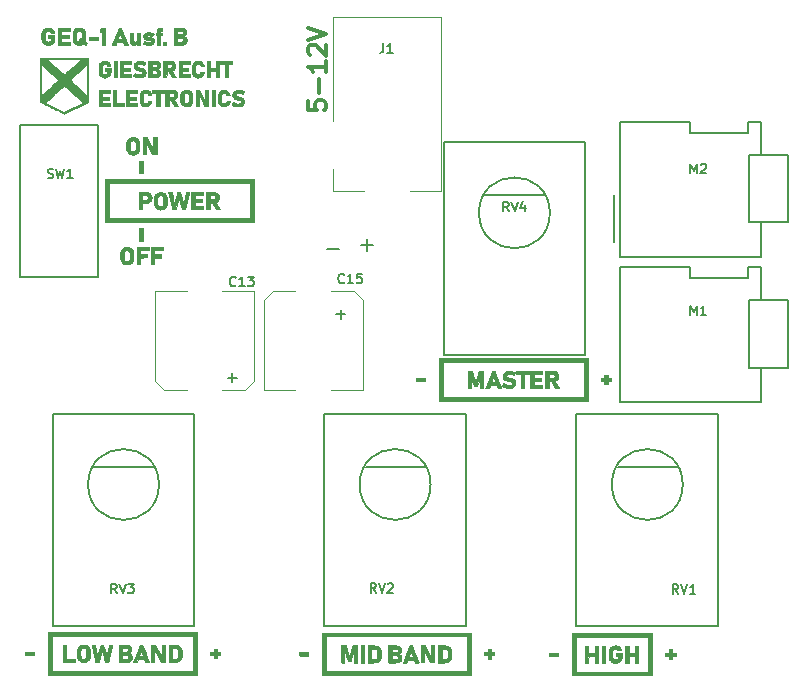
<source format=gbr>
G04 #@! TF.FileFunction,Legend,Top*
%FSLAX46Y46*%
G04 Gerber Fmt 4.6, Leading zero omitted, Abs format (unit mm)*
G04 Created by KiCad (PCBNEW 4.0.7) date 07/07/19 20:21:31*
%MOMM*%
%LPD*%
G01*
G04 APERTURE LIST*
%ADD10C,0.100000*%
%ADD11C,0.300000*%
%ADD12C,0.200000*%
%ADD13C,0.120000*%
%ADD14C,0.150000*%
%ADD15C,0.010000*%
G04 APERTURE END LIST*
D10*
D11*
X112578571Y-107042856D02*
X112578571Y-107757142D01*
X113292857Y-107828571D01*
X113221429Y-107757142D01*
X113150000Y-107614285D01*
X113150000Y-107257142D01*
X113221429Y-107114285D01*
X113292857Y-107042856D01*
X113435714Y-106971428D01*
X113792857Y-106971428D01*
X113935714Y-107042856D01*
X114007143Y-107114285D01*
X114078571Y-107257142D01*
X114078571Y-107614285D01*
X114007143Y-107757142D01*
X113935714Y-107828571D01*
X113507143Y-106328571D02*
X113507143Y-105185714D01*
X114078571Y-103685714D02*
X114078571Y-104542857D01*
X114078571Y-104114285D02*
X112578571Y-104114285D01*
X112792857Y-104257142D01*
X112935714Y-104400000D01*
X113007143Y-104542857D01*
X112721429Y-103114286D02*
X112650000Y-103042857D01*
X112578571Y-102900000D01*
X112578571Y-102542857D01*
X112650000Y-102400000D01*
X112721429Y-102328571D01*
X112864286Y-102257143D01*
X113007143Y-102257143D01*
X113221429Y-102328571D01*
X114078571Y-103185714D01*
X114078571Y-102257143D01*
X112578571Y-101828572D02*
X114078571Y-101328572D01*
X112578571Y-100828572D01*
D12*
X138500000Y-115000000D02*
X138500000Y-119000000D01*
X117526000Y-119718000D02*
X117526000Y-118702000D01*
X114184000Y-119600000D02*
X115200000Y-119600000D01*
X118034000Y-119210000D02*
X117018000Y-119210000D01*
D13*
X108810000Y-131540000D02*
X111490000Y-131540000D01*
X117190000Y-131540000D02*
X114510000Y-131540000D01*
X116430000Y-123160000D02*
X114510000Y-123160000D01*
X109570000Y-123160000D02*
X111490000Y-123160000D01*
X108810000Y-131540000D02*
X108810000Y-123920000D01*
X108810000Y-123920000D02*
X109570000Y-123160000D01*
X116430000Y-123160000D02*
X117190000Y-123920000D01*
X117190000Y-123920000D02*
X117190000Y-131540000D01*
X107990000Y-123160000D02*
X105310000Y-123160000D01*
X99610000Y-123160000D02*
X102290000Y-123160000D01*
X100370000Y-131540000D02*
X102290000Y-131540000D01*
X107230000Y-131540000D02*
X105310000Y-131540000D01*
X107990000Y-123160000D02*
X107990000Y-130780000D01*
X107990000Y-130780000D02*
X107230000Y-131540000D01*
X100370000Y-131540000D02*
X99610000Y-130780000D01*
X99610000Y-130780000D02*
X99610000Y-123160000D01*
X114650000Y-108750000D02*
X114650000Y-99950000D01*
X114650000Y-99950000D02*
X123850000Y-99950000D01*
X117350000Y-114650000D02*
X114650000Y-114650000D01*
X114650000Y-114650000D02*
X114650000Y-112750000D01*
X123850000Y-99950000D02*
X123850000Y-114650000D01*
X123850000Y-114650000D02*
X121250000Y-114650000D01*
D14*
X153200000Y-123900000D02*
X150900000Y-123900000D01*
X153200000Y-129600000D02*
X153200000Y-123900000D01*
X150900000Y-129600000D02*
X153200000Y-129600000D01*
X149800000Y-122000000D02*
X149800000Y-121100000D01*
X150900000Y-121100000D02*
X149800000Y-121100000D01*
X150900000Y-123900000D02*
X150900000Y-121100000D01*
X139000000Y-121100000D02*
X139000000Y-126500000D01*
X144900000Y-121100000D02*
X139000000Y-121100000D01*
X144900000Y-122000000D02*
X144900000Y-121100000D01*
X149800000Y-122000000D02*
X144900000Y-122000000D01*
X149900000Y-123900000D02*
X150900000Y-123900000D01*
X149900000Y-129600000D02*
X149900000Y-123900000D01*
X150900000Y-129600000D02*
X149900000Y-129600000D01*
X150900000Y-132500000D02*
X150900000Y-129600000D01*
X139000000Y-132500000D02*
X150900000Y-132500000D01*
X139000000Y-126500000D02*
X139000000Y-132500000D01*
X153200000Y-111600000D02*
X150900000Y-111600000D01*
X153200000Y-117300000D02*
X153200000Y-111600000D01*
X150900000Y-117300000D02*
X153200000Y-117300000D01*
X149800000Y-109700000D02*
X149800000Y-108800000D01*
X150900000Y-108800000D02*
X149800000Y-108800000D01*
X150900000Y-111600000D02*
X150900000Y-108800000D01*
X139000000Y-108800000D02*
X139000000Y-114200000D01*
X144900000Y-108800000D02*
X139000000Y-108800000D01*
X144900000Y-109700000D02*
X144900000Y-108800000D01*
X149800000Y-109700000D02*
X144900000Y-109700000D01*
X149900000Y-111600000D02*
X150900000Y-111600000D01*
X149900000Y-117300000D02*
X149900000Y-111600000D01*
X150900000Y-117300000D02*
X149900000Y-117300000D01*
X150900000Y-120200000D02*
X150900000Y-117300000D01*
X139000000Y-120200000D02*
X150900000Y-120200000D01*
X139000000Y-114200000D02*
X139000000Y-120200000D01*
X127550000Y-115000000D02*
X132550000Y-115000000D01*
X133050000Y-116500000D02*
G75*
G03X133050000Y-116500000I-3000000J0D01*
G01*
X124050000Y-110500000D02*
X124050000Y-116500000D01*
X136050000Y-110500000D02*
X124050000Y-110500000D01*
X136050000Y-116500000D02*
X136050000Y-110500000D01*
X136050000Y-128500000D02*
X136050000Y-116500000D01*
X124050000Y-128500000D02*
X136050000Y-128500000D01*
X124050000Y-116500000D02*
X124050000Y-128500000D01*
X88200000Y-109100000D02*
X88200000Y-115500000D01*
X94800000Y-109100000D02*
X88200000Y-109100000D01*
X94800000Y-121900000D02*
X94800000Y-109100000D01*
X88200000Y-121900000D02*
X94800000Y-121900000D01*
X88200000Y-115500000D02*
X88200000Y-121900000D01*
X94450000Y-138000000D02*
X99450000Y-138000000D01*
X99950000Y-139500000D02*
G75*
G03X99950000Y-139500000I-3000000J0D01*
G01*
X90950000Y-133500000D02*
X90950000Y-139500000D01*
X102950000Y-133500000D02*
X90950000Y-133500000D01*
X102950000Y-139500000D02*
X102950000Y-133500000D01*
X102950000Y-151500000D02*
X102950000Y-139500000D01*
X90950000Y-151500000D02*
X102950000Y-151500000D01*
X90950000Y-139500000D02*
X90950000Y-151500000D01*
X117450000Y-138000000D02*
X122450000Y-138000000D01*
X122950000Y-139500000D02*
G75*
G03X122950000Y-139500000I-3000000J0D01*
G01*
X113950000Y-133500000D02*
X113950000Y-139500000D01*
X125950000Y-133500000D02*
X113950000Y-133500000D01*
X125950000Y-139500000D02*
X125950000Y-133500000D01*
X125950000Y-151500000D02*
X125950000Y-139500000D01*
X113950000Y-151500000D02*
X125950000Y-151500000D01*
X113950000Y-139500000D02*
X113950000Y-151500000D01*
X138800000Y-138000000D02*
X143800000Y-138000000D01*
X144300000Y-139500000D02*
G75*
G03X144300000Y-139500000I-3000000J0D01*
G01*
X135300000Y-133500000D02*
X135300000Y-139500000D01*
X147300000Y-133500000D02*
X135300000Y-133500000D01*
X147300000Y-139500000D02*
X147300000Y-133500000D01*
X147300000Y-151500000D02*
X147300000Y-139500000D01*
X135300000Y-151500000D02*
X147300000Y-151500000D01*
X135300000Y-139500000D02*
X135300000Y-151500000D01*
D15*
G36*
X93970273Y-107084665D02*
X92948539Y-107589287D01*
X92804836Y-107660209D01*
X92666974Y-107728150D01*
X92536363Y-107792419D01*
X92414413Y-107852329D01*
X92302534Y-107907189D01*
X92202135Y-107956310D01*
X92114626Y-107999002D01*
X92041419Y-108034577D01*
X91983921Y-108062345D01*
X91943544Y-108081616D01*
X91921697Y-108091702D01*
X91918107Y-108093087D01*
X91906740Y-108087976D01*
X91876082Y-108073342D01*
X91827551Y-108049877D01*
X91762564Y-108018275D01*
X91682539Y-107979229D01*
X91588891Y-107933434D01*
X91483039Y-107881581D01*
X91366400Y-107824365D01*
X91240391Y-107762478D01*
X91106429Y-107696615D01*
X90965931Y-107627468D01*
X90895976Y-107593014D01*
X90752604Y-107522288D01*
X90614994Y-107454216D01*
X90484575Y-107389515D01*
X90362776Y-107328904D01*
X90251028Y-107273100D01*
X90150760Y-107222820D01*
X90090294Y-107192339D01*
X90324866Y-107192339D01*
X90334518Y-107198382D01*
X90363335Y-107213788D01*
X90409744Y-107237767D01*
X90472172Y-107269528D01*
X90549043Y-107308281D01*
X90638786Y-107353236D01*
X90739825Y-107403603D01*
X90850587Y-107458592D01*
X90969500Y-107517412D01*
X91094988Y-107579274D01*
X91121502Y-107592319D01*
X91920955Y-107985501D01*
X92625227Y-107637351D01*
X92746882Y-107577205D01*
X92864536Y-107519025D01*
X92976212Y-107463789D01*
X93079933Y-107412475D01*
X93173723Y-107366062D01*
X93255604Y-107325527D01*
X93323599Y-107291850D01*
X93375733Y-107266009D01*
X93410027Y-107248982D01*
X93419079Y-107244472D01*
X93458916Y-107223542D01*
X93488910Y-107205788D01*
X93504505Y-107193997D01*
X93505670Y-107191500D01*
X93496664Y-107181902D01*
X93472116Y-107158156D01*
X93433466Y-107121585D01*
X93382154Y-107073510D01*
X93319620Y-107015252D01*
X93247303Y-106948133D01*
X93166644Y-106873475D01*
X93079083Y-106792599D01*
X92986059Y-106706827D01*
X92889012Y-106617482D01*
X92789383Y-106525883D01*
X92688610Y-106433353D01*
X92588134Y-106341214D01*
X92489396Y-106250787D01*
X92393833Y-106163394D01*
X92302888Y-106080356D01*
X92217999Y-106002996D01*
X92140606Y-105932634D01*
X92072149Y-105870592D01*
X92014069Y-105818193D01*
X91967804Y-105776757D01*
X91934796Y-105747606D01*
X91916483Y-105732062D01*
X91913176Y-105729796D01*
X91903593Y-105737877D01*
X91878505Y-105760301D01*
X91839357Y-105795739D01*
X91787593Y-105842860D01*
X91724655Y-105900335D01*
X91651990Y-105966834D01*
X91571039Y-106041028D01*
X91483248Y-106121587D01*
X91390060Y-106207180D01*
X91292920Y-106296480D01*
X91193271Y-106388155D01*
X91092557Y-106480877D01*
X90992223Y-106573315D01*
X90893712Y-106664139D01*
X90798469Y-106752022D01*
X90707937Y-106835631D01*
X90623561Y-106913639D01*
X90546784Y-106984714D01*
X90479051Y-107047529D01*
X90421805Y-107100752D01*
X90376491Y-107143054D01*
X90344553Y-107173106D01*
X90327433Y-107189577D01*
X90324866Y-107192339D01*
X90090294Y-107192339D01*
X90063402Y-107178783D01*
X89990383Y-107141707D01*
X89933133Y-107112308D01*
X89893082Y-107091305D01*
X89871659Y-107079415D01*
X89868430Y-107077177D01*
X89866511Y-107070251D01*
X89864778Y-107053630D01*
X89863228Y-107026445D01*
X89861855Y-106987826D01*
X89860655Y-106936905D01*
X89859622Y-106872810D01*
X89858750Y-106794673D01*
X89858036Y-106701625D01*
X89857473Y-106592796D01*
X89857058Y-106467317D01*
X89856784Y-106324317D01*
X89856647Y-106162928D01*
X89856641Y-105982280D01*
X89856762Y-105781504D01*
X89857005Y-105559731D01*
X89857022Y-105548178D01*
X89961269Y-105548178D01*
X89961320Y-105692802D01*
X89961443Y-105832580D01*
X89961641Y-105965727D01*
X89961912Y-106090459D01*
X89962259Y-106204991D01*
X89962681Y-106307540D01*
X89963180Y-106396320D01*
X89963755Y-106469547D01*
X89964407Y-106525437D01*
X89965138Y-106562204D01*
X89965947Y-106578065D01*
X89966139Y-106578571D01*
X89975647Y-106570493D01*
X90000883Y-106547920D01*
X90040590Y-106512001D01*
X90093510Y-106463883D01*
X90158388Y-106404715D01*
X90233965Y-106335645D01*
X90318985Y-106257822D01*
X90412192Y-106172393D01*
X90512328Y-106080508D01*
X90618136Y-105983315D01*
X90689625Y-105917591D01*
X90798287Y-105817559D01*
X90901886Y-105721996D01*
X90999184Y-105632054D01*
X91088944Y-105548886D01*
X91169928Y-105473647D01*
X91240897Y-105407489D01*
X91300614Y-105351565D01*
X91347841Y-105307029D01*
X91381339Y-105275034D01*
X91399872Y-105256733D01*
X91402870Y-105253226D01*
X92440500Y-105253226D01*
X92448800Y-105263117D01*
X92472869Y-105287442D01*
X92511460Y-105325025D01*
X92563327Y-105374692D01*
X92627222Y-105435268D01*
X92701899Y-105505576D01*
X92786110Y-105584442D01*
X92878610Y-105670690D01*
X92978150Y-105763145D01*
X93083485Y-105860632D01*
X93150545Y-105922523D01*
X93860591Y-106577140D01*
X93863571Y-105915433D01*
X93864123Y-105764235D01*
X93864511Y-105595891D01*
X93864737Y-105416343D01*
X93864799Y-105231536D01*
X93864698Y-105047415D01*
X93864434Y-104869921D01*
X93864007Y-104705000D01*
X93863571Y-104591305D01*
X93860591Y-103928882D01*
X93150545Y-104583714D01*
X93042277Y-104683735D01*
X92939035Y-104779446D01*
X92842067Y-104869672D01*
X92752620Y-104953236D01*
X92671940Y-105028963D01*
X92601273Y-105095678D01*
X92541866Y-105152207D01*
X92494966Y-105197372D01*
X92461819Y-105229999D01*
X92443672Y-105248913D01*
X92440500Y-105253226D01*
X91402870Y-105253226D01*
X91403304Y-105252719D01*
X91394721Y-105244046D01*
X91370386Y-105220895D01*
X91331544Y-105184423D01*
X91279439Y-105135782D01*
X91215315Y-105076129D01*
X91140415Y-105006618D01*
X91055984Y-104928404D01*
X90963264Y-104842641D01*
X90863501Y-104750485D01*
X90757939Y-104653090D01*
X90685591Y-104586406D01*
X89969773Y-103926874D01*
X89966996Y-104039005D01*
X89966150Y-104084241D01*
X89965370Y-104147830D01*
X89964656Y-104227986D01*
X89964008Y-104322925D01*
X89963427Y-104430862D01*
X89962914Y-104550014D01*
X89962469Y-104678596D01*
X89962093Y-104814823D01*
X89961787Y-104956910D01*
X89961551Y-105103074D01*
X89961385Y-105251529D01*
X89961291Y-105400492D01*
X89961269Y-105548178D01*
X89857022Y-105548178D01*
X89857364Y-105316090D01*
X89857542Y-105210432D01*
X89860594Y-103458409D01*
X90478134Y-103458409D01*
X91193772Y-104119028D01*
X91302493Y-104219264D01*
X91406400Y-104314813D01*
X91504239Y-104404538D01*
X91594754Y-104487298D01*
X91676692Y-104561956D01*
X91748798Y-104627373D01*
X91809818Y-104682409D01*
X91858499Y-104725926D01*
X91893584Y-104756785D01*
X91913821Y-104773846D01*
X91918442Y-104776994D01*
X91928116Y-104768943D01*
X91953495Y-104746377D01*
X91993323Y-104710448D01*
X92046339Y-104662305D01*
X92111285Y-104603098D01*
X92186903Y-104533978D01*
X92271933Y-104456096D01*
X92365117Y-104370600D01*
X92465195Y-104278641D01*
X92570910Y-104181370D01*
X92641469Y-104116375D01*
X93355462Y-103458409D01*
X92634427Y-103455436D01*
X92477097Y-103454905D01*
X92302525Y-103454523D01*
X92116390Y-103454292D01*
X91924370Y-103454209D01*
X91732141Y-103454276D01*
X91545383Y-103454493D01*
X91369773Y-103454858D01*
X91210988Y-103455374D01*
X91195763Y-103455436D01*
X90478134Y-103458409D01*
X89860594Y-103458409D01*
X89860766Y-103360273D01*
X93970273Y-103360273D01*
X93970273Y-107084665D01*
X93970273Y-107084665D01*
G37*
X93970273Y-107084665D02*
X92948539Y-107589287D01*
X92804836Y-107660209D01*
X92666974Y-107728150D01*
X92536363Y-107792419D01*
X92414413Y-107852329D01*
X92302534Y-107907189D01*
X92202135Y-107956310D01*
X92114626Y-107999002D01*
X92041419Y-108034577D01*
X91983921Y-108062345D01*
X91943544Y-108081616D01*
X91921697Y-108091702D01*
X91918107Y-108093087D01*
X91906740Y-108087976D01*
X91876082Y-108073342D01*
X91827551Y-108049877D01*
X91762564Y-108018275D01*
X91682539Y-107979229D01*
X91588891Y-107933434D01*
X91483039Y-107881581D01*
X91366400Y-107824365D01*
X91240391Y-107762478D01*
X91106429Y-107696615D01*
X90965931Y-107627468D01*
X90895976Y-107593014D01*
X90752604Y-107522288D01*
X90614994Y-107454216D01*
X90484575Y-107389515D01*
X90362776Y-107328904D01*
X90251028Y-107273100D01*
X90150760Y-107222820D01*
X90090294Y-107192339D01*
X90324866Y-107192339D01*
X90334518Y-107198382D01*
X90363335Y-107213788D01*
X90409744Y-107237767D01*
X90472172Y-107269528D01*
X90549043Y-107308281D01*
X90638786Y-107353236D01*
X90739825Y-107403603D01*
X90850587Y-107458592D01*
X90969500Y-107517412D01*
X91094988Y-107579274D01*
X91121502Y-107592319D01*
X91920955Y-107985501D01*
X92625227Y-107637351D01*
X92746882Y-107577205D01*
X92864536Y-107519025D01*
X92976212Y-107463789D01*
X93079933Y-107412475D01*
X93173723Y-107366062D01*
X93255604Y-107325527D01*
X93323599Y-107291850D01*
X93375733Y-107266009D01*
X93410027Y-107248982D01*
X93419079Y-107244472D01*
X93458916Y-107223542D01*
X93488910Y-107205788D01*
X93504505Y-107193997D01*
X93505670Y-107191500D01*
X93496664Y-107181902D01*
X93472116Y-107158156D01*
X93433466Y-107121585D01*
X93382154Y-107073510D01*
X93319620Y-107015252D01*
X93247303Y-106948133D01*
X93166644Y-106873475D01*
X93079083Y-106792599D01*
X92986059Y-106706827D01*
X92889012Y-106617482D01*
X92789383Y-106525883D01*
X92688610Y-106433353D01*
X92588134Y-106341214D01*
X92489396Y-106250787D01*
X92393833Y-106163394D01*
X92302888Y-106080356D01*
X92217999Y-106002996D01*
X92140606Y-105932634D01*
X92072149Y-105870592D01*
X92014069Y-105818193D01*
X91967804Y-105776757D01*
X91934796Y-105747606D01*
X91916483Y-105732062D01*
X91913176Y-105729796D01*
X91903593Y-105737877D01*
X91878505Y-105760301D01*
X91839357Y-105795739D01*
X91787593Y-105842860D01*
X91724655Y-105900335D01*
X91651990Y-105966834D01*
X91571039Y-106041028D01*
X91483248Y-106121587D01*
X91390060Y-106207180D01*
X91292920Y-106296480D01*
X91193271Y-106388155D01*
X91092557Y-106480877D01*
X90992223Y-106573315D01*
X90893712Y-106664139D01*
X90798469Y-106752022D01*
X90707937Y-106835631D01*
X90623561Y-106913639D01*
X90546784Y-106984714D01*
X90479051Y-107047529D01*
X90421805Y-107100752D01*
X90376491Y-107143054D01*
X90344553Y-107173106D01*
X90327433Y-107189577D01*
X90324866Y-107192339D01*
X90090294Y-107192339D01*
X90063402Y-107178783D01*
X89990383Y-107141707D01*
X89933133Y-107112308D01*
X89893082Y-107091305D01*
X89871659Y-107079415D01*
X89868430Y-107077177D01*
X89866511Y-107070251D01*
X89864778Y-107053630D01*
X89863228Y-107026445D01*
X89861855Y-106987826D01*
X89860655Y-106936905D01*
X89859622Y-106872810D01*
X89858750Y-106794673D01*
X89858036Y-106701625D01*
X89857473Y-106592796D01*
X89857058Y-106467317D01*
X89856784Y-106324317D01*
X89856647Y-106162928D01*
X89856641Y-105982280D01*
X89856762Y-105781504D01*
X89857005Y-105559731D01*
X89857022Y-105548178D01*
X89961269Y-105548178D01*
X89961320Y-105692802D01*
X89961443Y-105832580D01*
X89961641Y-105965727D01*
X89961912Y-106090459D01*
X89962259Y-106204991D01*
X89962681Y-106307540D01*
X89963180Y-106396320D01*
X89963755Y-106469547D01*
X89964407Y-106525437D01*
X89965138Y-106562204D01*
X89965947Y-106578065D01*
X89966139Y-106578571D01*
X89975647Y-106570493D01*
X90000883Y-106547920D01*
X90040590Y-106512001D01*
X90093510Y-106463883D01*
X90158388Y-106404715D01*
X90233965Y-106335645D01*
X90318985Y-106257822D01*
X90412192Y-106172393D01*
X90512328Y-106080508D01*
X90618136Y-105983315D01*
X90689625Y-105917591D01*
X90798287Y-105817559D01*
X90901886Y-105721996D01*
X90999184Y-105632054D01*
X91088944Y-105548886D01*
X91169928Y-105473647D01*
X91240897Y-105407489D01*
X91300614Y-105351565D01*
X91347841Y-105307029D01*
X91381339Y-105275034D01*
X91399872Y-105256733D01*
X91402870Y-105253226D01*
X92440500Y-105253226D01*
X92448800Y-105263117D01*
X92472869Y-105287442D01*
X92511460Y-105325025D01*
X92563327Y-105374692D01*
X92627222Y-105435268D01*
X92701899Y-105505576D01*
X92786110Y-105584442D01*
X92878610Y-105670690D01*
X92978150Y-105763145D01*
X93083485Y-105860632D01*
X93150545Y-105922523D01*
X93860591Y-106577140D01*
X93863571Y-105915433D01*
X93864123Y-105764235D01*
X93864511Y-105595891D01*
X93864737Y-105416343D01*
X93864799Y-105231536D01*
X93864698Y-105047415D01*
X93864434Y-104869921D01*
X93864007Y-104705000D01*
X93863571Y-104591305D01*
X93860591Y-103928882D01*
X93150545Y-104583714D01*
X93042277Y-104683735D01*
X92939035Y-104779446D01*
X92842067Y-104869672D01*
X92752620Y-104953236D01*
X92671940Y-105028963D01*
X92601273Y-105095678D01*
X92541866Y-105152207D01*
X92494966Y-105197372D01*
X92461819Y-105229999D01*
X92443672Y-105248913D01*
X92440500Y-105253226D01*
X91402870Y-105253226D01*
X91403304Y-105252719D01*
X91394721Y-105244046D01*
X91370386Y-105220895D01*
X91331544Y-105184423D01*
X91279439Y-105135782D01*
X91215315Y-105076129D01*
X91140415Y-105006618D01*
X91055984Y-104928404D01*
X90963264Y-104842641D01*
X90863501Y-104750485D01*
X90757939Y-104653090D01*
X90685591Y-104586406D01*
X89969773Y-103926874D01*
X89966996Y-104039005D01*
X89966150Y-104084241D01*
X89965370Y-104147830D01*
X89964656Y-104227986D01*
X89964008Y-104322925D01*
X89963427Y-104430862D01*
X89962914Y-104550014D01*
X89962469Y-104678596D01*
X89962093Y-104814823D01*
X89961787Y-104956910D01*
X89961551Y-105103074D01*
X89961385Y-105251529D01*
X89961291Y-105400492D01*
X89961269Y-105548178D01*
X89857022Y-105548178D01*
X89857364Y-105316090D01*
X89857542Y-105210432D01*
X89860594Y-103458409D01*
X90478134Y-103458409D01*
X91193772Y-104119028D01*
X91302493Y-104219264D01*
X91406400Y-104314813D01*
X91504239Y-104404538D01*
X91594754Y-104487298D01*
X91676692Y-104561956D01*
X91748798Y-104627373D01*
X91809818Y-104682409D01*
X91858499Y-104725926D01*
X91893584Y-104756785D01*
X91913821Y-104773846D01*
X91918442Y-104776994D01*
X91928116Y-104768943D01*
X91953495Y-104746377D01*
X91993323Y-104710448D01*
X92046339Y-104662305D01*
X92111285Y-104603098D01*
X92186903Y-104533978D01*
X92271933Y-104456096D01*
X92365117Y-104370600D01*
X92465195Y-104278641D01*
X92570910Y-104181370D01*
X92641469Y-104116375D01*
X93355462Y-103458409D01*
X92634427Y-103455436D01*
X92477097Y-103454905D01*
X92302525Y-103454523D01*
X92116390Y-103454292D01*
X91924370Y-103454209D01*
X91732141Y-103454276D01*
X91545383Y-103454493D01*
X91369773Y-103454858D01*
X91210988Y-103455374D01*
X91195763Y-103455436D01*
X90478134Y-103458409D01*
X89860594Y-103458409D01*
X89860766Y-103360273D01*
X93970273Y-103360273D01*
X93970273Y-107084665D01*
G36*
X98904573Y-106085756D02*
X98980768Y-106101737D01*
X99048730Y-106130588D01*
X99113819Y-106173423D01*
X99168879Y-106226528D01*
X99219975Y-106296333D01*
X99263458Y-106376446D01*
X99295680Y-106460478D01*
X99309090Y-106515440D01*
X99317004Y-106559107D01*
X99181893Y-106555849D01*
X99046783Y-106552591D01*
X99031177Y-106507456D01*
X98997141Y-106439050D01*
X98949370Y-106387491D01*
X98890237Y-106354389D01*
X98822111Y-106341353D01*
X98788321Y-106342548D01*
X98721001Y-106357548D01*
X98669022Y-106388348D01*
X98629014Y-106437219D01*
X98618132Y-106457160D01*
X98608556Y-106477023D01*
X98601299Y-106495403D01*
X98596042Y-106515766D01*
X98592463Y-106541576D01*
X98590242Y-106576301D01*
X98589058Y-106623406D01*
X98588590Y-106686358D01*
X98588517Y-106768622D01*
X98588519Y-106777108D01*
X98588954Y-106873941D01*
X98590496Y-106950779D01*
X98593579Y-107010706D01*
X98598637Y-107056808D01*
X98606104Y-107092171D01*
X98616414Y-107119879D01*
X98630003Y-107143019D01*
X98642228Y-107158783D01*
X98686179Y-107199465D01*
X98737613Y-107223052D01*
X98802184Y-107231940D01*
X98815524Y-107232164D01*
X98862217Y-107230013D01*
X98896832Y-107221429D01*
X98930097Y-107203604D01*
X98933698Y-107201248D01*
X98964983Y-107173488D01*
X98995679Y-107134831D01*
X99021043Y-107092654D01*
X99036331Y-107054336D01*
X99038727Y-107037884D01*
X99041966Y-107030275D01*
X99054069Y-107025158D01*
X99078618Y-107022075D01*
X99119192Y-107020569D01*
X99177273Y-107020182D01*
X99230756Y-107020987D01*
X99274648Y-107023181D01*
X99304486Y-107026431D01*
X99315811Y-107030404D01*
X99315818Y-107030511D01*
X99311472Y-107055328D01*
X99300019Y-107094581D01*
X99283837Y-107141655D01*
X99265306Y-107189933D01*
X99246804Y-107232799D01*
X99234016Y-107258056D01*
X99185659Y-107325445D01*
X99122169Y-107388140D01*
X99051367Y-107438949D01*
X99018154Y-107456510D01*
X98984285Y-107470782D01*
X98951911Y-107480172D01*
X98914226Y-107485874D01*
X98864421Y-107489080D01*
X98825136Y-107490321D01*
X98758526Y-107490844D01*
X98707987Y-107488115D01*
X98666648Y-107481479D01*
X98632747Y-107471994D01*
X98538555Y-107429968D01*
X98460254Y-107371274D01*
X98398131Y-107296266D01*
X98352473Y-107205299D01*
X98323569Y-107098724D01*
X98321975Y-107089454D01*
X98317950Y-107051208D01*
X98314946Y-106994721D01*
X98312951Y-106924824D01*
X98311951Y-106846343D01*
X98311935Y-106764108D01*
X98312889Y-106682946D01*
X98314801Y-106607686D01*
X98317657Y-106543155D01*
X98321445Y-106494183D01*
X98323602Y-106477545D01*
X98350483Y-106371162D01*
X98394046Y-106280586D01*
X98453711Y-106206286D01*
X98528902Y-106148730D01*
X98619040Y-106108388D01*
X98723547Y-106085726D01*
X98813591Y-106080621D01*
X98904573Y-106085756D01*
X98904573Y-106085756D01*
G37*
X98904573Y-106085756D02*
X98980768Y-106101737D01*
X99048730Y-106130588D01*
X99113819Y-106173423D01*
X99168879Y-106226528D01*
X99219975Y-106296333D01*
X99263458Y-106376446D01*
X99295680Y-106460478D01*
X99309090Y-106515440D01*
X99317004Y-106559107D01*
X99181893Y-106555849D01*
X99046783Y-106552591D01*
X99031177Y-106507456D01*
X98997141Y-106439050D01*
X98949370Y-106387491D01*
X98890237Y-106354389D01*
X98822111Y-106341353D01*
X98788321Y-106342548D01*
X98721001Y-106357548D01*
X98669022Y-106388348D01*
X98629014Y-106437219D01*
X98618132Y-106457160D01*
X98608556Y-106477023D01*
X98601299Y-106495403D01*
X98596042Y-106515766D01*
X98592463Y-106541576D01*
X98590242Y-106576301D01*
X98589058Y-106623406D01*
X98588590Y-106686358D01*
X98588517Y-106768622D01*
X98588519Y-106777108D01*
X98588954Y-106873941D01*
X98590496Y-106950779D01*
X98593579Y-107010706D01*
X98598637Y-107056808D01*
X98606104Y-107092171D01*
X98616414Y-107119879D01*
X98630003Y-107143019D01*
X98642228Y-107158783D01*
X98686179Y-107199465D01*
X98737613Y-107223052D01*
X98802184Y-107231940D01*
X98815524Y-107232164D01*
X98862217Y-107230013D01*
X98896832Y-107221429D01*
X98930097Y-107203604D01*
X98933698Y-107201248D01*
X98964983Y-107173488D01*
X98995679Y-107134831D01*
X99021043Y-107092654D01*
X99036331Y-107054336D01*
X99038727Y-107037884D01*
X99041966Y-107030275D01*
X99054069Y-107025158D01*
X99078618Y-107022075D01*
X99119192Y-107020569D01*
X99177273Y-107020182D01*
X99230756Y-107020987D01*
X99274648Y-107023181D01*
X99304486Y-107026431D01*
X99315811Y-107030404D01*
X99315818Y-107030511D01*
X99311472Y-107055328D01*
X99300019Y-107094581D01*
X99283837Y-107141655D01*
X99265306Y-107189933D01*
X99246804Y-107232799D01*
X99234016Y-107258056D01*
X99185659Y-107325445D01*
X99122169Y-107388140D01*
X99051367Y-107438949D01*
X99018154Y-107456510D01*
X98984285Y-107470782D01*
X98951911Y-107480172D01*
X98914226Y-107485874D01*
X98864421Y-107489080D01*
X98825136Y-107490321D01*
X98758526Y-107490844D01*
X98707987Y-107488115D01*
X98666648Y-107481479D01*
X98632747Y-107471994D01*
X98538555Y-107429968D01*
X98460254Y-107371274D01*
X98398131Y-107296266D01*
X98352473Y-107205299D01*
X98323569Y-107098724D01*
X98321975Y-107089454D01*
X98317950Y-107051208D01*
X98314946Y-106994721D01*
X98312951Y-106924824D01*
X98311951Y-106846343D01*
X98311935Y-106764108D01*
X98312889Y-106682946D01*
X98314801Y-106607686D01*
X98317657Y-106543155D01*
X98321445Y-106494183D01*
X98323602Y-106477545D01*
X98350483Y-106371162D01*
X98394046Y-106280586D01*
X98453711Y-106206286D01*
X98528902Y-106148730D01*
X98619040Y-106108388D01*
X98723547Y-106085726D01*
X98813591Y-106080621D01*
X98904573Y-106085756D01*
G36*
X102371488Y-106086516D02*
X102464117Y-106112416D01*
X102549735Y-106153458D01*
X102625047Y-106209125D01*
X102686757Y-106278896D01*
X102716138Y-106327817D01*
X102735791Y-106371007D01*
X102751083Y-106416135D01*
X102762497Y-106466748D01*
X102770518Y-106526389D01*
X102775628Y-106598607D01*
X102778312Y-106686946D01*
X102779054Y-106789273D01*
X102777774Y-106908226D01*
X102773360Y-107007280D01*
X102764951Y-107089515D01*
X102751683Y-107158011D01*
X102732696Y-107215847D01*
X102707126Y-107266105D01*
X102674112Y-107311863D01*
X102632792Y-107356202D01*
X102615883Y-107372257D01*
X102559929Y-107418382D01*
X102503830Y-107451110D01*
X102441847Y-107472492D01*
X102368239Y-107484581D01*
X102288773Y-107489172D01*
X102231925Y-107489530D01*
X102179130Y-107487937D01*
X102137411Y-107484703D01*
X102118430Y-107481599D01*
X102033233Y-107450115D01*
X101953273Y-107401347D01*
X101884201Y-107339563D01*
X101831665Y-107269032D01*
X101827681Y-107261923D01*
X101809504Y-107226701D01*
X101795104Y-107193125D01*
X101784047Y-107157932D01*
X101775899Y-107117863D01*
X101770227Y-107069656D01*
X101766595Y-107010048D01*
X101764570Y-106935780D01*
X101763719Y-106843589D01*
X101763611Y-106789273D01*
X102034773Y-106789273D01*
X102034832Y-106877354D01*
X102035193Y-106945521D01*
X102036125Y-106996948D01*
X102037901Y-107034811D01*
X102040792Y-107062287D01*
X102045069Y-107082550D01*
X102051004Y-107098777D01*
X102058868Y-107114142D01*
X102063197Y-107121775D01*
X102106000Y-107174731D01*
X102162141Y-107211836D01*
X102227125Y-107231908D01*
X102296461Y-107233769D01*
X102365654Y-107216237D01*
X102386408Y-107206661D01*
X102417970Y-107184083D01*
X102450217Y-107151570D01*
X102461955Y-107136534D01*
X102496591Y-107087533D01*
X102500258Y-106814289D01*
X102501239Y-106716569D01*
X102500974Y-106638855D01*
X102499027Y-106578075D01*
X102494963Y-106531156D01*
X102488345Y-106495029D01*
X102478739Y-106466622D01*
X102465709Y-106442862D01*
X102448820Y-106420680D01*
X102443578Y-106414603D01*
X102392226Y-106372248D01*
X102331600Y-106347666D01*
X102266383Y-106340305D01*
X102201256Y-106349607D01*
X102140901Y-106375017D01*
X102090000Y-106415982D01*
X102058892Y-106460227D01*
X102051337Y-106476021D01*
X102045544Y-106492913D01*
X102041279Y-106514070D01*
X102038312Y-106542658D01*
X102036410Y-106581841D01*
X102035341Y-106634787D01*
X102034872Y-106704660D01*
X102034773Y-106789273D01*
X101763611Y-106789273D01*
X101763592Y-106780249D01*
X101763690Y-106686782D01*
X101764217Y-106613136D01*
X101765376Y-106556043D01*
X101767372Y-106512234D01*
X101770411Y-106478442D01*
X101774697Y-106451398D01*
X101780435Y-106427832D01*
X101786974Y-106407000D01*
X101818149Y-106330534D01*
X101857396Y-106267839D01*
X101910642Y-106209698D01*
X101918560Y-106202306D01*
X101996797Y-106144714D01*
X102084505Y-106104857D01*
X102178386Y-106082218D01*
X102275146Y-106076277D01*
X102371488Y-106086516D01*
X102371488Y-106086516D01*
G37*
X102371488Y-106086516D02*
X102464117Y-106112416D01*
X102549735Y-106153458D01*
X102625047Y-106209125D01*
X102686757Y-106278896D01*
X102716138Y-106327817D01*
X102735791Y-106371007D01*
X102751083Y-106416135D01*
X102762497Y-106466748D01*
X102770518Y-106526389D01*
X102775628Y-106598607D01*
X102778312Y-106686946D01*
X102779054Y-106789273D01*
X102777774Y-106908226D01*
X102773360Y-107007280D01*
X102764951Y-107089515D01*
X102751683Y-107158011D01*
X102732696Y-107215847D01*
X102707126Y-107266105D01*
X102674112Y-107311863D01*
X102632792Y-107356202D01*
X102615883Y-107372257D01*
X102559929Y-107418382D01*
X102503830Y-107451110D01*
X102441847Y-107472492D01*
X102368239Y-107484581D01*
X102288773Y-107489172D01*
X102231925Y-107489530D01*
X102179130Y-107487937D01*
X102137411Y-107484703D01*
X102118430Y-107481599D01*
X102033233Y-107450115D01*
X101953273Y-107401347D01*
X101884201Y-107339563D01*
X101831665Y-107269032D01*
X101827681Y-107261923D01*
X101809504Y-107226701D01*
X101795104Y-107193125D01*
X101784047Y-107157932D01*
X101775899Y-107117863D01*
X101770227Y-107069656D01*
X101766595Y-107010048D01*
X101764570Y-106935780D01*
X101763719Y-106843589D01*
X101763611Y-106789273D01*
X102034773Y-106789273D01*
X102034832Y-106877354D01*
X102035193Y-106945521D01*
X102036125Y-106996948D01*
X102037901Y-107034811D01*
X102040792Y-107062287D01*
X102045069Y-107082550D01*
X102051004Y-107098777D01*
X102058868Y-107114142D01*
X102063197Y-107121775D01*
X102106000Y-107174731D01*
X102162141Y-107211836D01*
X102227125Y-107231908D01*
X102296461Y-107233769D01*
X102365654Y-107216237D01*
X102386408Y-107206661D01*
X102417970Y-107184083D01*
X102450217Y-107151570D01*
X102461955Y-107136534D01*
X102496591Y-107087533D01*
X102500258Y-106814289D01*
X102501239Y-106716569D01*
X102500974Y-106638855D01*
X102499027Y-106578075D01*
X102494963Y-106531156D01*
X102488345Y-106495029D01*
X102478739Y-106466622D01*
X102465709Y-106442862D01*
X102448820Y-106420680D01*
X102443578Y-106414603D01*
X102392226Y-106372248D01*
X102331600Y-106347666D01*
X102266383Y-106340305D01*
X102201256Y-106349607D01*
X102140901Y-106375017D01*
X102090000Y-106415982D01*
X102058892Y-106460227D01*
X102051337Y-106476021D01*
X102045544Y-106492913D01*
X102041279Y-106514070D01*
X102038312Y-106542658D01*
X102036410Y-106581841D01*
X102035341Y-106634787D01*
X102034872Y-106704660D01*
X102034773Y-106789273D01*
X101763611Y-106789273D01*
X101763592Y-106780249D01*
X101763690Y-106686782D01*
X101764217Y-106613136D01*
X101765376Y-106556043D01*
X101767372Y-106512234D01*
X101770411Y-106478442D01*
X101774697Y-106451398D01*
X101780435Y-106427832D01*
X101786974Y-106407000D01*
X101818149Y-106330534D01*
X101857396Y-106267839D01*
X101910642Y-106209698D01*
X101918560Y-106202306D01*
X101996797Y-106144714D01*
X102084505Y-106104857D01*
X102178386Y-106082218D01*
X102275146Y-106076277D01*
X102371488Y-106086516D01*
G36*
X105571759Y-106091237D02*
X105666121Y-106126290D01*
X105750052Y-106180506D01*
X105821883Y-106252793D01*
X105879941Y-106342056D01*
X105922556Y-106447201D01*
X105924490Y-106453664D01*
X105937144Y-106497324D01*
X105942742Y-106526789D01*
X105938284Y-106544842D01*
X105920770Y-106554269D01*
X105887200Y-106557855D01*
X105834574Y-106558385D01*
X105811705Y-106558364D01*
X105680501Y-106558364D01*
X105660196Y-106505195D01*
X105630883Y-106448175D01*
X105591420Y-106398638D01*
X105547375Y-106363062D01*
X105530710Y-106354598D01*
X105468694Y-106340135D01*
X105403258Y-106344178D01*
X105340981Y-106365029D01*
X105288440Y-106400989D01*
X105269412Y-106422057D01*
X105251939Y-106448848D01*
X105238452Y-106479858D01*
X105228564Y-106518120D01*
X105221885Y-106566668D01*
X105218028Y-106628534D01*
X105216605Y-106706752D01*
X105217226Y-106804353D01*
X105217569Y-106826951D01*
X105219069Y-106909266D01*
X105220756Y-106972004D01*
X105222986Y-107018677D01*
X105226113Y-107052799D01*
X105230492Y-107077882D01*
X105236477Y-107097440D01*
X105244422Y-107114984D01*
X105247162Y-107120232D01*
X105285258Y-107172799D01*
X105336323Y-107208783D01*
X105396175Y-107229193D01*
X105466474Y-107234656D01*
X105530951Y-107218618D01*
X105587243Y-107182409D01*
X105632988Y-107127358D01*
X105655441Y-107083325D01*
X105681613Y-107020182D01*
X105812261Y-107020182D01*
X105872638Y-107020314D01*
X105912648Y-107022882D01*
X105934998Y-107031136D01*
X105942399Y-107048330D01*
X105937559Y-107077717D01*
X105923186Y-107122550D01*
X105915743Y-107144448D01*
X105870484Y-107249133D01*
X105811314Y-107335780D01*
X105737399Y-107405382D01*
X105654273Y-107455889D01*
X105622047Y-107470143D01*
X105591293Y-107479541D01*
X105555369Y-107485270D01*
X105507637Y-107488518D01*
X105463773Y-107489947D01*
X105390705Y-107489905D01*
X105329909Y-107486064D01*
X105286551Y-107478761D01*
X105284818Y-107478278D01*
X105187022Y-107440042D01*
X105106120Y-107386103D01*
X105041787Y-107316128D01*
X104993699Y-107229783D01*
X104967698Y-107152551D01*
X104961737Y-107116791D01*
X104956903Y-107062375D01*
X104953208Y-106993494D01*
X104950663Y-106914338D01*
X104949279Y-106829097D01*
X104949069Y-106741962D01*
X104950042Y-106657123D01*
X104952212Y-106578770D01*
X104955588Y-106511093D01*
X104960183Y-106458284D01*
X104965717Y-106425591D01*
X105002762Y-106325790D01*
X105056034Y-106242399D01*
X105125392Y-106175541D01*
X105210693Y-106125341D01*
X105311794Y-106091923D01*
X105358428Y-106083000D01*
X105468638Y-106076442D01*
X105571759Y-106091237D01*
X105571759Y-106091237D01*
G37*
X105571759Y-106091237D02*
X105666121Y-106126290D01*
X105750052Y-106180506D01*
X105821883Y-106252793D01*
X105879941Y-106342056D01*
X105922556Y-106447201D01*
X105924490Y-106453664D01*
X105937144Y-106497324D01*
X105942742Y-106526789D01*
X105938284Y-106544842D01*
X105920770Y-106554269D01*
X105887200Y-106557855D01*
X105834574Y-106558385D01*
X105811705Y-106558364D01*
X105680501Y-106558364D01*
X105660196Y-106505195D01*
X105630883Y-106448175D01*
X105591420Y-106398638D01*
X105547375Y-106363062D01*
X105530710Y-106354598D01*
X105468694Y-106340135D01*
X105403258Y-106344178D01*
X105340981Y-106365029D01*
X105288440Y-106400989D01*
X105269412Y-106422057D01*
X105251939Y-106448848D01*
X105238452Y-106479858D01*
X105228564Y-106518120D01*
X105221885Y-106566668D01*
X105218028Y-106628534D01*
X105216605Y-106706752D01*
X105217226Y-106804353D01*
X105217569Y-106826951D01*
X105219069Y-106909266D01*
X105220756Y-106972004D01*
X105222986Y-107018677D01*
X105226113Y-107052799D01*
X105230492Y-107077882D01*
X105236477Y-107097440D01*
X105244422Y-107114984D01*
X105247162Y-107120232D01*
X105285258Y-107172799D01*
X105336323Y-107208783D01*
X105396175Y-107229193D01*
X105466474Y-107234656D01*
X105530951Y-107218618D01*
X105587243Y-107182409D01*
X105632988Y-107127358D01*
X105655441Y-107083325D01*
X105681613Y-107020182D01*
X105812261Y-107020182D01*
X105872638Y-107020314D01*
X105912648Y-107022882D01*
X105934998Y-107031136D01*
X105942399Y-107048330D01*
X105937559Y-107077717D01*
X105923186Y-107122550D01*
X105915743Y-107144448D01*
X105870484Y-107249133D01*
X105811314Y-107335780D01*
X105737399Y-107405382D01*
X105654273Y-107455889D01*
X105622047Y-107470143D01*
X105591293Y-107479541D01*
X105555369Y-107485270D01*
X105507637Y-107488518D01*
X105463773Y-107489947D01*
X105390705Y-107489905D01*
X105329909Y-107486064D01*
X105286551Y-107478761D01*
X105284818Y-107478278D01*
X105187022Y-107440042D01*
X105106120Y-107386103D01*
X105041787Y-107316128D01*
X104993699Y-107229783D01*
X104967698Y-107152551D01*
X104961737Y-107116791D01*
X104956903Y-107062375D01*
X104953208Y-106993494D01*
X104950663Y-106914338D01*
X104949279Y-106829097D01*
X104949069Y-106741962D01*
X104950042Y-106657123D01*
X104952212Y-106578770D01*
X104955588Y-106511093D01*
X104960183Y-106458284D01*
X104965717Y-106425591D01*
X105002762Y-106325790D01*
X105056034Y-106242399D01*
X105125392Y-106175541D01*
X105210693Y-106125341D01*
X105311794Y-106091923D01*
X105358428Y-106083000D01*
X105468638Y-106076442D01*
X105571759Y-106091237D01*
G36*
X106791970Y-106085963D02*
X106872318Y-106102758D01*
X106915900Y-106116747D01*
X106970105Y-106137820D01*
X107026938Y-106162491D01*
X107078400Y-106187276D01*
X107116494Y-106208690D01*
X107118593Y-106210066D01*
X107123569Y-106219182D01*
X107120655Y-106237398D01*
X107108747Y-106268087D01*
X107086739Y-106314621D01*
X107079737Y-106328713D01*
X107057087Y-106373738D01*
X107038405Y-106410376D01*
X107025986Y-106434154D01*
X107022167Y-106440856D01*
X107011393Y-106437553D01*
X106987970Y-106424919D01*
X106974432Y-106416684D01*
X106890802Y-106372564D01*
X106805389Y-106345974D01*
X106710453Y-106334726D01*
X106681818Y-106334034D01*
X106625453Y-106334569D01*
X106584962Y-106337905D01*
X106553188Y-106345167D01*
X106522975Y-106357478D01*
X106518369Y-106359715D01*
X106470577Y-106393634D01*
X106441413Y-106436667D01*
X106431693Y-106484720D01*
X106442230Y-106533700D01*
X106473840Y-106579514D01*
X106474496Y-106580174D01*
X106494282Y-106596437D01*
X106520946Y-106611107D01*
X106557694Y-106625255D01*
X106607733Y-106639952D01*
X106674269Y-106656271D01*
X106756864Y-106674503D01*
X106871935Y-106705050D01*
X106966001Y-106743327D01*
X107040032Y-106789974D01*
X107094998Y-106845631D01*
X107131869Y-106910938D01*
X107137237Y-106925448D01*
X107150840Y-106987694D01*
X107155536Y-107061805D01*
X107151529Y-107138429D01*
X107139023Y-107208214D01*
X107130437Y-107235543D01*
X107089678Y-107312180D01*
X107029610Y-107376870D01*
X106951068Y-107428952D01*
X106854889Y-107467766D01*
X106826597Y-107475732D01*
X106766799Y-107486170D01*
X106692003Y-107491762D01*
X106609768Y-107492580D01*
X106527658Y-107488699D01*
X106453233Y-107480190D01*
X106410500Y-107471706D01*
X106287324Y-107431642D01*
X106175615Y-107374855D01*
X106159391Y-107364696D01*
X106104344Y-107329372D01*
X106153202Y-107238913D01*
X106182185Y-107185235D01*
X106202894Y-107149303D01*
X106218553Y-107128838D01*
X106232388Y-107121563D01*
X106247624Y-107125200D01*
X106267485Y-107137469D01*
X106282401Y-107147649D01*
X106353707Y-107187344D01*
X106432381Y-107216784D01*
X106514813Y-107235976D01*
X106597395Y-107244927D01*
X106676517Y-107243646D01*
X106748571Y-107232138D01*
X106809948Y-107210414D01*
X106857039Y-107178478D01*
X106881582Y-107146389D01*
X106896480Y-107097199D01*
X106893909Y-107046151D01*
X106874701Y-107001475D01*
X106865834Y-106990560D01*
X106842942Y-106971932D01*
X106809840Y-106955421D01*
X106763492Y-106940059D01*
X106700861Y-106924878D01*
X106618913Y-106908910D01*
X106598447Y-106905275D01*
X106508277Y-106887819D01*
X106436895Y-106869698D01*
X106380020Y-106849189D01*
X106333375Y-106824571D01*
X106292678Y-106794121D01*
X106270218Y-106773215D01*
X106225599Y-106720564D01*
X106195907Y-106663707D01*
X106179574Y-106597729D01*
X106175035Y-106517716D01*
X106176270Y-106478680D01*
X106186056Y-106392120D01*
X106207110Y-106321312D01*
X106241849Y-106260680D01*
X106292691Y-106204649D01*
X106296606Y-106201037D01*
X106372984Y-106146328D01*
X106463918Y-106106918D01*
X106566200Y-106083356D01*
X106676620Y-106076188D01*
X106791970Y-106085963D01*
X106791970Y-106085963D01*
G37*
X106791970Y-106085963D02*
X106872318Y-106102758D01*
X106915900Y-106116747D01*
X106970105Y-106137820D01*
X107026938Y-106162491D01*
X107078400Y-106187276D01*
X107116494Y-106208690D01*
X107118593Y-106210066D01*
X107123569Y-106219182D01*
X107120655Y-106237398D01*
X107108747Y-106268087D01*
X107086739Y-106314621D01*
X107079737Y-106328713D01*
X107057087Y-106373738D01*
X107038405Y-106410376D01*
X107025986Y-106434154D01*
X107022167Y-106440856D01*
X107011393Y-106437553D01*
X106987970Y-106424919D01*
X106974432Y-106416684D01*
X106890802Y-106372564D01*
X106805389Y-106345974D01*
X106710453Y-106334726D01*
X106681818Y-106334034D01*
X106625453Y-106334569D01*
X106584962Y-106337905D01*
X106553188Y-106345167D01*
X106522975Y-106357478D01*
X106518369Y-106359715D01*
X106470577Y-106393634D01*
X106441413Y-106436667D01*
X106431693Y-106484720D01*
X106442230Y-106533700D01*
X106473840Y-106579514D01*
X106474496Y-106580174D01*
X106494282Y-106596437D01*
X106520946Y-106611107D01*
X106557694Y-106625255D01*
X106607733Y-106639952D01*
X106674269Y-106656271D01*
X106756864Y-106674503D01*
X106871935Y-106705050D01*
X106966001Y-106743327D01*
X107040032Y-106789974D01*
X107094998Y-106845631D01*
X107131869Y-106910938D01*
X107137237Y-106925448D01*
X107150840Y-106987694D01*
X107155536Y-107061805D01*
X107151529Y-107138429D01*
X107139023Y-107208214D01*
X107130437Y-107235543D01*
X107089678Y-107312180D01*
X107029610Y-107376870D01*
X106951068Y-107428952D01*
X106854889Y-107467766D01*
X106826597Y-107475732D01*
X106766799Y-107486170D01*
X106692003Y-107491762D01*
X106609768Y-107492580D01*
X106527658Y-107488699D01*
X106453233Y-107480190D01*
X106410500Y-107471706D01*
X106287324Y-107431642D01*
X106175615Y-107374855D01*
X106159391Y-107364696D01*
X106104344Y-107329372D01*
X106153202Y-107238913D01*
X106182185Y-107185235D01*
X106202894Y-107149303D01*
X106218553Y-107128838D01*
X106232388Y-107121563D01*
X106247624Y-107125200D01*
X106267485Y-107137469D01*
X106282401Y-107147649D01*
X106353707Y-107187344D01*
X106432381Y-107216784D01*
X106514813Y-107235976D01*
X106597395Y-107244927D01*
X106676517Y-107243646D01*
X106748571Y-107232138D01*
X106809948Y-107210414D01*
X106857039Y-107178478D01*
X106881582Y-107146389D01*
X106896480Y-107097199D01*
X106893909Y-107046151D01*
X106874701Y-107001475D01*
X106865834Y-106990560D01*
X106842942Y-106971932D01*
X106809840Y-106955421D01*
X106763492Y-106940059D01*
X106700861Y-106924878D01*
X106618913Y-106908910D01*
X106598447Y-106905275D01*
X106508277Y-106887819D01*
X106436895Y-106869698D01*
X106380020Y-106849189D01*
X106333375Y-106824571D01*
X106292678Y-106794121D01*
X106270218Y-106773215D01*
X106225599Y-106720564D01*
X106195907Y-106663707D01*
X106179574Y-106597729D01*
X106175035Y-106517716D01*
X106176270Y-106478680D01*
X106186056Y-106392120D01*
X106207110Y-106321312D01*
X106241849Y-106260680D01*
X106292691Y-106204649D01*
X106296606Y-106201037D01*
X106372984Y-106146328D01*
X106463918Y-106106918D01*
X106566200Y-106083356D01*
X106676620Y-106076188D01*
X106791970Y-106085963D01*
G36*
X95335523Y-106087755D02*
X95800227Y-106090773D01*
X95803502Y-106214711D01*
X95806778Y-106338650D01*
X95468684Y-106341711D01*
X95130591Y-106344773D01*
X95124167Y-106662273D01*
X95690545Y-106662273D01*
X95690545Y-106915862D01*
X95410568Y-106918954D01*
X95130591Y-106922045D01*
X95127371Y-107074848D01*
X95124150Y-107227650D01*
X95462189Y-107230711D01*
X95800227Y-107233773D01*
X95803504Y-107357886D01*
X95806781Y-107482000D01*
X94870818Y-107482000D01*
X94870818Y-106084738D01*
X95335523Y-106087755D01*
X95335523Y-106087755D01*
G37*
X95335523Y-106087755D02*
X95800227Y-106090773D01*
X95803502Y-106214711D01*
X95806778Y-106338650D01*
X95468684Y-106341711D01*
X95130591Y-106344773D01*
X95124167Y-106662273D01*
X95690545Y-106662273D01*
X95690545Y-106915862D01*
X95410568Y-106918954D01*
X95130591Y-106922045D01*
X95127371Y-107074848D01*
X95124150Y-107227650D01*
X95462189Y-107230711D01*
X95800227Y-107233773D01*
X95803504Y-107357886D01*
X95806781Y-107482000D01*
X94870818Y-107482000D01*
X94870818Y-106084738D01*
X95335523Y-106087755D01*
G36*
X96302455Y-107228000D02*
X96972091Y-107228000D01*
X96972091Y-107482000D01*
X96036729Y-107482000D01*
X96039705Y-106786386D01*
X96042682Y-106090773D01*
X96172568Y-106087508D01*
X96302455Y-106084244D01*
X96302455Y-107228000D01*
X96302455Y-107228000D01*
G37*
X96302455Y-107228000D02*
X96972091Y-107228000D01*
X96972091Y-107482000D01*
X96036729Y-107482000D01*
X96039705Y-106786386D01*
X96042682Y-106090773D01*
X96172568Y-106087508D01*
X96302455Y-106084244D01*
X96302455Y-107228000D01*
G36*
X98103545Y-106339000D02*
X97433909Y-106339000D01*
X97433909Y-106662273D01*
X97999636Y-106662273D01*
X97999636Y-106916273D01*
X97433909Y-106916273D01*
X97433909Y-107228000D01*
X98103545Y-107228000D01*
X98103545Y-107482000D01*
X97168364Y-107482000D01*
X97168364Y-106085000D01*
X98103545Y-106085000D01*
X98103545Y-106339000D01*
X98103545Y-106339000D01*
G37*
X98103545Y-106339000D02*
X97433909Y-106339000D01*
X97433909Y-106662273D01*
X97999636Y-106662273D01*
X97999636Y-106916273D01*
X97433909Y-106916273D01*
X97433909Y-107228000D01*
X98103545Y-107228000D01*
X98103545Y-107482000D01*
X97168364Y-107482000D01*
X97168364Y-106085000D01*
X98103545Y-106085000D01*
X98103545Y-106339000D01*
G36*
X100389545Y-106339000D02*
X100008545Y-106339000D01*
X100008545Y-107482000D01*
X99743000Y-107482000D01*
X99743000Y-106339000D01*
X99361219Y-106339000D01*
X99364496Y-106214886D01*
X99367773Y-106090773D01*
X99878659Y-106087766D01*
X100389545Y-106084760D01*
X100389545Y-106339000D01*
X100389545Y-106339000D01*
G37*
X100389545Y-106339000D02*
X100008545Y-106339000D01*
X100008545Y-107482000D01*
X99743000Y-107482000D01*
X99743000Y-106339000D01*
X99361219Y-106339000D01*
X99364496Y-106214886D01*
X99367773Y-106090773D01*
X99878659Y-106087766D01*
X100389545Y-106084760D01*
X100389545Y-106339000D01*
G36*
X100808068Y-106085087D02*
X100928023Y-106085630D01*
X101027531Y-106087547D01*
X101109224Y-106091382D01*
X101175731Y-106097681D01*
X101229682Y-106106986D01*
X101273708Y-106119843D01*
X101310437Y-106136796D01*
X101342501Y-106158390D01*
X101372530Y-106185170D01*
X101392661Y-106206112D01*
X101432205Y-106252839D01*
X101459982Y-106296917D01*
X101477902Y-106344116D01*
X101487878Y-106400205D01*
X101491820Y-106470954D01*
X101492136Y-106506409D01*
X101491530Y-106569259D01*
X101489211Y-106614775D01*
X101484433Y-106648693D01*
X101476447Y-106676749D01*
X101466976Y-106699417D01*
X101434632Y-106754233D01*
X101391157Y-106807235D01*
X101342460Y-106852356D01*
X101294448Y-106883528D01*
X101282697Y-106888642D01*
X101253735Y-106902444D01*
X101237619Y-106915577D01*
X101236349Y-106920938D01*
X101243289Y-106933928D01*
X101260282Y-106964152D01*
X101285771Y-107008887D01*
X101318196Y-107065409D01*
X101356000Y-107130994D01*
X101397625Y-107202916D01*
X101398780Y-107204909D01*
X101556120Y-107476227D01*
X101403827Y-107479462D01*
X101341887Y-107479922D01*
X101291409Y-107478609D01*
X101256248Y-107475712D01*
X101240260Y-107471423D01*
X101240220Y-107471383D01*
X101231721Y-107458596D01*
X101213625Y-107428424D01*
X101187550Y-107383666D01*
X101155114Y-107327122D01*
X101117936Y-107261590D01*
X101081527Y-107196830D01*
X100934150Y-106933591D01*
X100852348Y-106930199D01*
X100770545Y-106926806D01*
X100770545Y-107482000D01*
X100505000Y-107482000D01*
X100505000Y-106673818D01*
X100770545Y-106673818D01*
X100940841Y-106673800D01*
X101011678Y-106673298D01*
X101063699Y-106671536D01*
X101101167Y-106668106D01*
X101128340Y-106662599D01*
X101149479Y-106654607D01*
X101151545Y-106653596D01*
X101186991Y-106626822D01*
X101212141Y-106593000D01*
X101229769Y-106536695D01*
X101229896Y-106479056D01*
X101213973Y-106425681D01*
X101183451Y-106382169D01*
X101151545Y-106359222D01*
X101130797Y-106350942D01*
X101104467Y-106345191D01*
X101068295Y-106341560D01*
X101018022Y-106339640D01*
X100949386Y-106339024D01*
X100940841Y-106339018D01*
X100770545Y-106339000D01*
X100770545Y-106673818D01*
X100505000Y-106673818D01*
X100505000Y-106085000D01*
X100808068Y-106085087D01*
X100808068Y-106085087D01*
G37*
X100808068Y-106085087D02*
X100928023Y-106085630D01*
X101027531Y-106087547D01*
X101109224Y-106091382D01*
X101175731Y-106097681D01*
X101229682Y-106106986D01*
X101273708Y-106119843D01*
X101310437Y-106136796D01*
X101342501Y-106158390D01*
X101372530Y-106185170D01*
X101392661Y-106206112D01*
X101432205Y-106252839D01*
X101459982Y-106296917D01*
X101477902Y-106344116D01*
X101487878Y-106400205D01*
X101491820Y-106470954D01*
X101492136Y-106506409D01*
X101491530Y-106569259D01*
X101489211Y-106614775D01*
X101484433Y-106648693D01*
X101476447Y-106676749D01*
X101466976Y-106699417D01*
X101434632Y-106754233D01*
X101391157Y-106807235D01*
X101342460Y-106852356D01*
X101294448Y-106883528D01*
X101282697Y-106888642D01*
X101253735Y-106902444D01*
X101237619Y-106915577D01*
X101236349Y-106920938D01*
X101243289Y-106933928D01*
X101260282Y-106964152D01*
X101285771Y-107008887D01*
X101318196Y-107065409D01*
X101356000Y-107130994D01*
X101397625Y-107202916D01*
X101398780Y-107204909D01*
X101556120Y-107476227D01*
X101403827Y-107479462D01*
X101341887Y-107479922D01*
X101291409Y-107478609D01*
X101256248Y-107475712D01*
X101240260Y-107471423D01*
X101240220Y-107471383D01*
X101231721Y-107458596D01*
X101213625Y-107428424D01*
X101187550Y-107383666D01*
X101155114Y-107327122D01*
X101117936Y-107261590D01*
X101081527Y-107196830D01*
X100934150Y-106933591D01*
X100852348Y-106930199D01*
X100770545Y-106926806D01*
X100770545Y-107482000D01*
X100505000Y-107482000D01*
X100505000Y-106673818D01*
X100770545Y-106673818D01*
X100940841Y-106673800D01*
X101011678Y-106673298D01*
X101063699Y-106671536D01*
X101101167Y-106668106D01*
X101128340Y-106662599D01*
X101149479Y-106654607D01*
X101151545Y-106653596D01*
X101186991Y-106626822D01*
X101212141Y-106593000D01*
X101229769Y-106536695D01*
X101229896Y-106479056D01*
X101213973Y-106425681D01*
X101183451Y-106382169D01*
X101151545Y-106359222D01*
X101130797Y-106350942D01*
X101104467Y-106345191D01*
X101068295Y-106341560D01*
X101018022Y-106339640D01*
X100949386Y-106339024D01*
X100940841Y-106339018D01*
X100770545Y-106339000D01*
X100770545Y-106673818D01*
X100505000Y-106673818D01*
X100505000Y-106085000D01*
X100808068Y-106085087D01*
G36*
X104000507Y-106087497D02*
X104124500Y-106090773D01*
X104127476Y-106786386D01*
X104130453Y-107482000D01*
X103965840Y-107481996D01*
X103801227Y-107481993D01*
X103556962Y-106988428D01*
X103312697Y-106494864D01*
X103310545Y-107482000D01*
X103056545Y-107482000D01*
X103056545Y-106085000D01*
X103375895Y-106085000D01*
X103623197Y-106594645D01*
X103870500Y-107104291D01*
X103873507Y-106594256D01*
X103876513Y-106084221D01*
X104000507Y-106087497D01*
X104000507Y-106087497D01*
G37*
X104000507Y-106087497D02*
X104124500Y-106090773D01*
X104127476Y-106786386D01*
X104130453Y-107482000D01*
X103965840Y-107481996D01*
X103801227Y-107481993D01*
X103556962Y-106988428D01*
X103312697Y-106494864D01*
X103310545Y-107482000D01*
X103056545Y-107482000D01*
X103056545Y-106085000D01*
X103375895Y-106085000D01*
X103623197Y-106594645D01*
X103870500Y-107104291D01*
X103873507Y-106594256D01*
X103876513Y-106084221D01*
X104000507Y-106087497D01*
G36*
X104684455Y-107482000D02*
X104418909Y-107482000D01*
X104418909Y-106085000D01*
X104684455Y-106085000D01*
X104684455Y-107482000D01*
X104684455Y-107482000D01*
G37*
X104684455Y-107482000D02*
X104418909Y-107482000D01*
X104418909Y-106085000D01*
X104684455Y-106085000D01*
X104684455Y-107482000D01*
G36*
X95395294Y-103627303D02*
X95487391Y-103642807D01*
X95502169Y-103647008D01*
X95573736Y-103675844D01*
X95643671Y-103716582D01*
X95704332Y-103764207D01*
X95740880Y-103803675D01*
X95765170Y-103840160D01*
X95790277Y-103885341D01*
X95813146Y-103932727D01*
X95830718Y-103975827D01*
X95839938Y-104008151D01*
X95840627Y-104015477D01*
X95839768Y-104026423D01*
X95834618Y-104033761D01*
X95821331Y-104038212D01*
X95796060Y-104040497D01*
X95754960Y-104041337D01*
X95702091Y-104041454D01*
X95641520Y-104040534D01*
X95596549Y-104037922D01*
X95569891Y-104033844D01*
X95563545Y-104029942D01*
X95556344Y-104015533D01*
X95537849Y-103990883D01*
X95521710Y-103972123D01*
X95467726Y-103928213D01*
X95404779Y-103902581D01*
X95337732Y-103895386D01*
X95271452Y-103906785D01*
X95210806Y-103936936D01*
X95182088Y-103961094D01*
X95161435Y-103983413D01*
X95145278Y-104006261D01*
X95133124Y-104032675D01*
X95124476Y-104065691D01*
X95118839Y-104108347D01*
X95115719Y-104163679D01*
X95114620Y-104234724D01*
X95115047Y-104324518D01*
X95115570Y-104369079D01*
X95119045Y-104637904D01*
X95152341Y-104681527D01*
X95202438Y-104728727D01*
X95266581Y-104757811D01*
X95344173Y-104768513D01*
X95349196Y-104768564D01*
X95425616Y-104759346D01*
X95488416Y-104731715D01*
X95536514Y-104686625D01*
X95568829Y-104625031D01*
X95582876Y-104562183D01*
X95589853Y-104503273D01*
X95378818Y-104503273D01*
X95378818Y-104249273D01*
X95866920Y-104249273D01*
X95860731Y-104442659D01*
X95855798Y-104544366D01*
X95847559Y-104627081D01*
X95835047Y-104694783D01*
X95817296Y-104751451D01*
X95793341Y-104801064D01*
X95762525Y-104847192D01*
X95710807Y-104908013D01*
X95657196Y-104953238D01*
X95593606Y-104989514D01*
X95583916Y-104994042D01*
X95478320Y-105029807D01*
X95365718Y-105044074D01*
X95248035Y-105036637D01*
X95223072Y-105032340D01*
X95130191Y-105003909D01*
X95044500Y-104956996D01*
X94970158Y-104894779D01*
X94911321Y-104820431D01*
X94887245Y-104775887D01*
X94871243Y-104737663D01*
X94858775Y-104698886D01*
X94849506Y-104656237D01*
X94843105Y-104606394D01*
X94839236Y-104546038D01*
X94837567Y-104471849D01*
X94837764Y-104380507D01*
X94838995Y-104295454D01*
X94840808Y-104204653D01*
X94842790Y-104133565D01*
X94845223Y-104078810D01*
X94848384Y-104037011D01*
X94852555Y-104004790D01*
X94858016Y-103978769D01*
X94865045Y-103955568D01*
X94867790Y-103947865D01*
X94912489Y-103852466D01*
X94971117Y-103774525D01*
X95045913Y-103711586D01*
X95122100Y-103668876D01*
X95204884Y-103640784D01*
X95298537Y-103626778D01*
X95395294Y-103627303D01*
X95395294Y-103627303D01*
G37*
X95395294Y-103627303D02*
X95487391Y-103642807D01*
X95502169Y-103647008D01*
X95573736Y-103675844D01*
X95643671Y-103716582D01*
X95704332Y-103764207D01*
X95740880Y-103803675D01*
X95765170Y-103840160D01*
X95790277Y-103885341D01*
X95813146Y-103932727D01*
X95830718Y-103975827D01*
X95839938Y-104008151D01*
X95840627Y-104015477D01*
X95839768Y-104026423D01*
X95834618Y-104033761D01*
X95821331Y-104038212D01*
X95796060Y-104040497D01*
X95754960Y-104041337D01*
X95702091Y-104041454D01*
X95641520Y-104040534D01*
X95596549Y-104037922D01*
X95569891Y-104033844D01*
X95563545Y-104029942D01*
X95556344Y-104015533D01*
X95537849Y-103990883D01*
X95521710Y-103972123D01*
X95467726Y-103928213D01*
X95404779Y-103902581D01*
X95337732Y-103895386D01*
X95271452Y-103906785D01*
X95210806Y-103936936D01*
X95182088Y-103961094D01*
X95161435Y-103983413D01*
X95145278Y-104006261D01*
X95133124Y-104032675D01*
X95124476Y-104065691D01*
X95118839Y-104108347D01*
X95115719Y-104163679D01*
X95114620Y-104234724D01*
X95115047Y-104324518D01*
X95115570Y-104369079D01*
X95119045Y-104637904D01*
X95152341Y-104681527D01*
X95202438Y-104728727D01*
X95266581Y-104757811D01*
X95344173Y-104768513D01*
X95349196Y-104768564D01*
X95425616Y-104759346D01*
X95488416Y-104731715D01*
X95536514Y-104686625D01*
X95568829Y-104625031D01*
X95582876Y-104562183D01*
X95589853Y-104503273D01*
X95378818Y-104503273D01*
X95378818Y-104249273D01*
X95866920Y-104249273D01*
X95860731Y-104442659D01*
X95855798Y-104544366D01*
X95847559Y-104627081D01*
X95835047Y-104694783D01*
X95817296Y-104751451D01*
X95793341Y-104801064D01*
X95762525Y-104847192D01*
X95710807Y-104908013D01*
X95657196Y-104953238D01*
X95593606Y-104989514D01*
X95583916Y-104994042D01*
X95478320Y-105029807D01*
X95365718Y-105044074D01*
X95248035Y-105036637D01*
X95223072Y-105032340D01*
X95130191Y-105003909D01*
X95044500Y-104956996D01*
X94970158Y-104894779D01*
X94911321Y-104820431D01*
X94887245Y-104775887D01*
X94871243Y-104737663D01*
X94858775Y-104698886D01*
X94849506Y-104656237D01*
X94843105Y-104606394D01*
X94839236Y-104546038D01*
X94837567Y-104471849D01*
X94837764Y-104380507D01*
X94838995Y-104295454D01*
X94840808Y-104204653D01*
X94842790Y-104133565D01*
X94845223Y-104078810D01*
X94848384Y-104037011D01*
X94852555Y-104004790D01*
X94858016Y-103978769D01*
X94865045Y-103955568D01*
X94867790Y-103947865D01*
X94912489Y-103852466D01*
X94971117Y-103774525D01*
X95045913Y-103711586D01*
X95122100Y-103668876D01*
X95204884Y-103640784D01*
X95298537Y-103626778D01*
X95395294Y-103627303D01*
G36*
X98445149Y-103632899D02*
X98575005Y-103662385D01*
X98699206Y-103712129D01*
X98746868Y-103737795D01*
X98795600Y-103766164D01*
X98742649Y-103872059D01*
X98720343Y-103916447D01*
X98702102Y-103952332D01*
X98690224Y-103975218D01*
X98686918Y-103981105D01*
X98676024Y-103977869D01*
X98649088Y-103966578D01*
X98610836Y-103949267D01*
X98587228Y-103938176D01*
X98495664Y-103902221D01*
X98405896Y-103881221D01*
X98321016Y-103875048D01*
X98244119Y-103883577D01*
X98178298Y-103906680D01*
X98126646Y-103944231D01*
X98114984Y-103957519D01*
X98096096Y-103998573D01*
X98095470Y-104045421D01*
X98111366Y-104092323D01*
X98142041Y-104133540D01*
X98175959Y-104158512D01*
X98193993Y-104164835D01*
X98230107Y-104174941D01*
X98279824Y-104187662D01*
X98338670Y-104201833D01*
X98370083Y-104209089D01*
X98467875Y-104232895D01*
X98546223Y-104255819D01*
X98608650Y-104279378D01*
X98658678Y-104305089D01*
X98699830Y-104334467D01*
X98731721Y-104364797D01*
X98777258Y-104426796D01*
X98805757Y-104498699D01*
X98818437Y-104584037D01*
X98819364Y-104618727D01*
X98809600Y-104718542D01*
X98780687Y-104805851D01*
X98733189Y-104880167D01*
X98667671Y-104941007D01*
X98584697Y-104987885D01*
X98484834Y-105020315D01*
X98368646Y-105037812D01*
X98328682Y-105040156D01*
X98271553Y-105041159D01*
X98215901Y-105040091D01*
X98170470Y-105037198D01*
X98155229Y-105035293D01*
X98029371Y-105005856D01*
X97911914Y-104960305D01*
X97884182Y-104946362D01*
X97832359Y-104919035D01*
X97798632Y-104898778D01*
X97781403Y-104880605D01*
X97779073Y-104859531D01*
X97790043Y-104830569D01*
X97812717Y-104788736D01*
X97826013Y-104764922D01*
X97886304Y-104656089D01*
X97945857Y-104695519D01*
X98026139Y-104739312D01*
X98113876Y-104768085D01*
X98213643Y-104783027D01*
X98294045Y-104785891D01*
X98353422Y-104785131D01*
X98395662Y-104782533D01*
X98426699Y-104777218D01*
X98452465Y-104768302D01*
X98469945Y-104759765D01*
X98518248Y-104726414D01*
X98546226Y-104686400D01*
X98556511Y-104635562D01*
X98556661Y-104622568D01*
X98551804Y-104581373D01*
X98535723Y-104550340D01*
X98524075Y-104536991D01*
X98507668Y-104521285D01*
X98489793Y-104508610D01*
X98466857Y-104497803D01*
X98435263Y-104487698D01*
X98391415Y-104477130D01*
X98331719Y-104464933D01*
X98259409Y-104451215D01*
X98156204Y-104429359D01*
X98073004Y-104405370D01*
X98006731Y-104377670D01*
X97954305Y-104344684D01*
X97912647Y-104304835D01*
X97878679Y-104256547D01*
X97878470Y-104256191D01*
X97852049Y-104192189D01*
X97837534Y-104115166D01*
X97834940Y-104031894D01*
X97844283Y-103949147D01*
X97865580Y-103873697D01*
X97877522Y-103846931D01*
X97924350Y-103778894D01*
X97989321Y-103720467D01*
X98068562Y-103674297D01*
X98158202Y-103643034D01*
X98183898Y-103637452D01*
X98313494Y-103624359D01*
X98445149Y-103632899D01*
X98445149Y-103632899D01*
G37*
X98445149Y-103632899D02*
X98575005Y-103662385D01*
X98699206Y-103712129D01*
X98746868Y-103737795D01*
X98795600Y-103766164D01*
X98742649Y-103872059D01*
X98720343Y-103916447D01*
X98702102Y-103952332D01*
X98690224Y-103975218D01*
X98686918Y-103981105D01*
X98676024Y-103977869D01*
X98649088Y-103966578D01*
X98610836Y-103949267D01*
X98587228Y-103938176D01*
X98495664Y-103902221D01*
X98405896Y-103881221D01*
X98321016Y-103875048D01*
X98244119Y-103883577D01*
X98178298Y-103906680D01*
X98126646Y-103944231D01*
X98114984Y-103957519D01*
X98096096Y-103998573D01*
X98095470Y-104045421D01*
X98111366Y-104092323D01*
X98142041Y-104133540D01*
X98175959Y-104158512D01*
X98193993Y-104164835D01*
X98230107Y-104174941D01*
X98279824Y-104187662D01*
X98338670Y-104201833D01*
X98370083Y-104209089D01*
X98467875Y-104232895D01*
X98546223Y-104255819D01*
X98608650Y-104279378D01*
X98658678Y-104305089D01*
X98699830Y-104334467D01*
X98731721Y-104364797D01*
X98777258Y-104426796D01*
X98805757Y-104498699D01*
X98818437Y-104584037D01*
X98819364Y-104618727D01*
X98809600Y-104718542D01*
X98780687Y-104805851D01*
X98733189Y-104880167D01*
X98667671Y-104941007D01*
X98584697Y-104987885D01*
X98484834Y-105020315D01*
X98368646Y-105037812D01*
X98328682Y-105040156D01*
X98271553Y-105041159D01*
X98215901Y-105040091D01*
X98170470Y-105037198D01*
X98155229Y-105035293D01*
X98029371Y-105005856D01*
X97911914Y-104960305D01*
X97884182Y-104946362D01*
X97832359Y-104919035D01*
X97798632Y-104898778D01*
X97781403Y-104880605D01*
X97779073Y-104859531D01*
X97790043Y-104830569D01*
X97812717Y-104788736D01*
X97826013Y-104764922D01*
X97886304Y-104656089D01*
X97945857Y-104695519D01*
X98026139Y-104739312D01*
X98113876Y-104768085D01*
X98213643Y-104783027D01*
X98294045Y-104785891D01*
X98353422Y-104785131D01*
X98395662Y-104782533D01*
X98426699Y-104777218D01*
X98452465Y-104768302D01*
X98469945Y-104759765D01*
X98518248Y-104726414D01*
X98546226Y-104686400D01*
X98556511Y-104635562D01*
X98556661Y-104622568D01*
X98551804Y-104581373D01*
X98535723Y-104550340D01*
X98524075Y-104536991D01*
X98507668Y-104521285D01*
X98489793Y-104508610D01*
X98466857Y-104497803D01*
X98435263Y-104487698D01*
X98391415Y-104477130D01*
X98331719Y-104464933D01*
X98259409Y-104451215D01*
X98156204Y-104429359D01*
X98073004Y-104405370D01*
X98006731Y-104377670D01*
X97954305Y-104344684D01*
X97912647Y-104304835D01*
X97878679Y-104256547D01*
X97878470Y-104256191D01*
X97852049Y-104192189D01*
X97837534Y-104115166D01*
X97834940Y-104031894D01*
X97844283Y-103949147D01*
X97865580Y-103873697D01*
X97877522Y-103846931D01*
X97924350Y-103778894D01*
X97989321Y-103720467D01*
X98068562Y-103674297D01*
X98158202Y-103643034D01*
X98183898Y-103637452D01*
X98313494Y-103624359D01*
X98445149Y-103632899D01*
G36*
X103280007Y-103627625D02*
X103337387Y-103630496D01*
X103379354Y-103635205D01*
X103413586Y-103643407D01*
X103447759Y-103656759D01*
X103474984Y-103669676D01*
X103559548Y-103724021D01*
X103631030Y-103797130D01*
X103689022Y-103888462D01*
X103733114Y-103997480D01*
X103739346Y-104018251D01*
X103750131Y-104056361D01*
X103757839Y-104084361D01*
X103760818Y-104096242D01*
X103760818Y-104096259D01*
X103750021Y-104097394D01*
X103720626Y-104098324D01*
X103677125Y-104098952D01*
X103624121Y-104099182D01*
X103487423Y-104099182D01*
X103472396Y-104053648D01*
X103446553Y-104000245D01*
X103408251Y-103950657D01*
X103364350Y-103913319D01*
X103352802Y-103906626D01*
X103310943Y-103893665D01*
X103257936Y-103888811D01*
X103204088Y-103892078D01*
X103159706Y-103903481D01*
X103153594Y-103906358D01*
X103098641Y-103947697D01*
X103058057Y-104006223D01*
X103051324Y-104021037D01*
X103045357Y-104039579D01*
X103040816Y-104064962D01*
X103037530Y-104100183D01*
X103035329Y-104148239D01*
X103034042Y-104212129D01*
X103033501Y-104294850D01*
X103033455Y-104335864D01*
X103033799Y-104431700D01*
X103035133Y-104507540D01*
X103037905Y-104566472D01*
X103042568Y-104611584D01*
X103049569Y-104645966D01*
X103059360Y-104672704D01*
X103072390Y-104694888D01*
X103088736Y-104715185D01*
X103132704Y-104748911D01*
X103189796Y-104770451D01*
X103252863Y-104778671D01*
X103314755Y-104772436D01*
X103356096Y-104757595D01*
X103405186Y-104723884D01*
X103442132Y-104677091D01*
X103469262Y-104616989D01*
X103489147Y-104561000D01*
X103760241Y-104561000D01*
X103753134Y-104598523D01*
X103739622Y-104649746D01*
X103718091Y-104710450D01*
X103692572Y-104770418D01*
X103667093Y-104819431D01*
X103664015Y-104824433D01*
X103599772Y-104905899D01*
X103522249Y-104969138D01*
X103433108Y-105013527D01*
X103334014Y-105038442D01*
X103226629Y-105043261D01*
X103118761Y-105028725D01*
X103019247Y-104996578D01*
X102934765Y-104946993D01*
X102865881Y-104880535D01*
X102813165Y-104797767D01*
X102777183Y-104699250D01*
X102774158Y-104687000D01*
X102768586Y-104650575D01*
X102763976Y-104595504D01*
X102760370Y-104526215D01*
X102757806Y-104447132D01*
X102756326Y-104362684D01*
X102755968Y-104277297D01*
X102756774Y-104195398D01*
X102758784Y-104121412D01*
X102762036Y-104059768D01*
X102766572Y-104014891D01*
X102767997Y-104006352D01*
X102797854Y-103903930D01*
X102845420Y-103815704D01*
X102909806Y-103742689D01*
X102990123Y-103685899D01*
X103082911Y-103647122D01*
X103128186Y-103635192D01*
X103171781Y-103628577D01*
X103222192Y-103626436D01*
X103280007Y-103627625D01*
X103280007Y-103627625D01*
G37*
X103280007Y-103627625D02*
X103337387Y-103630496D01*
X103379354Y-103635205D01*
X103413586Y-103643407D01*
X103447759Y-103656759D01*
X103474984Y-103669676D01*
X103559548Y-103724021D01*
X103631030Y-103797130D01*
X103689022Y-103888462D01*
X103733114Y-103997480D01*
X103739346Y-104018251D01*
X103750131Y-104056361D01*
X103757839Y-104084361D01*
X103760818Y-104096242D01*
X103760818Y-104096259D01*
X103750021Y-104097394D01*
X103720626Y-104098324D01*
X103677125Y-104098952D01*
X103624121Y-104099182D01*
X103487423Y-104099182D01*
X103472396Y-104053648D01*
X103446553Y-104000245D01*
X103408251Y-103950657D01*
X103364350Y-103913319D01*
X103352802Y-103906626D01*
X103310943Y-103893665D01*
X103257936Y-103888811D01*
X103204088Y-103892078D01*
X103159706Y-103903481D01*
X103153594Y-103906358D01*
X103098641Y-103947697D01*
X103058057Y-104006223D01*
X103051324Y-104021037D01*
X103045357Y-104039579D01*
X103040816Y-104064962D01*
X103037530Y-104100183D01*
X103035329Y-104148239D01*
X103034042Y-104212129D01*
X103033501Y-104294850D01*
X103033455Y-104335864D01*
X103033799Y-104431700D01*
X103035133Y-104507540D01*
X103037905Y-104566472D01*
X103042568Y-104611584D01*
X103049569Y-104645966D01*
X103059360Y-104672704D01*
X103072390Y-104694888D01*
X103088736Y-104715185D01*
X103132704Y-104748911D01*
X103189796Y-104770451D01*
X103252863Y-104778671D01*
X103314755Y-104772436D01*
X103356096Y-104757595D01*
X103405186Y-104723884D01*
X103442132Y-104677091D01*
X103469262Y-104616989D01*
X103489147Y-104561000D01*
X103760241Y-104561000D01*
X103753134Y-104598523D01*
X103739622Y-104649746D01*
X103718091Y-104710450D01*
X103692572Y-104770418D01*
X103667093Y-104819431D01*
X103664015Y-104824433D01*
X103599772Y-104905899D01*
X103522249Y-104969138D01*
X103433108Y-105013527D01*
X103334014Y-105038442D01*
X103226629Y-105043261D01*
X103118761Y-105028725D01*
X103019247Y-104996578D01*
X102934765Y-104946993D01*
X102865881Y-104880535D01*
X102813165Y-104797767D01*
X102777183Y-104699250D01*
X102774158Y-104687000D01*
X102768586Y-104650575D01*
X102763976Y-104595504D01*
X102760370Y-104526215D01*
X102757806Y-104447132D01*
X102756326Y-104362684D01*
X102755968Y-104277297D01*
X102756774Y-104195398D01*
X102758784Y-104121412D01*
X102762036Y-104059768D01*
X102766572Y-104014891D01*
X102767997Y-104006352D01*
X102797854Y-103903930D01*
X102845420Y-103815704D01*
X102909806Y-103742689D01*
X102990123Y-103685899D01*
X103082911Y-103647122D01*
X103128186Y-103635192D01*
X103171781Y-103628577D01*
X103222192Y-103626436D01*
X103280007Y-103627625D01*
G36*
X96392022Y-104332977D02*
X96389045Y-105028591D01*
X96253386Y-105031844D01*
X96117727Y-105035096D01*
X96117727Y-103637364D01*
X96394998Y-103637364D01*
X96392022Y-104332977D01*
X96392022Y-104332977D01*
G37*
X96392022Y-104332977D02*
X96389045Y-105028591D01*
X96253386Y-105031844D01*
X96117727Y-105035096D01*
X96117727Y-103637364D01*
X96394998Y-103637364D01*
X96392022Y-104332977D01*
G36*
X97607091Y-103891364D02*
X96937455Y-103891364D01*
X96937455Y-104214636D01*
X97503182Y-104214636D01*
X97503182Y-104468636D01*
X96936784Y-104468636D01*
X96940006Y-104621614D01*
X96943227Y-104774591D01*
X97275159Y-104777654D01*
X97607091Y-104780718D01*
X97607091Y-105034364D01*
X96683455Y-105034364D01*
X96683455Y-103637364D01*
X97607091Y-103637364D01*
X97607091Y-103891364D01*
X97607091Y-103891364D01*
G37*
X97607091Y-103891364D02*
X96937455Y-103891364D01*
X96937455Y-104214636D01*
X97503182Y-104214636D01*
X97503182Y-104468636D01*
X96936784Y-104468636D01*
X96940006Y-104621614D01*
X96943227Y-104774591D01*
X97275159Y-104777654D01*
X97607091Y-104780718D01*
X97607091Y-105034364D01*
X96683455Y-105034364D01*
X96683455Y-103637364D01*
X97607091Y-103637364D01*
X97607091Y-103891364D01*
G36*
X99771864Y-103643136D02*
X99843994Y-103676450D01*
X99911983Y-103717023D01*
X99970611Y-103769682D01*
X100014165Y-103828885D01*
X100026047Y-103853061D01*
X100043668Y-103914752D01*
X100051820Y-103987129D01*
X100049773Y-104059504D01*
X100042954Y-104100133D01*
X100018344Y-104159114D01*
X99976345Y-104214959D01*
X99922511Y-104261906D01*
X99862395Y-104294192D01*
X99852682Y-104297575D01*
X99819747Y-104308489D01*
X99806604Y-104314978D01*
X99811049Y-104319637D01*
X99829591Y-104324740D01*
X99910582Y-104355314D01*
X99975581Y-104402263D01*
X100024023Y-104464782D01*
X100055343Y-104542065D01*
X100068977Y-104633309D01*
X100069491Y-104666895D01*
X100060941Y-104752827D01*
X100036773Y-104825308D01*
X99994920Y-104889583D01*
X99971611Y-104915352D01*
X99939767Y-104944861D01*
X99905746Y-104969162D01*
X99867037Y-104988735D01*
X99821130Y-105004064D01*
X99765513Y-105015628D01*
X99697676Y-105023912D01*
X99615108Y-105029395D01*
X99515297Y-105032561D01*
X99395732Y-105033891D01*
X99353341Y-105034007D01*
X99061818Y-105034364D01*
X99061818Y-104445545D01*
X99327364Y-104445545D01*
X99327364Y-104780364D01*
X99486114Y-104780299D01*
X99548719Y-104779360D01*
X99606968Y-104776837D01*
X99654952Y-104773097D01*
X99686761Y-104768504D01*
X99690136Y-104767665D01*
X99743098Y-104742651D01*
X99781037Y-104704075D01*
X99803305Y-104656443D01*
X99809255Y-104604262D01*
X99798240Y-104552040D01*
X99769612Y-104504282D01*
X99732633Y-104471675D01*
X99716310Y-104461779D01*
X99699087Y-104454749D01*
X99676832Y-104450099D01*
X99645410Y-104447342D01*
X99600690Y-104445994D01*
X99538539Y-104445567D01*
X99510383Y-104445545D01*
X99327364Y-104445545D01*
X99061818Y-104445545D01*
X99061818Y-103891364D01*
X99327364Y-103891364D01*
X99327364Y-104191545D01*
X99491886Y-104191292D01*
X99561306Y-104190678D01*
X99612343Y-104188760D01*
X99649692Y-104185046D01*
X99678045Y-104179048D01*
X99702097Y-104170277D01*
X99704712Y-104169108D01*
X99748253Y-104138620D01*
X99776579Y-104096937D01*
X99789470Y-104049160D01*
X99786710Y-104000391D01*
X99768079Y-103955733D01*
X99733359Y-103920286D01*
X99715786Y-103910239D01*
X99694153Y-103902423D01*
X99665024Y-103896980D01*
X99624402Y-103893559D01*
X99568288Y-103891806D01*
X99501687Y-103891364D01*
X99327364Y-103891364D01*
X99061818Y-103891364D01*
X99061818Y-103635602D01*
X99771864Y-103643136D01*
X99771864Y-103643136D01*
G37*
X99771864Y-103643136D02*
X99843994Y-103676450D01*
X99911983Y-103717023D01*
X99970611Y-103769682D01*
X100014165Y-103828885D01*
X100026047Y-103853061D01*
X100043668Y-103914752D01*
X100051820Y-103987129D01*
X100049773Y-104059504D01*
X100042954Y-104100133D01*
X100018344Y-104159114D01*
X99976345Y-104214959D01*
X99922511Y-104261906D01*
X99862395Y-104294192D01*
X99852682Y-104297575D01*
X99819747Y-104308489D01*
X99806604Y-104314978D01*
X99811049Y-104319637D01*
X99829591Y-104324740D01*
X99910582Y-104355314D01*
X99975581Y-104402263D01*
X100024023Y-104464782D01*
X100055343Y-104542065D01*
X100068977Y-104633309D01*
X100069491Y-104666895D01*
X100060941Y-104752827D01*
X100036773Y-104825308D01*
X99994920Y-104889583D01*
X99971611Y-104915352D01*
X99939767Y-104944861D01*
X99905746Y-104969162D01*
X99867037Y-104988735D01*
X99821130Y-105004064D01*
X99765513Y-105015628D01*
X99697676Y-105023912D01*
X99615108Y-105029395D01*
X99515297Y-105032561D01*
X99395732Y-105033891D01*
X99353341Y-105034007D01*
X99061818Y-105034364D01*
X99061818Y-104445545D01*
X99327364Y-104445545D01*
X99327364Y-104780364D01*
X99486114Y-104780299D01*
X99548719Y-104779360D01*
X99606968Y-104776837D01*
X99654952Y-104773097D01*
X99686761Y-104768504D01*
X99690136Y-104767665D01*
X99743098Y-104742651D01*
X99781037Y-104704075D01*
X99803305Y-104656443D01*
X99809255Y-104604262D01*
X99798240Y-104552040D01*
X99769612Y-104504282D01*
X99732633Y-104471675D01*
X99716310Y-104461779D01*
X99699087Y-104454749D01*
X99676832Y-104450099D01*
X99645410Y-104447342D01*
X99600690Y-104445994D01*
X99538539Y-104445567D01*
X99510383Y-104445545D01*
X99327364Y-104445545D01*
X99061818Y-104445545D01*
X99061818Y-103891364D01*
X99327364Y-103891364D01*
X99327364Y-104191545D01*
X99491886Y-104191292D01*
X99561306Y-104190678D01*
X99612343Y-104188760D01*
X99649692Y-104185046D01*
X99678045Y-104179048D01*
X99702097Y-104170277D01*
X99704712Y-104169108D01*
X99748253Y-104138620D01*
X99776579Y-104096937D01*
X99789470Y-104049160D01*
X99786710Y-104000391D01*
X99768079Y-103955733D01*
X99733359Y-103920286D01*
X99715786Y-103910239D01*
X99694153Y-103902423D01*
X99665024Y-103896980D01*
X99624402Y-103893559D01*
X99568288Y-103891806D01*
X99501687Y-103891364D01*
X99327364Y-103891364D01*
X99061818Y-103891364D01*
X99061818Y-103635602D01*
X99771864Y-103643136D01*
G36*
X100692614Y-103639642D02*
X100802686Y-103640859D01*
X100892417Y-103642541D01*
X100964557Y-103645250D01*
X101021855Y-103649550D01*
X101067060Y-103656007D01*
X101102922Y-103665183D01*
X101132192Y-103677643D01*
X101157617Y-103693950D01*
X101181949Y-103714668D01*
X101207936Y-103740362D01*
X101213990Y-103746576D01*
X101264114Y-103813116D01*
X101298876Y-103890918D01*
X101318572Y-103975990D01*
X101323501Y-104064341D01*
X101313959Y-104151982D01*
X101290245Y-104234921D01*
X101252656Y-104309168D01*
X101201488Y-104370732D01*
X101165332Y-104399303D01*
X101130277Y-104420615D01*
X101098928Y-104436495D01*
X101085393Y-104441470D01*
X101065054Y-104450638D01*
X101059182Y-104458999D01*
X101064778Y-104471470D01*
X101080575Y-104501197D01*
X101105085Y-104545522D01*
X101136820Y-104601787D01*
X101174293Y-104667334D01*
X101216015Y-104739505D01*
X101220818Y-104747765D01*
X101262843Y-104820159D01*
X101300801Y-104885859D01*
X101333211Y-104942279D01*
X101358596Y-104986832D01*
X101375475Y-105016934D01*
X101382369Y-105029996D01*
X101382455Y-105030298D01*
X101371608Y-105031788D01*
X101341845Y-105032619D01*
X101297334Y-105032751D01*
X101242241Y-105032145D01*
X101223759Y-105031803D01*
X101065064Y-105028591D01*
X100909146Y-104748869D01*
X100753227Y-104469146D01*
X100675501Y-104468891D01*
X100597774Y-104468636D01*
X100594682Y-104748614D01*
X100591591Y-105028591D01*
X100461705Y-105031855D01*
X100331818Y-105035120D01*
X100331818Y-103891364D01*
X100597364Y-103891364D01*
X100597364Y-104214636D01*
X100781205Y-104214636D01*
X100850338Y-104214501D01*
X100900370Y-104213744D01*
X100935293Y-104211836D01*
X100959097Y-104208246D01*
X100975772Y-104202447D01*
X100989309Y-104193910D01*
X100999434Y-104185701D01*
X101032683Y-104143801D01*
X101050697Y-104091168D01*
X101053454Y-104034261D01*
X101040931Y-103979538D01*
X101013107Y-103933458D01*
X101000351Y-103921070D01*
X100986347Y-103909933D01*
X100972374Y-103901998D01*
X100954431Y-103896722D01*
X100928516Y-103893563D01*
X100890628Y-103891979D01*
X100836766Y-103891427D01*
X100781205Y-103891364D01*
X100597364Y-103891364D01*
X100331818Y-103891364D01*
X100331818Y-103636148D01*
X100692614Y-103639642D01*
X100692614Y-103639642D01*
G37*
X100692614Y-103639642D02*
X100802686Y-103640859D01*
X100892417Y-103642541D01*
X100964557Y-103645250D01*
X101021855Y-103649550D01*
X101067060Y-103656007D01*
X101102922Y-103665183D01*
X101132192Y-103677643D01*
X101157617Y-103693950D01*
X101181949Y-103714668D01*
X101207936Y-103740362D01*
X101213990Y-103746576D01*
X101264114Y-103813116D01*
X101298876Y-103890918D01*
X101318572Y-103975990D01*
X101323501Y-104064341D01*
X101313959Y-104151982D01*
X101290245Y-104234921D01*
X101252656Y-104309168D01*
X101201488Y-104370732D01*
X101165332Y-104399303D01*
X101130277Y-104420615D01*
X101098928Y-104436495D01*
X101085393Y-104441470D01*
X101065054Y-104450638D01*
X101059182Y-104458999D01*
X101064778Y-104471470D01*
X101080575Y-104501197D01*
X101105085Y-104545522D01*
X101136820Y-104601787D01*
X101174293Y-104667334D01*
X101216015Y-104739505D01*
X101220818Y-104747765D01*
X101262843Y-104820159D01*
X101300801Y-104885859D01*
X101333211Y-104942279D01*
X101358596Y-104986832D01*
X101375475Y-105016934D01*
X101382369Y-105029996D01*
X101382455Y-105030298D01*
X101371608Y-105031788D01*
X101341845Y-105032619D01*
X101297334Y-105032751D01*
X101242241Y-105032145D01*
X101223759Y-105031803D01*
X101065064Y-105028591D01*
X100909146Y-104748869D01*
X100753227Y-104469146D01*
X100675501Y-104468891D01*
X100597774Y-104468636D01*
X100594682Y-104748614D01*
X100591591Y-105028591D01*
X100461705Y-105031855D01*
X100331818Y-105035120D01*
X100331818Y-103891364D01*
X100597364Y-103891364D01*
X100597364Y-104214636D01*
X100781205Y-104214636D01*
X100850338Y-104214501D01*
X100900370Y-104213744D01*
X100935293Y-104211836D01*
X100959097Y-104208246D01*
X100975772Y-104202447D01*
X100989309Y-104193910D01*
X100999434Y-104185701D01*
X101032683Y-104143801D01*
X101050697Y-104091168D01*
X101053454Y-104034261D01*
X101040931Y-103979538D01*
X101013107Y-103933458D01*
X101000351Y-103921070D01*
X100986347Y-103909933D01*
X100972374Y-103901998D01*
X100954431Y-103896722D01*
X100928516Y-103893563D01*
X100890628Y-103891979D01*
X100836766Y-103891427D01*
X100781205Y-103891364D01*
X100597364Y-103891364D01*
X100331818Y-103891364D01*
X100331818Y-103636148D01*
X100692614Y-103639642D01*
G36*
X102548545Y-103891364D02*
X101878909Y-103891364D01*
X101878909Y-104214636D01*
X102445418Y-104214636D01*
X102438864Y-104462864D01*
X102158886Y-104465955D01*
X101878909Y-104469047D01*
X101878909Y-104780364D01*
X102549327Y-104780364D01*
X102546050Y-104904477D01*
X102542773Y-105028591D01*
X102078068Y-105031608D01*
X101613364Y-105034625D01*
X101613364Y-103637364D01*
X102548545Y-103637364D01*
X102548545Y-103891364D01*
X102548545Y-103891364D01*
G37*
X102548545Y-103891364D02*
X101878909Y-103891364D01*
X101878909Y-104214636D01*
X102445418Y-104214636D01*
X102438864Y-104462864D01*
X102158886Y-104465955D01*
X101878909Y-104469047D01*
X101878909Y-104780364D01*
X102549327Y-104780364D01*
X102546050Y-104904477D01*
X102542773Y-105028591D01*
X102078068Y-105031608D01*
X101613364Y-105034625D01*
X101613364Y-103637364D01*
X102548545Y-103637364D01*
X102548545Y-103891364D01*
G36*
X104268818Y-104214636D02*
X104765273Y-104214636D01*
X104765273Y-103637364D01*
X105030998Y-103637364D01*
X105028022Y-104332977D01*
X105025045Y-105028591D01*
X104895159Y-105031855D01*
X104765273Y-105035120D01*
X104765273Y-104468636D01*
X104269229Y-104468636D01*
X104266137Y-104748614D01*
X104263045Y-105028591D01*
X104133159Y-105031855D01*
X104003273Y-105035120D01*
X104003273Y-103637364D01*
X104268818Y-103637364D01*
X104268818Y-104214636D01*
X104268818Y-104214636D01*
G37*
X104268818Y-104214636D02*
X104765273Y-104214636D01*
X104765273Y-103637364D01*
X105030998Y-103637364D01*
X105028022Y-104332977D01*
X105025045Y-105028591D01*
X104895159Y-105031855D01*
X104765273Y-105035120D01*
X104765273Y-104468636D01*
X104269229Y-104468636D01*
X104266137Y-104748614D01*
X104263045Y-105028591D01*
X104133159Y-105031855D01*
X104003273Y-105035120D01*
X104003273Y-103637364D01*
X104268818Y-103637364D01*
X104268818Y-104214636D01*
G36*
X106162273Y-103891364D02*
X105781273Y-103891364D01*
X105781273Y-105034364D01*
X105527273Y-105034364D01*
X105527273Y-103891364D01*
X105146273Y-103891364D01*
X105146273Y-103637364D01*
X106162273Y-103637364D01*
X106162273Y-103891364D01*
X106162273Y-103891364D01*
G37*
X106162273Y-103891364D02*
X105781273Y-103891364D01*
X105781273Y-105034364D01*
X105527273Y-105034364D01*
X105527273Y-103891364D01*
X105146273Y-103891364D01*
X105146273Y-103637364D01*
X106162273Y-103637364D01*
X106162273Y-103891364D01*
G36*
X93251535Y-100811663D02*
X93307359Y-100816942D01*
X93347534Y-100824557D01*
X93438461Y-100856352D01*
X93518870Y-100901051D01*
X93588083Y-100958035D01*
X93645424Y-101026686D01*
X93690216Y-101106386D01*
X93709574Y-101155636D01*
X93732767Y-101224033D01*
X93732735Y-101545767D01*
X93732691Y-101628399D01*
X93732515Y-101695968D01*
X93732114Y-101750344D01*
X93731396Y-101793399D01*
X93730266Y-101827001D01*
X93728633Y-101853023D01*
X93726403Y-101873333D01*
X93723484Y-101889804D01*
X93719782Y-101904304D01*
X93715204Y-101918704D01*
X93714027Y-101922170D01*
X93704945Y-101949622D01*
X93698877Y-101969658D01*
X93697098Y-101978062D01*
X93697126Y-101978092D01*
X93707137Y-101985318D01*
X93726872Y-101999679D01*
X93753138Y-102018840D01*
X93782741Y-102040465D01*
X93812485Y-102062218D01*
X93839177Y-102081766D01*
X93859624Y-102096773D01*
X93870630Y-102104903D01*
X93871644Y-102105677D01*
X93867650Y-102112596D01*
X93855217Y-102129807D01*
X93836576Y-102154452D01*
X93813955Y-102183674D01*
X93789587Y-102214615D01*
X93765700Y-102244417D01*
X93744526Y-102270224D01*
X93729315Y-102288029D01*
X93721009Y-102285480D01*
X93701972Y-102274423D01*
X93674955Y-102256593D01*
X93642711Y-102233725D01*
X93639634Y-102231470D01*
X93554967Y-102169249D01*
X93529567Y-102185920D01*
X93449824Y-102229777D01*
X93361227Y-102261796D01*
X93358619Y-102262530D01*
X93301451Y-102273996D01*
X93234309Y-102280319D01*
X93163376Y-102281424D01*
X93094835Y-102277234D01*
X93034869Y-102267674D01*
X93030034Y-102266531D01*
X92941484Y-102237034D01*
X92862375Y-102194562D01*
X92793917Y-102140062D01*
X92737317Y-102074478D01*
X92697210Y-102006118D01*
X92683043Y-101975824D01*
X92671457Y-101948845D01*
X92662194Y-101923073D01*
X92654995Y-101896401D01*
X92649598Y-101866719D01*
X92645746Y-101831919D01*
X92643179Y-101789894D01*
X92641638Y-101738535D01*
X92640862Y-101675734D01*
X92640593Y-101599382D01*
X92640567Y-101545767D01*
X92936901Y-101545767D01*
X92936946Y-101623539D01*
X92937150Y-101686289D01*
X92937617Y-101735928D01*
X92938450Y-101774369D01*
X92939753Y-101803523D01*
X92941630Y-101825301D01*
X92944185Y-101841614D01*
X92947520Y-101854375D01*
X92951740Y-101865494D01*
X92954580Y-101871829D01*
X92987417Y-101923069D01*
X93033229Y-101964760D01*
X93072190Y-101987239D01*
X93099104Y-101997940D01*
X93126589Y-102004003D01*
X93160938Y-102006500D01*
X93186667Y-102006736D01*
X93223047Y-102005405D01*
X93255559Y-102002139D01*
X93278432Y-101997573D01*
X93282124Y-101996235D01*
X93305615Y-101986034D01*
X93225060Y-101927531D01*
X93190554Y-101902031D01*
X93168168Y-101884069D01*
X93156000Y-101871695D01*
X93152147Y-101862953D01*
X93154708Y-101855893D01*
X93154958Y-101855565D01*
X93164501Y-101843584D01*
X93181621Y-101822361D01*
X93203568Y-101795276D01*
X93227591Y-101765712D01*
X93250941Y-101737051D01*
X93270867Y-101712674D01*
X93284619Y-101695962D01*
X93288864Y-101690905D01*
X93297950Y-101692384D01*
X93317048Y-101702402D01*
X93342820Y-101719082D01*
X93357335Y-101729457D01*
X93386177Y-101750559D01*
X93410620Y-101768164D01*
X93426901Y-101779571D01*
X93430528Y-101781943D01*
X93433631Y-101781116D01*
X93436048Y-101773454D01*
X93437826Y-101757470D01*
X93439014Y-101731677D01*
X93439659Y-101694587D01*
X93439809Y-101644713D01*
X93439512Y-101580569D01*
X93438994Y-101519024D01*
X93436434Y-101249433D01*
X93413442Y-101205840D01*
X93378186Y-101155317D01*
X93332645Y-101118093D01*
X93276652Y-101094079D01*
X93210038Y-101083186D01*
X93180697Y-101082480D01*
X93114332Y-101090505D01*
X93055727Y-101112510D01*
X93006425Y-101147560D01*
X92967967Y-101194717D01*
X92954580Y-101219705D01*
X92949810Y-101230744D01*
X92945983Y-101242335D01*
X92942996Y-101256390D01*
X92940746Y-101274820D01*
X92939128Y-101299537D01*
X92938040Y-101332451D01*
X92937377Y-101375476D01*
X92937036Y-101430521D01*
X92936913Y-101499499D01*
X92936901Y-101545767D01*
X92640567Y-101545767D01*
X92640656Y-101460201D01*
X92641094Y-101389461D01*
X92642141Y-101331436D01*
X92644058Y-101284021D01*
X92647102Y-101245105D01*
X92651533Y-101212582D01*
X92657612Y-101184342D01*
X92665597Y-101158277D01*
X92675747Y-101132280D01*
X92688322Y-101104242D01*
X92697210Y-101085415D01*
X92742071Y-101010424D01*
X92799979Y-100945779D01*
X92870082Y-100892156D01*
X92951525Y-100850232D01*
X93025801Y-100825156D01*
X93071382Y-100816613D01*
X93127938Y-100811509D01*
X93189858Y-100809855D01*
X93251535Y-100811663D01*
X93251535Y-100811663D01*
G37*
X93251535Y-100811663D02*
X93307359Y-100816942D01*
X93347534Y-100824557D01*
X93438461Y-100856352D01*
X93518870Y-100901051D01*
X93588083Y-100958035D01*
X93645424Y-101026686D01*
X93690216Y-101106386D01*
X93709574Y-101155636D01*
X93732767Y-101224033D01*
X93732735Y-101545767D01*
X93732691Y-101628399D01*
X93732515Y-101695968D01*
X93732114Y-101750344D01*
X93731396Y-101793399D01*
X93730266Y-101827001D01*
X93728633Y-101853023D01*
X93726403Y-101873333D01*
X93723484Y-101889804D01*
X93719782Y-101904304D01*
X93715204Y-101918704D01*
X93714027Y-101922170D01*
X93704945Y-101949622D01*
X93698877Y-101969658D01*
X93697098Y-101978062D01*
X93697126Y-101978092D01*
X93707137Y-101985318D01*
X93726872Y-101999679D01*
X93753138Y-102018840D01*
X93782741Y-102040465D01*
X93812485Y-102062218D01*
X93839177Y-102081766D01*
X93859624Y-102096773D01*
X93870630Y-102104903D01*
X93871644Y-102105677D01*
X93867650Y-102112596D01*
X93855217Y-102129807D01*
X93836576Y-102154452D01*
X93813955Y-102183674D01*
X93789587Y-102214615D01*
X93765700Y-102244417D01*
X93744526Y-102270224D01*
X93729315Y-102288029D01*
X93721009Y-102285480D01*
X93701972Y-102274423D01*
X93674955Y-102256593D01*
X93642711Y-102233725D01*
X93639634Y-102231470D01*
X93554967Y-102169249D01*
X93529567Y-102185920D01*
X93449824Y-102229777D01*
X93361227Y-102261796D01*
X93358619Y-102262530D01*
X93301451Y-102273996D01*
X93234309Y-102280319D01*
X93163376Y-102281424D01*
X93094835Y-102277234D01*
X93034869Y-102267674D01*
X93030034Y-102266531D01*
X92941484Y-102237034D01*
X92862375Y-102194562D01*
X92793917Y-102140062D01*
X92737317Y-102074478D01*
X92697210Y-102006118D01*
X92683043Y-101975824D01*
X92671457Y-101948845D01*
X92662194Y-101923073D01*
X92654995Y-101896401D01*
X92649598Y-101866719D01*
X92645746Y-101831919D01*
X92643179Y-101789894D01*
X92641638Y-101738535D01*
X92640862Y-101675734D01*
X92640593Y-101599382D01*
X92640567Y-101545767D01*
X92936901Y-101545767D01*
X92936946Y-101623539D01*
X92937150Y-101686289D01*
X92937617Y-101735928D01*
X92938450Y-101774369D01*
X92939753Y-101803523D01*
X92941630Y-101825301D01*
X92944185Y-101841614D01*
X92947520Y-101854375D01*
X92951740Y-101865494D01*
X92954580Y-101871829D01*
X92987417Y-101923069D01*
X93033229Y-101964760D01*
X93072190Y-101987239D01*
X93099104Y-101997940D01*
X93126589Y-102004003D01*
X93160938Y-102006500D01*
X93186667Y-102006736D01*
X93223047Y-102005405D01*
X93255559Y-102002139D01*
X93278432Y-101997573D01*
X93282124Y-101996235D01*
X93305615Y-101986034D01*
X93225060Y-101927531D01*
X93190554Y-101902031D01*
X93168168Y-101884069D01*
X93156000Y-101871695D01*
X93152147Y-101862953D01*
X93154708Y-101855893D01*
X93154958Y-101855565D01*
X93164501Y-101843584D01*
X93181621Y-101822361D01*
X93203568Y-101795276D01*
X93227591Y-101765712D01*
X93250941Y-101737051D01*
X93270867Y-101712674D01*
X93284619Y-101695962D01*
X93288864Y-101690905D01*
X93297950Y-101692384D01*
X93317048Y-101702402D01*
X93342820Y-101719082D01*
X93357335Y-101729457D01*
X93386177Y-101750559D01*
X93410620Y-101768164D01*
X93426901Y-101779571D01*
X93430528Y-101781943D01*
X93433631Y-101781116D01*
X93436048Y-101773454D01*
X93437826Y-101757470D01*
X93439014Y-101731677D01*
X93439659Y-101694587D01*
X93439809Y-101644713D01*
X93439512Y-101580569D01*
X93438994Y-101519024D01*
X93436434Y-101249433D01*
X93413442Y-101205840D01*
X93378186Y-101155317D01*
X93332645Y-101118093D01*
X93276652Y-101094079D01*
X93210038Y-101083186D01*
X93180697Y-101082480D01*
X93114332Y-101090505D01*
X93055727Y-101112510D01*
X93006425Y-101147560D01*
X92967967Y-101194717D01*
X92954580Y-101219705D01*
X92949810Y-101230744D01*
X92945983Y-101242335D01*
X92942996Y-101256390D01*
X92940746Y-101274820D01*
X92939128Y-101299537D01*
X92938040Y-101332451D01*
X92937377Y-101375476D01*
X92937036Y-101430521D01*
X92936913Y-101499499D01*
X92936901Y-101545767D01*
X92640567Y-101545767D01*
X92640656Y-101460201D01*
X92641094Y-101389461D01*
X92642141Y-101331436D01*
X92644058Y-101284021D01*
X92647102Y-101245105D01*
X92651533Y-101212582D01*
X92657612Y-101184342D01*
X92665597Y-101158277D01*
X92675747Y-101132280D01*
X92688322Y-101104242D01*
X92697210Y-101085415D01*
X92742071Y-101010424D01*
X92799979Y-100945779D01*
X92870082Y-100892156D01*
X92951525Y-100850232D01*
X93025801Y-100825156D01*
X93071382Y-100816613D01*
X93127938Y-100811509D01*
X93189858Y-100809855D01*
X93251535Y-100811663D01*
G36*
X90622845Y-100812964D02*
X90676114Y-100819740D01*
X90697467Y-100824437D01*
X90786821Y-100856144D01*
X90867812Y-100901276D01*
X90938825Y-100958541D01*
X90998248Y-101026646D01*
X91043009Y-101101267D01*
X91059254Y-101136952D01*
X91072838Y-101170816D01*
X91081630Y-101197390D01*
X91083369Y-101204983D01*
X91088818Y-101236734D01*
X90936047Y-101236734D01*
X90881728Y-101236650D01*
X90841957Y-101236222D01*
X90814351Y-101235188D01*
X90796524Y-101233284D01*
X90786092Y-101230246D01*
X90780671Y-101225810D01*
X90777875Y-101219715D01*
X90777724Y-101219244D01*
X90763022Y-101192611D01*
X90737038Y-101163608D01*
X90704075Y-101136486D01*
X90677063Y-101119780D01*
X90654945Y-101109069D01*
X90634519Y-101102343D01*
X90610724Y-101098702D01*
X90578501Y-101097244D01*
X90549301Y-101097040D01*
X90507315Y-101097644D01*
X90477522Y-101099954D01*
X90455209Y-101104708D01*
X90435664Y-101112642D01*
X90429629Y-101115756D01*
X90378818Y-101151567D01*
X90338633Y-101197748D01*
X90321447Y-101228172D01*
X90316524Y-101239695D01*
X90312575Y-101252028D01*
X90309471Y-101267158D01*
X90307079Y-101287073D01*
X90305271Y-101313758D01*
X90303915Y-101349203D01*
X90302882Y-101395395D01*
X90302041Y-101454320D01*
X90301262Y-101527966D01*
X90301172Y-101537300D01*
X90300467Y-101620270D01*
X90300301Y-101688213D01*
X90300975Y-101743035D01*
X90302794Y-101786640D01*
X90306062Y-101820933D01*
X90311081Y-101847820D01*
X90318155Y-101869205D01*
X90327587Y-101886993D01*
X90339681Y-101903090D01*
X90354741Y-101919401D01*
X90363430Y-101928184D01*
X90403205Y-101961388D01*
X90446618Y-101983255D01*
X90497630Y-101995223D01*
X90557796Y-101998734D01*
X90620477Y-101993987D01*
X90672356Y-101978885D01*
X90716938Y-101952135D01*
X90740204Y-101931403D01*
X90777864Y-101882730D01*
X90800222Y-101827079D01*
X90807534Y-101764392D01*
X90807534Y-101719334D01*
X90578493Y-101719334D01*
X90583167Y-101461100D01*
X91103867Y-101456622D01*
X91103867Y-101629566D01*
X91103163Y-101709789D01*
X91100738Y-101776065D01*
X91096120Y-101831338D01*
X91088838Y-101878548D01*
X91078421Y-101920636D01*
X91064397Y-101960545D01*
X91046296Y-102001215D01*
X91043379Y-102007200D01*
X90996656Y-102083533D01*
X90937413Y-102148994D01*
X90866862Y-102202621D01*
X90786214Y-102243450D01*
X90718634Y-102265398D01*
X90672948Y-102273926D01*
X90617029Y-102279766D01*
X90557412Y-102282600D01*
X90500629Y-102282108D01*
X90455393Y-102278287D01*
X90385633Y-102263402D01*
X90314054Y-102239337D01*
X90247796Y-102208748D01*
X90213313Y-102188200D01*
X90146454Y-102135031D01*
X90092721Y-102072582D01*
X90050889Y-101999200D01*
X90026348Y-101935234D01*
X90021466Y-101919309D01*
X90017504Y-101903944D01*
X90014366Y-101887229D01*
X90011958Y-101867249D01*
X90010182Y-101842095D01*
X90008943Y-101809852D01*
X90008144Y-101768611D01*
X90007691Y-101716458D01*
X90007486Y-101651481D01*
X90007434Y-101571770D01*
X90007434Y-101558467D01*
X90007507Y-101474977D01*
X90007781Y-101406530D01*
X90008332Y-101351235D01*
X90009241Y-101307201D01*
X90010586Y-101272538D01*
X90012446Y-101245356D01*
X90014900Y-101223764D01*
X90018027Y-101205872D01*
X90021905Y-101189789D01*
X90022972Y-101185933D01*
X90056299Y-101097509D01*
X90103099Y-101018830D01*
X90162345Y-100950904D01*
X90233004Y-100894736D01*
X90314049Y-100851333D01*
X90392667Y-100824619D01*
X90440893Y-100815898D01*
X90499293Y-100811046D01*
X90561924Y-100810067D01*
X90622845Y-100812964D01*
X90622845Y-100812964D01*
G37*
X90622845Y-100812964D02*
X90676114Y-100819740D01*
X90697467Y-100824437D01*
X90786821Y-100856144D01*
X90867812Y-100901276D01*
X90938825Y-100958541D01*
X90998248Y-101026646D01*
X91043009Y-101101267D01*
X91059254Y-101136952D01*
X91072838Y-101170816D01*
X91081630Y-101197390D01*
X91083369Y-101204983D01*
X91088818Y-101236734D01*
X90936047Y-101236734D01*
X90881728Y-101236650D01*
X90841957Y-101236222D01*
X90814351Y-101235188D01*
X90796524Y-101233284D01*
X90786092Y-101230246D01*
X90780671Y-101225810D01*
X90777875Y-101219715D01*
X90777724Y-101219244D01*
X90763022Y-101192611D01*
X90737038Y-101163608D01*
X90704075Y-101136486D01*
X90677063Y-101119780D01*
X90654945Y-101109069D01*
X90634519Y-101102343D01*
X90610724Y-101098702D01*
X90578501Y-101097244D01*
X90549301Y-101097040D01*
X90507315Y-101097644D01*
X90477522Y-101099954D01*
X90455209Y-101104708D01*
X90435664Y-101112642D01*
X90429629Y-101115756D01*
X90378818Y-101151567D01*
X90338633Y-101197748D01*
X90321447Y-101228172D01*
X90316524Y-101239695D01*
X90312575Y-101252028D01*
X90309471Y-101267158D01*
X90307079Y-101287073D01*
X90305271Y-101313758D01*
X90303915Y-101349203D01*
X90302882Y-101395395D01*
X90302041Y-101454320D01*
X90301262Y-101527966D01*
X90301172Y-101537300D01*
X90300467Y-101620270D01*
X90300301Y-101688213D01*
X90300975Y-101743035D01*
X90302794Y-101786640D01*
X90306062Y-101820933D01*
X90311081Y-101847820D01*
X90318155Y-101869205D01*
X90327587Y-101886993D01*
X90339681Y-101903090D01*
X90354741Y-101919401D01*
X90363430Y-101928184D01*
X90403205Y-101961388D01*
X90446618Y-101983255D01*
X90497630Y-101995223D01*
X90557796Y-101998734D01*
X90620477Y-101993987D01*
X90672356Y-101978885D01*
X90716938Y-101952135D01*
X90740204Y-101931403D01*
X90777864Y-101882730D01*
X90800222Y-101827079D01*
X90807534Y-101764392D01*
X90807534Y-101719334D01*
X90578493Y-101719334D01*
X90583167Y-101461100D01*
X91103867Y-101456622D01*
X91103867Y-101629566D01*
X91103163Y-101709789D01*
X91100738Y-101776065D01*
X91096120Y-101831338D01*
X91088838Y-101878548D01*
X91078421Y-101920636D01*
X91064397Y-101960545D01*
X91046296Y-102001215D01*
X91043379Y-102007200D01*
X90996656Y-102083533D01*
X90937413Y-102148994D01*
X90866862Y-102202621D01*
X90786214Y-102243450D01*
X90718634Y-102265398D01*
X90672948Y-102273926D01*
X90617029Y-102279766D01*
X90557412Y-102282600D01*
X90500629Y-102282108D01*
X90455393Y-102278287D01*
X90385633Y-102263402D01*
X90314054Y-102239337D01*
X90247796Y-102208748D01*
X90213313Y-102188200D01*
X90146454Y-102135031D01*
X90092721Y-102072582D01*
X90050889Y-101999200D01*
X90026348Y-101935234D01*
X90021466Y-101919309D01*
X90017504Y-101903944D01*
X90014366Y-101887229D01*
X90011958Y-101867249D01*
X90010182Y-101842095D01*
X90008943Y-101809852D01*
X90008144Y-101768611D01*
X90007691Y-101716458D01*
X90007486Y-101651481D01*
X90007434Y-101571770D01*
X90007434Y-101558467D01*
X90007507Y-101474977D01*
X90007781Y-101406530D01*
X90008332Y-101351235D01*
X90009241Y-101307201D01*
X90010586Y-101272538D01*
X90012446Y-101245356D01*
X90014900Y-101223764D01*
X90018027Y-101205872D01*
X90021905Y-101189789D01*
X90022972Y-101185933D01*
X90056299Y-101097509D01*
X90103099Y-101018830D01*
X90162345Y-100950904D01*
X90233004Y-100894736D01*
X90314049Y-100851333D01*
X90392667Y-100824619D01*
X90440893Y-100815898D01*
X90499293Y-100811046D01*
X90561924Y-100810067D01*
X90622845Y-100812964D01*
G36*
X97758667Y-101576364D02*
X97758694Y-101661225D01*
X97758829Y-101730845D01*
X97759153Y-101786920D01*
X97759749Y-101831141D01*
X97760698Y-101865203D01*
X97762082Y-101890799D01*
X97763982Y-101909622D01*
X97766481Y-101923366D01*
X97769660Y-101933724D01*
X97773600Y-101942390D01*
X97776599Y-101947899D01*
X97805370Y-101983506D01*
X97844996Y-102006763D01*
X97896054Y-102017947D01*
X97923767Y-102019114D01*
X97974064Y-102015240D01*
X98012597Y-102003114D01*
X98043044Y-101981439D01*
X98049476Y-101974761D01*
X98058824Y-101963562D01*
X98066537Y-101951439D01*
X98072773Y-101936726D01*
X98077692Y-101917758D01*
X98081451Y-101892870D01*
X98084209Y-101860396D01*
X98086125Y-101818672D01*
X98087356Y-101766032D01*
X98088062Y-101700811D01*
X98088401Y-101621345D01*
X98088496Y-101564817D01*
X98088867Y-101236733D01*
X98368267Y-101236733D01*
X98368267Y-102269667D01*
X98088867Y-102269667D01*
X98088867Y-102123193D01*
X98064518Y-102156213D01*
X98017969Y-102209812D01*
X97967968Y-102247841D01*
X97912219Y-102271625D01*
X97848427Y-102282488D01*
X97845182Y-102282704D01*
X97806514Y-102282837D01*
X97766219Y-102279478D01*
X97741734Y-102275227D01*
X97689868Y-102260427D01*
X97648581Y-102241887D01*
X97611526Y-102216333D01*
X97588668Y-102196258D01*
X97552391Y-102156732D01*
X97523570Y-102111581D01*
X97499357Y-102056018D01*
X97491237Y-102032600D01*
X97487512Y-102019849D01*
X97484399Y-102005152D01*
X97481826Y-101986859D01*
X97479721Y-101963320D01*
X97478012Y-101932885D01*
X97476626Y-101893903D01*
X97475492Y-101844724D01*
X97474536Y-101783698D01*
X97473688Y-101709176D01*
X97472874Y-101619507D01*
X97472806Y-101611384D01*
X97469694Y-101236733D01*
X97758667Y-101236733D01*
X97758667Y-101576364D01*
X97758667Y-101576364D01*
G37*
X97758667Y-101576364D02*
X97758694Y-101661225D01*
X97758829Y-101730845D01*
X97759153Y-101786920D01*
X97759749Y-101831141D01*
X97760698Y-101865203D01*
X97762082Y-101890799D01*
X97763982Y-101909622D01*
X97766481Y-101923366D01*
X97769660Y-101933724D01*
X97773600Y-101942390D01*
X97776599Y-101947899D01*
X97805370Y-101983506D01*
X97844996Y-102006763D01*
X97896054Y-102017947D01*
X97923767Y-102019114D01*
X97974064Y-102015240D01*
X98012597Y-102003114D01*
X98043044Y-101981439D01*
X98049476Y-101974761D01*
X98058824Y-101963562D01*
X98066537Y-101951439D01*
X98072773Y-101936726D01*
X98077692Y-101917758D01*
X98081451Y-101892870D01*
X98084209Y-101860396D01*
X98086125Y-101818672D01*
X98087356Y-101766032D01*
X98088062Y-101700811D01*
X98088401Y-101621345D01*
X98088496Y-101564817D01*
X98088867Y-101236733D01*
X98368267Y-101236733D01*
X98368267Y-102269667D01*
X98088867Y-102269667D01*
X98088867Y-102123193D01*
X98064518Y-102156213D01*
X98017969Y-102209812D01*
X97967968Y-102247841D01*
X97912219Y-102271625D01*
X97848427Y-102282488D01*
X97845182Y-102282704D01*
X97806514Y-102282837D01*
X97766219Y-102279478D01*
X97741734Y-102275227D01*
X97689868Y-102260427D01*
X97648581Y-102241887D01*
X97611526Y-102216333D01*
X97588668Y-102196258D01*
X97552391Y-102156732D01*
X97523570Y-102111581D01*
X97499357Y-102056018D01*
X97491237Y-102032600D01*
X97487512Y-102019849D01*
X97484399Y-102005152D01*
X97481826Y-101986859D01*
X97479721Y-101963320D01*
X97478012Y-101932885D01*
X97476626Y-101893903D01*
X97475492Y-101844724D01*
X97474536Y-101783698D01*
X97473688Y-101709176D01*
X97472874Y-101619507D01*
X97472806Y-101611384D01*
X97469694Y-101236733D01*
X97758667Y-101236733D01*
X97758667Y-101576364D01*
G36*
X99062534Y-101225380D02*
X99116173Y-101226041D01*
X99158045Y-101227944D01*
X99193302Y-101231656D01*
X99227097Y-101237744D01*
X99264582Y-101246774D01*
X99269967Y-101248186D01*
X99307028Y-101259295D01*
X99348142Y-101273768D01*
X99390277Y-101290269D01*
X99430398Y-101307461D01*
X99465471Y-101324007D01*
X99492462Y-101338571D01*
X99508338Y-101349814D01*
X99511267Y-101354513D01*
X99505944Y-101364912D01*
X99491580Y-101384317D01*
X99470579Y-101410043D01*
X99445348Y-101439405D01*
X99418291Y-101469719D01*
X99391815Y-101498302D01*
X99368325Y-101522469D01*
X99350227Y-101539535D01*
X99339925Y-101546817D01*
X99338917Y-101546828D01*
X99266142Y-101516559D01*
X99203157Y-101495197D01*
X99145952Y-101481832D01*
X99090519Y-101475558D01*
X99032848Y-101475466D01*
X99025445Y-101475835D01*
X98964784Y-101482308D01*
X98920035Y-101494201D01*
X98891249Y-101511496D01*
X98878990Y-101531838D01*
X98876557Y-101550354D01*
X98880540Y-101565626D01*
X98892531Y-101578323D01*
X98914122Y-101589112D01*
X98946905Y-101598661D01*
X98992471Y-101607639D01*
X99052413Y-101616713D01*
X99094549Y-101622304D01*
X99147790Y-101629369D01*
X99198234Y-101636499D01*
X99242281Y-101643151D01*
X99276334Y-101648785D01*
X99295367Y-101652514D01*
X99365279Y-101675345D01*
X99421870Y-101708264D01*
X99465717Y-101751686D01*
X99491679Y-101793590D01*
X99502116Y-101816147D01*
X99508947Y-101836020D01*
X99512907Y-101857776D01*
X99514728Y-101885983D01*
X99515144Y-101925209D01*
X99515106Y-101939467D01*
X99514387Y-101985289D01*
X99512266Y-102018583D01*
X99508148Y-102043735D01*
X99501437Y-102065130D01*
X99496467Y-102076794D01*
X99460779Y-102134908D01*
X99411217Y-102184627D01*
X99349163Y-102224907D01*
X99275998Y-102254704D01*
X99252347Y-102261376D01*
X99199382Y-102271605D01*
X99135798Y-102278740D01*
X99067678Y-102282462D01*
X99001109Y-102282452D01*
X98942175Y-102278389D01*
X98937952Y-102277877D01*
X98863688Y-102265207D01*
X98788548Y-102246390D01*
X98716711Y-102222841D01*
X98652355Y-102195975D01*
X98599661Y-102167207D01*
X98588328Y-102159548D01*
X98563059Y-102141556D01*
X98648135Y-102040511D01*
X98677829Y-102005843D01*
X98704092Y-101976304D01*
X98724868Y-101954119D01*
X98738103Y-101941513D01*
X98741480Y-101939467D01*
X98752860Y-101943049D01*
X98774357Y-101952392D01*
X98798490Y-101964071D01*
X98870042Y-101995780D01*
X98938625Y-102015976D01*
X99010907Y-102026230D01*
X99071001Y-102028343D01*
X99139516Y-102025872D01*
X99192574Y-102018212D01*
X99230936Y-102005048D01*
X99255361Y-101986063D01*
X99266609Y-101960944D01*
X99267556Y-101946789D01*
X99264823Y-101925671D01*
X99256700Y-101908790D01*
X99241292Y-101895332D01*
X99216708Y-101884485D01*
X99181053Y-101875436D01*
X99132434Y-101867371D01*
X99068958Y-101859479D01*
X99062534Y-101858758D01*
X98978646Y-101848726D01*
X98909580Y-101838719D01*
X98853235Y-101828119D01*
X98807512Y-101816306D01*
X98770310Y-101802661D01*
X98739532Y-101786566D01*
X98713075Y-101767402D01*
X98694437Y-101750274D01*
X98658723Y-101705773D01*
X98635653Y-101655220D01*
X98624461Y-101596165D01*
X98624383Y-101526158D01*
X98624387Y-101526104D01*
X98636574Y-101454245D01*
X98662701Y-101391797D01*
X98702866Y-101338653D01*
X98757167Y-101294704D01*
X98825702Y-101259844D01*
X98885338Y-101239919D01*
X98915989Y-101233061D01*
X98951408Y-101228558D01*
X98995422Y-101226095D01*
X99051860Y-101225358D01*
X99062534Y-101225380D01*
X99062534Y-101225380D01*
G37*
X99062534Y-101225380D02*
X99116173Y-101226041D01*
X99158045Y-101227944D01*
X99193302Y-101231656D01*
X99227097Y-101237744D01*
X99264582Y-101246774D01*
X99269967Y-101248186D01*
X99307028Y-101259295D01*
X99348142Y-101273768D01*
X99390277Y-101290269D01*
X99430398Y-101307461D01*
X99465471Y-101324007D01*
X99492462Y-101338571D01*
X99508338Y-101349814D01*
X99511267Y-101354513D01*
X99505944Y-101364912D01*
X99491580Y-101384317D01*
X99470579Y-101410043D01*
X99445348Y-101439405D01*
X99418291Y-101469719D01*
X99391815Y-101498302D01*
X99368325Y-101522469D01*
X99350227Y-101539535D01*
X99339925Y-101546817D01*
X99338917Y-101546828D01*
X99266142Y-101516559D01*
X99203157Y-101495197D01*
X99145952Y-101481832D01*
X99090519Y-101475558D01*
X99032848Y-101475466D01*
X99025445Y-101475835D01*
X98964784Y-101482308D01*
X98920035Y-101494201D01*
X98891249Y-101511496D01*
X98878990Y-101531838D01*
X98876557Y-101550354D01*
X98880540Y-101565626D01*
X98892531Y-101578323D01*
X98914122Y-101589112D01*
X98946905Y-101598661D01*
X98992471Y-101607639D01*
X99052413Y-101616713D01*
X99094549Y-101622304D01*
X99147790Y-101629369D01*
X99198234Y-101636499D01*
X99242281Y-101643151D01*
X99276334Y-101648785D01*
X99295367Y-101652514D01*
X99365279Y-101675345D01*
X99421870Y-101708264D01*
X99465717Y-101751686D01*
X99491679Y-101793590D01*
X99502116Y-101816147D01*
X99508947Y-101836020D01*
X99512907Y-101857776D01*
X99514728Y-101885983D01*
X99515144Y-101925209D01*
X99515106Y-101939467D01*
X99514387Y-101985289D01*
X99512266Y-102018583D01*
X99508148Y-102043735D01*
X99501437Y-102065130D01*
X99496467Y-102076794D01*
X99460779Y-102134908D01*
X99411217Y-102184627D01*
X99349163Y-102224907D01*
X99275998Y-102254704D01*
X99252347Y-102261376D01*
X99199382Y-102271605D01*
X99135798Y-102278740D01*
X99067678Y-102282462D01*
X99001109Y-102282452D01*
X98942175Y-102278389D01*
X98937952Y-102277877D01*
X98863688Y-102265207D01*
X98788548Y-102246390D01*
X98716711Y-102222841D01*
X98652355Y-102195975D01*
X98599661Y-102167207D01*
X98588328Y-102159548D01*
X98563059Y-102141556D01*
X98648135Y-102040511D01*
X98677829Y-102005843D01*
X98704092Y-101976304D01*
X98724868Y-101954119D01*
X98738103Y-101941513D01*
X98741480Y-101939467D01*
X98752860Y-101943049D01*
X98774357Y-101952392D01*
X98798490Y-101964071D01*
X98870042Y-101995780D01*
X98938625Y-102015976D01*
X99010907Y-102026230D01*
X99071001Y-102028343D01*
X99139516Y-102025872D01*
X99192574Y-102018212D01*
X99230936Y-102005048D01*
X99255361Y-101986063D01*
X99266609Y-101960944D01*
X99267556Y-101946789D01*
X99264823Y-101925671D01*
X99256700Y-101908790D01*
X99241292Y-101895332D01*
X99216708Y-101884485D01*
X99181053Y-101875436D01*
X99132434Y-101867371D01*
X99068958Y-101859479D01*
X99062534Y-101858758D01*
X98978646Y-101848726D01*
X98909580Y-101838719D01*
X98853235Y-101828119D01*
X98807512Y-101816306D01*
X98770310Y-101802661D01*
X98739532Y-101786566D01*
X98713075Y-101767402D01*
X98694437Y-101750274D01*
X98658723Y-101705773D01*
X98635653Y-101655220D01*
X98624461Y-101596165D01*
X98624383Y-101526158D01*
X98624387Y-101526104D01*
X98636574Y-101454245D01*
X98662701Y-101391797D01*
X98702866Y-101338653D01*
X98757167Y-101294704D01*
X98825702Y-101259844D01*
X98885338Y-101239919D01*
X98915989Y-101233061D01*
X98951408Y-101228558D01*
X98995422Y-101226095D01*
X99051860Y-101225358D01*
X99062534Y-101225380D01*
G36*
X92407734Y-101084333D02*
X91688067Y-101084333D01*
X91688067Y-101423000D01*
X92297667Y-101423000D01*
X92297667Y-101685467D01*
X91688067Y-101685467D01*
X91688067Y-102007200D01*
X92407734Y-102007200D01*
X92407734Y-102269667D01*
X91400200Y-102269667D01*
X91400200Y-100821867D01*
X92407734Y-100821867D01*
X92407734Y-101084333D01*
X92407734Y-101084333D01*
G37*
X92407734Y-101084333D02*
X91688067Y-101084333D01*
X91688067Y-101423000D01*
X92297667Y-101423000D01*
X92297667Y-101685467D01*
X91688067Y-101685467D01*
X91688067Y-102007200D01*
X92407734Y-102007200D01*
X92407734Y-102269667D01*
X91400200Y-102269667D01*
X91400200Y-100821867D01*
X92407734Y-100821867D01*
X92407734Y-101084333D01*
G36*
X95421867Y-102269667D02*
X95142467Y-102269667D01*
X95142467Y-101706634D01*
X95142422Y-101610698D01*
X95142292Y-101519916D01*
X95142084Y-101435677D01*
X95141807Y-101359371D01*
X95141467Y-101292388D01*
X95141073Y-101236117D01*
X95140632Y-101191950D01*
X95140151Y-101161276D01*
X95139638Y-101145485D01*
X95139386Y-101143600D01*
X95130660Y-101146367D01*
X95109608Y-101153823D01*
X95079758Y-101164705D01*
X95056836Y-101173192D01*
X95022061Y-101185763D01*
X94992665Y-101195690D01*
X94972615Y-101201671D01*
X94966579Y-101202826D01*
X94962497Y-101199169D01*
X94959697Y-101186878D01*
X94958066Y-101164023D01*
X94957488Y-101128676D01*
X94957846Y-101078909D01*
X94958112Y-101061296D01*
X94960434Y-100919725D01*
X95070500Y-100870912D01*
X95180567Y-100822099D01*
X95421867Y-100821867D01*
X95421867Y-102269667D01*
X95421867Y-102269667D01*
G37*
X95421867Y-102269667D02*
X95142467Y-102269667D01*
X95142467Y-101706634D01*
X95142422Y-101610698D01*
X95142292Y-101519916D01*
X95142084Y-101435677D01*
X95141807Y-101359371D01*
X95141467Y-101292388D01*
X95141073Y-101236117D01*
X95140632Y-101191950D01*
X95140151Y-101161276D01*
X95139638Y-101145485D01*
X95139386Y-101143600D01*
X95130660Y-101146367D01*
X95109608Y-101153823D01*
X95079758Y-101164705D01*
X95056836Y-101173192D01*
X95022061Y-101185763D01*
X94992665Y-101195690D01*
X94972615Y-101201671D01*
X94966579Y-101202826D01*
X94962497Y-101199169D01*
X94959697Y-101186878D01*
X94958066Y-101164023D01*
X94957488Y-101128676D01*
X94957846Y-101078909D01*
X94958112Y-101061296D01*
X94960434Y-100919725D01*
X95070500Y-100870912D01*
X95180567Y-100822099D01*
X95421867Y-100821867D01*
X95421867Y-102269667D01*
G36*
X96639781Y-100821899D02*
X96729967Y-100821932D01*
X97011147Y-101530983D01*
X97052602Y-101635531D01*
X97092333Y-101735754D01*
X97129890Y-101830511D01*
X97164819Y-101918660D01*
X97196669Y-101999062D01*
X97224988Y-102070573D01*
X97249324Y-102132054D01*
X97269225Y-102182362D01*
X97284240Y-102220358D01*
X97293915Y-102244899D01*
X97297800Y-102254844D01*
X97297803Y-102254850D01*
X97298676Y-102260128D01*
X97295352Y-102263983D01*
X97285640Y-102266636D01*
X97267348Y-102268309D01*
X97238284Y-102269224D01*
X97196257Y-102269602D01*
X97151143Y-102269667D01*
X96999007Y-102269667D01*
X96917195Y-102041067D01*
X96363478Y-102041067D01*
X96324472Y-102147587D01*
X96310068Y-102187477D01*
X96298064Y-102221772D01*
X96289549Y-102247284D01*
X96285611Y-102260824D01*
X96285467Y-102261887D01*
X96277388Y-102264469D01*
X96254695Y-102266653D01*
X96219705Y-102268323D01*
X96174735Y-102269364D01*
X96129632Y-102269667D01*
X95973796Y-102269667D01*
X96086167Y-101988150D01*
X96112067Y-101923212D01*
X96143056Y-101845423D01*
X96172183Y-101772250D01*
X96463263Y-101772250D01*
X96471320Y-101774131D01*
X96493842Y-101775791D01*
X96528362Y-101777142D01*
X96572413Y-101778097D01*
X96623529Y-101778566D01*
X96641973Y-101778600D01*
X96703708Y-101778388D01*
X96750181Y-101777684D01*
X96783059Y-101776388D01*
X96804009Y-101774398D01*
X96814697Y-101771613D01*
X96816823Y-101768017D01*
X96813035Y-101757591D01*
X96804237Y-101733361D01*
X96791197Y-101697439D01*
X96774680Y-101651937D01*
X96755453Y-101598969D01*
X96734285Y-101540647D01*
X96729997Y-101528834D01*
X96708535Y-101469973D01*
X96688781Y-101416318D01*
X96671509Y-101369929D01*
X96657493Y-101332866D01*
X96647506Y-101307189D01*
X96642322Y-101294959D01*
X96641921Y-101294298D01*
X96638200Y-101300715D01*
X96629611Y-101320727D01*
X96617028Y-101352000D01*
X96601324Y-101392197D01*
X96583371Y-101438983D01*
X96564043Y-101490023D01*
X96544212Y-101542982D01*
X96524752Y-101595523D01*
X96506536Y-101645312D01*
X96490436Y-101690014D01*
X96477325Y-101727292D01*
X96468077Y-101754812D01*
X96463565Y-101770238D01*
X96463263Y-101772250D01*
X96172183Y-101772250D01*
X96177986Y-101757674D01*
X96215707Y-101662856D01*
X96255068Y-101563862D01*
X96294920Y-101463580D01*
X96334113Y-101364904D01*
X96371498Y-101270723D01*
X96374066Y-101264250D01*
X96549595Y-100821867D01*
X96639781Y-100821899D01*
X96639781Y-100821899D01*
G37*
X96639781Y-100821899D02*
X96729967Y-100821932D01*
X97011147Y-101530983D01*
X97052602Y-101635531D01*
X97092333Y-101735754D01*
X97129890Y-101830511D01*
X97164819Y-101918660D01*
X97196669Y-101999062D01*
X97224988Y-102070573D01*
X97249324Y-102132054D01*
X97269225Y-102182362D01*
X97284240Y-102220358D01*
X97293915Y-102244899D01*
X97297800Y-102254844D01*
X97297803Y-102254850D01*
X97298676Y-102260128D01*
X97295352Y-102263983D01*
X97285640Y-102266636D01*
X97267348Y-102268309D01*
X97238284Y-102269224D01*
X97196257Y-102269602D01*
X97151143Y-102269667D01*
X96999007Y-102269667D01*
X96917195Y-102041067D01*
X96363478Y-102041067D01*
X96324472Y-102147587D01*
X96310068Y-102187477D01*
X96298064Y-102221772D01*
X96289549Y-102247284D01*
X96285611Y-102260824D01*
X96285467Y-102261887D01*
X96277388Y-102264469D01*
X96254695Y-102266653D01*
X96219705Y-102268323D01*
X96174735Y-102269364D01*
X96129632Y-102269667D01*
X95973796Y-102269667D01*
X96086167Y-101988150D01*
X96112067Y-101923212D01*
X96143056Y-101845423D01*
X96172183Y-101772250D01*
X96463263Y-101772250D01*
X96471320Y-101774131D01*
X96493842Y-101775791D01*
X96528362Y-101777142D01*
X96572413Y-101778097D01*
X96623529Y-101778566D01*
X96641973Y-101778600D01*
X96703708Y-101778388D01*
X96750181Y-101777684D01*
X96783059Y-101776388D01*
X96804009Y-101774398D01*
X96814697Y-101771613D01*
X96816823Y-101768017D01*
X96813035Y-101757591D01*
X96804237Y-101733361D01*
X96791197Y-101697439D01*
X96774680Y-101651937D01*
X96755453Y-101598969D01*
X96734285Y-101540647D01*
X96729997Y-101528834D01*
X96708535Y-101469973D01*
X96688781Y-101416318D01*
X96671509Y-101369929D01*
X96657493Y-101332866D01*
X96647506Y-101307189D01*
X96642322Y-101294959D01*
X96641921Y-101294298D01*
X96638200Y-101300715D01*
X96629611Y-101320727D01*
X96617028Y-101352000D01*
X96601324Y-101392197D01*
X96583371Y-101438983D01*
X96564043Y-101490023D01*
X96544212Y-101542982D01*
X96524752Y-101595523D01*
X96506536Y-101645312D01*
X96490436Y-101690014D01*
X96477325Y-101727292D01*
X96468077Y-101754812D01*
X96463565Y-101770238D01*
X96463263Y-101772250D01*
X96172183Y-101772250D01*
X96177986Y-101757674D01*
X96215707Y-101662856D01*
X96255068Y-101563862D01*
X96294920Y-101463580D01*
X96334113Y-101364904D01*
X96371498Y-101270723D01*
X96374066Y-101264250D01*
X96549595Y-100821867D01*
X96639781Y-100821899D01*
G36*
X100247867Y-101067400D02*
X100171862Y-101067400D01*
X100135485Y-101067682D01*
X100112112Y-101069167D01*
X100097817Y-101072816D01*
X100088673Y-101079592D01*
X100081340Y-101089556D01*
X100071781Y-101113166D01*
X100067049Y-101148853D01*
X100066328Y-101172106D01*
X100065834Y-101232500D01*
X100156851Y-101234903D01*
X100247867Y-101237306D01*
X100247867Y-101464761D01*
X100156851Y-101467164D01*
X100065834Y-101469567D01*
X100063634Y-101869617D01*
X100061435Y-102269667D01*
X99782201Y-102269667D01*
X99782201Y-101465334D01*
X99672134Y-101465334D01*
X99672134Y-101236733D01*
X99782201Y-101236733D01*
X99782201Y-101141146D01*
X99785141Y-101063123D01*
X99794482Y-100999235D01*
X99810999Y-100947644D01*
X99835471Y-100906513D01*
X99868674Y-100874004D01*
X99904677Y-100851606D01*
X99923310Y-100842355D01*
X99939681Y-100835602D01*
X99956969Y-100830886D01*
X99978353Y-100827747D01*
X100007010Y-100825726D01*
X100046119Y-100824361D01*
X100098858Y-100823193D01*
X100101199Y-100823146D01*
X100247867Y-100820191D01*
X100247867Y-101067400D01*
X100247867Y-101067400D01*
G37*
X100247867Y-101067400D02*
X100171862Y-101067400D01*
X100135485Y-101067682D01*
X100112112Y-101069167D01*
X100097817Y-101072816D01*
X100088673Y-101079592D01*
X100081340Y-101089556D01*
X100071781Y-101113166D01*
X100067049Y-101148853D01*
X100066328Y-101172106D01*
X100065834Y-101232500D01*
X100156851Y-101234903D01*
X100247867Y-101237306D01*
X100247867Y-101464761D01*
X100156851Y-101467164D01*
X100065834Y-101469567D01*
X100063634Y-101869617D01*
X100061435Y-102269667D01*
X99782201Y-102269667D01*
X99782201Y-101465334D01*
X99672134Y-101465334D01*
X99672134Y-101236733D01*
X99782201Y-101236733D01*
X99782201Y-101141146D01*
X99785141Y-101063123D01*
X99794482Y-100999235D01*
X99810999Y-100947644D01*
X99835471Y-100906513D01*
X99868674Y-100874004D01*
X99904677Y-100851606D01*
X99923310Y-100842355D01*
X99939681Y-100835602D01*
X99956969Y-100830886D01*
X99978353Y-100827747D01*
X100007010Y-100825726D01*
X100046119Y-100824361D01*
X100098858Y-100823193D01*
X100101199Y-100823146D01*
X100247867Y-100820191D01*
X100247867Y-101067400D01*
G36*
X100578067Y-102269667D02*
X100290201Y-102269667D01*
X100290201Y-101998734D01*
X100578067Y-101998734D01*
X100578067Y-102269667D01*
X100578067Y-102269667D01*
G37*
X100578067Y-102269667D02*
X100290201Y-102269667D01*
X100290201Y-101998734D01*
X100578067Y-101998734D01*
X100578067Y-102269667D01*
G36*
X101945434Y-100826640D02*
X102013167Y-100849450D01*
X102090870Y-100882872D01*
X102154853Y-100926210D01*
X102205161Y-100979517D01*
X102241839Y-101042843D01*
X102264931Y-101116242D01*
X102270764Y-101151458D01*
X102273785Y-101231733D01*
X102262146Y-101304294D01*
X102236380Y-101368330D01*
X102197019Y-101423034D01*
X102144597Y-101467596D01*
X102079648Y-101501206D01*
X102029784Y-101517096D01*
X101989292Y-101527292D01*
X102035096Y-101538874D01*
X102104473Y-101563580D01*
X102165827Y-101599715D01*
X102216850Y-101645384D01*
X102255235Y-101698692D01*
X102270763Y-101732274D01*
X102287910Y-101797040D01*
X102294812Y-101868590D01*
X102290882Y-101939799D01*
X102288892Y-101952528D01*
X102267788Y-102029708D01*
X102233131Y-102096741D01*
X102184933Y-102153613D01*
X102123209Y-102200309D01*
X102047970Y-102236815D01*
X102007825Y-102250485D01*
X101994359Y-102253862D01*
X101977247Y-102256709D01*
X101954905Y-102259090D01*
X101925752Y-102261066D01*
X101888205Y-102262703D01*
X101840682Y-102264063D01*
X101781601Y-102265210D01*
X101709379Y-102266206D01*
X101622434Y-102267115D01*
X101583484Y-102267466D01*
X101204600Y-102270764D01*
X101204600Y-101660067D01*
X101484000Y-101660067D01*
X101484000Y-102008543D01*
X101685084Y-102005739D01*
X101749229Y-102004749D01*
X101798811Y-102003655D01*
X101836202Y-102002245D01*
X101863771Y-102000307D01*
X101883890Y-101997631D01*
X101898928Y-101994005D01*
X101911257Y-101989218D01*
X101920034Y-101984801D01*
X101962861Y-101954012D01*
X101991440Y-101914682D01*
X102006330Y-101865835D01*
X102008934Y-101829400D01*
X102002592Y-101777183D01*
X101983006Y-101734379D01*
X101961173Y-101709079D01*
X101943762Y-101694310D01*
X101925195Y-101682796D01*
X101903166Y-101674145D01*
X101875369Y-101667962D01*
X101839498Y-101663857D01*
X101793249Y-101661436D01*
X101734314Y-101660306D01*
X101673436Y-101660067D01*
X101484000Y-101660067D01*
X101204600Y-101660067D01*
X101204600Y-101084333D01*
X101484000Y-101084333D01*
X101484000Y-101397600D01*
X101652917Y-101397600D01*
X101709138Y-101397109D01*
X101762106Y-101395740D01*
X101808381Y-101393647D01*
X101844519Y-101390984D01*
X101866700Y-101387990D01*
X101911182Y-101370904D01*
X101946939Y-101342467D01*
X101972856Y-101305765D01*
X101987816Y-101263882D01*
X101990703Y-101219904D01*
X101980401Y-101176917D01*
X101956765Y-101139101D01*
X101940363Y-101122748D01*
X101921761Y-101109932D01*
X101898772Y-101100244D01*
X101869205Y-101093273D01*
X101830873Y-101088610D01*
X101781588Y-101085843D01*
X101719161Y-101084564D01*
X101664497Y-101084333D01*
X101484000Y-101084333D01*
X101204600Y-101084333D01*
X101204600Y-100820750D01*
X101945434Y-100826640D01*
X101945434Y-100826640D01*
G37*
X101945434Y-100826640D02*
X102013167Y-100849450D01*
X102090870Y-100882872D01*
X102154853Y-100926210D01*
X102205161Y-100979517D01*
X102241839Y-101042843D01*
X102264931Y-101116242D01*
X102270764Y-101151458D01*
X102273785Y-101231733D01*
X102262146Y-101304294D01*
X102236380Y-101368330D01*
X102197019Y-101423034D01*
X102144597Y-101467596D01*
X102079648Y-101501206D01*
X102029784Y-101517096D01*
X101989292Y-101527292D01*
X102035096Y-101538874D01*
X102104473Y-101563580D01*
X102165827Y-101599715D01*
X102216850Y-101645384D01*
X102255235Y-101698692D01*
X102270763Y-101732274D01*
X102287910Y-101797040D01*
X102294812Y-101868590D01*
X102290882Y-101939799D01*
X102288892Y-101952528D01*
X102267788Y-102029708D01*
X102233131Y-102096741D01*
X102184933Y-102153613D01*
X102123209Y-102200309D01*
X102047970Y-102236815D01*
X102007825Y-102250485D01*
X101994359Y-102253862D01*
X101977247Y-102256709D01*
X101954905Y-102259090D01*
X101925752Y-102261066D01*
X101888205Y-102262703D01*
X101840682Y-102264063D01*
X101781601Y-102265210D01*
X101709379Y-102266206D01*
X101622434Y-102267115D01*
X101583484Y-102267466D01*
X101204600Y-102270764D01*
X101204600Y-101660067D01*
X101484000Y-101660067D01*
X101484000Y-102008543D01*
X101685084Y-102005739D01*
X101749229Y-102004749D01*
X101798811Y-102003655D01*
X101836202Y-102002245D01*
X101863771Y-102000307D01*
X101883890Y-101997631D01*
X101898928Y-101994005D01*
X101911257Y-101989218D01*
X101920034Y-101984801D01*
X101962861Y-101954012D01*
X101991440Y-101914682D01*
X102006330Y-101865835D01*
X102008934Y-101829400D01*
X102002592Y-101777183D01*
X101983006Y-101734379D01*
X101961173Y-101709079D01*
X101943762Y-101694310D01*
X101925195Y-101682796D01*
X101903166Y-101674145D01*
X101875369Y-101667962D01*
X101839498Y-101663857D01*
X101793249Y-101661436D01*
X101734314Y-101660306D01*
X101673436Y-101660067D01*
X101484000Y-101660067D01*
X101204600Y-101660067D01*
X101204600Y-101084333D01*
X101484000Y-101084333D01*
X101484000Y-101397600D01*
X101652917Y-101397600D01*
X101709138Y-101397109D01*
X101762106Y-101395740D01*
X101808381Y-101393647D01*
X101844519Y-101390984D01*
X101866700Y-101387990D01*
X101911182Y-101370904D01*
X101946939Y-101342467D01*
X101972856Y-101305765D01*
X101987816Y-101263882D01*
X101990703Y-101219904D01*
X101980401Y-101176917D01*
X101956765Y-101139101D01*
X101940363Y-101122748D01*
X101921761Y-101109932D01*
X101898772Y-101100244D01*
X101869205Y-101093273D01*
X101830873Y-101088610D01*
X101781588Y-101085843D01*
X101719161Y-101084564D01*
X101664497Y-101084333D01*
X101484000Y-101084333D01*
X101204600Y-101084333D01*
X101204600Y-100820750D01*
X101945434Y-100826640D01*
G36*
X94778400Y-101880200D02*
X94041801Y-101880200D01*
X94041801Y-101617734D01*
X94778400Y-101617734D01*
X94778400Y-101880200D01*
X94778400Y-101880200D01*
G37*
X94778400Y-101880200D02*
X94041801Y-101880200D01*
X94041801Y-101617734D01*
X94778400Y-101617734D01*
X94778400Y-101880200D01*
G36*
X97321355Y-119401581D02*
X97401786Y-119415119D01*
X97474609Y-119438944D01*
X97543467Y-119474172D01*
X97595387Y-119509257D01*
X97644270Y-119553971D01*
X97689469Y-119611444D01*
X97728158Y-119677526D01*
X97757026Y-119746617D01*
X97780399Y-119816167D01*
X97780583Y-120125200D01*
X97780546Y-120208031D01*
X97780275Y-120275846D01*
X97779692Y-120330562D01*
X97778720Y-120374097D01*
X97777280Y-120408368D01*
X97775295Y-120435292D01*
X97772687Y-120456786D01*
X97769378Y-120474766D01*
X97765808Y-120489267D01*
X97733886Y-120576546D01*
X97688363Y-120655514D01*
X97630541Y-120724351D01*
X97561721Y-120781236D01*
X97552831Y-120787144D01*
X97492036Y-120820674D01*
X97426818Y-120844411D01*
X97353651Y-120859298D01*
X97269014Y-120866279D01*
X97255834Y-120866684D01*
X97210467Y-120867140D01*
X97167666Y-120866347D01*
X97132167Y-120864469D01*
X97108708Y-120861670D01*
X97108248Y-120861575D01*
X97013345Y-120834037D01*
X96928971Y-120793809D01*
X96855772Y-120741466D01*
X96794396Y-120677585D01*
X96745490Y-120602743D01*
X96709700Y-120517517D01*
X96704946Y-120501967D01*
X96699975Y-120475745D01*
X96695641Y-120435233D01*
X96691976Y-120383062D01*
X96689012Y-120321864D01*
X96686782Y-120254271D01*
X96685316Y-120182914D01*
X96684811Y-120128214D01*
X96980667Y-120128214D01*
X96980832Y-120211181D01*
X96981515Y-120279159D01*
X96982996Y-120334092D01*
X96985558Y-120377924D01*
X96989481Y-120412598D01*
X96995046Y-120440058D01*
X97002535Y-120462246D01*
X97012228Y-120481107D01*
X97024408Y-120498584D01*
X97036359Y-120513142D01*
X97080700Y-120552467D01*
X97134514Y-120580068D01*
X97194451Y-120595286D01*
X97257163Y-120597458D01*
X97319302Y-120585924D01*
X97348967Y-120574873D01*
X97401429Y-120543760D01*
X97441358Y-120501800D01*
X97464821Y-120460635D01*
X97470265Y-120448036D01*
X97474621Y-120435567D01*
X97478032Y-120421205D01*
X97480640Y-120402927D01*
X97482589Y-120378710D01*
X97484023Y-120346532D01*
X97485084Y-120304370D01*
X97485916Y-120250202D01*
X97486662Y-120182005D01*
X97486996Y-120147395D01*
X97487656Y-120062788D01*
X97487656Y-119993196D01*
X97486667Y-119936703D01*
X97484361Y-119891394D01*
X97480410Y-119855352D01*
X97474486Y-119826664D01*
X97466259Y-119803412D01*
X97455401Y-119783682D01*
X97441584Y-119765558D01*
X97424479Y-119747125D01*
X97417084Y-119739676D01*
X97369683Y-119703044D01*
X97316077Y-119679451D01*
X97258936Y-119668405D01*
X97200930Y-119669413D01*
X97144730Y-119681984D01*
X97093006Y-119705626D01*
X97048427Y-119739848D01*
X97013664Y-119784157D01*
X96998074Y-119816843D01*
X96993175Y-119830922D01*
X96989289Y-119845443D01*
X96986298Y-119862486D01*
X96984088Y-119884131D01*
X96982541Y-119912457D01*
X96981542Y-119949546D01*
X96980974Y-119997477D01*
X96980721Y-120058330D01*
X96980667Y-120128214D01*
X96684811Y-120128214D01*
X96684646Y-120110426D01*
X96684805Y-120039438D01*
X96685825Y-119972582D01*
X96687736Y-119912490D01*
X96690572Y-119861794D01*
X96694363Y-119823126D01*
X96696567Y-119809429D01*
X96722293Y-119718004D01*
X96761203Y-119636749D01*
X96812504Y-119566280D01*
X96875399Y-119507211D01*
X96949096Y-119460155D01*
X97032800Y-119425728D01*
X97125716Y-119404543D01*
X97227049Y-119397214D01*
X97229671Y-119397214D01*
X97321355Y-119401581D01*
X97321355Y-119401581D01*
G37*
X97321355Y-119401581D02*
X97401786Y-119415119D01*
X97474609Y-119438944D01*
X97543467Y-119474172D01*
X97595387Y-119509257D01*
X97644270Y-119553971D01*
X97689469Y-119611444D01*
X97728158Y-119677526D01*
X97757026Y-119746617D01*
X97780399Y-119816167D01*
X97780583Y-120125200D01*
X97780546Y-120208031D01*
X97780275Y-120275846D01*
X97779692Y-120330562D01*
X97778720Y-120374097D01*
X97777280Y-120408368D01*
X97775295Y-120435292D01*
X97772687Y-120456786D01*
X97769378Y-120474766D01*
X97765808Y-120489267D01*
X97733886Y-120576546D01*
X97688363Y-120655514D01*
X97630541Y-120724351D01*
X97561721Y-120781236D01*
X97552831Y-120787144D01*
X97492036Y-120820674D01*
X97426818Y-120844411D01*
X97353651Y-120859298D01*
X97269014Y-120866279D01*
X97255834Y-120866684D01*
X97210467Y-120867140D01*
X97167666Y-120866347D01*
X97132167Y-120864469D01*
X97108708Y-120861670D01*
X97108248Y-120861575D01*
X97013345Y-120834037D01*
X96928971Y-120793809D01*
X96855772Y-120741466D01*
X96794396Y-120677585D01*
X96745490Y-120602743D01*
X96709700Y-120517517D01*
X96704946Y-120501967D01*
X96699975Y-120475745D01*
X96695641Y-120435233D01*
X96691976Y-120383062D01*
X96689012Y-120321864D01*
X96686782Y-120254271D01*
X96685316Y-120182914D01*
X96684811Y-120128214D01*
X96980667Y-120128214D01*
X96980832Y-120211181D01*
X96981515Y-120279159D01*
X96982996Y-120334092D01*
X96985558Y-120377924D01*
X96989481Y-120412598D01*
X96995046Y-120440058D01*
X97002535Y-120462246D01*
X97012228Y-120481107D01*
X97024408Y-120498584D01*
X97036359Y-120513142D01*
X97080700Y-120552467D01*
X97134514Y-120580068D01*
X97194451Y-120595286D01*
X97257163Y-120597458D01*
X97319302Y-120585924D01*
X97348967Y-120574873D01*
X97401429Y-120543760D01*
X97441358Y-120501800D01*
X97464821Y-120460635D01*
X97470265Y-120448036D01*
X97474621Y-120435567D01*
X97478032Y-120421205D01*
X97480640Y-120402927D01*
X97482589Y-120378710D01*
X97484023Y-120346532D01*
X97485084Y-120304370D01*
X97485916Y-120250202D01*
X97486662Y-120182005D01*
X97486996Y-120147395D01*
X97487656Y-120062788D01*
X97487656Y-119993196D01*
X97486667Y-119936703D01*
X97484361Y-119891394D01*
X97480410Y-119855352D01*
X97474486Y-119826664D01*
X97466259Y-119803412D01*
X97455401Y-119783682D01*
X97441584Y-119765558D01*
X97424479Y-119747125D01*
X97417084Y-119739676D01*
X97369683Y-119703044D01*
X97316077Y-119679451D01*
X97258936Y-119668405D01*
X97200930Y-119669413D01*
X97144730Y-119681984D01*
X97093006Y-119705626D01*
X97048427Y-119739848D01*
X97013664Y-119784157D01*
X96998074Y-119816843D01*
X96993175Y-119830922D01*
X96989289Y-119845443D01*
X96986298Y-119862486D01*
X96984088Y-119884131D01*
X96982541Y-119912457D01*
X96981542Y-119949546D01*
X96980974Y-119997477D01*
X96980721Y-120058330D01*
X96980667Y-120128214D01*
X96684811Y-120128214D01*
X96684646Y-120110426D01*
X96684805Y-120039438D01*
X96685825Y-119972582D01*
X96687736Y-119912490D01*
X96690572Y-119861794D01*
X96694363Y-119823126D01*
X96696567Y-119809429D01*
X96722293Y-119718004D01*
X96761203Y-119636749D01*
X96812504Y-119566280D01*
X96875399Y-119507211D01*
X96949096Y-119460155D01*
X97032800Y-119425728D01*
X97125716Y-119404543D01*
X97227049Y-119397214D01*
X97229671Y-119397214D01*
X97321355Y-119401581D01*
G36*
X99071934Y-119668000D02*
X98369200Y-119668000D01*
X98369200Y-120014914D01*
X98663417Y-120017140D01*
X98957634Y-120019367D01*
X98957634Y-120281834D01*
X98369200Y-120286286D01*
X98369200Y-120853334D01*
X98081238Y-120853334D01*
X98083403Y-120131550D01*
X98085567Y-119409767D01*
X98578750Y-119407582D01*
X99071934Y-119405397D01*
X99071934Y-119668000D01*
X99071934Y-119668000D01*
G37*
X99071934Y-119668000D02*
X98369200Y-119668000D01*
X98369200Y-120014914D01*
X98663417Y-120017140D01*
X98957634Y-120019367D01*
X98957634Y-120281834D01*
X98369200Y-120286286D01*
X98369200Y-120853334D01*
X98081238Y-120853334D01*
X98083403Y-120131550D01*
X98085567Y-119409767D01*
X98578750Y-119407582D01*
X99071934Y-119405397D01*
X99071934Y-119668000D01*
G36*
X100257267Y-119668000D02*
X99554533Y-119668000D01*
X99554533Y-120015134D01*
X100138733Y-120015134D01*
X100138733Y-120286067D01*
X99554533Y-120286067D01*
X99554533Y-120853334D01*
X99266667Y-120853334D01*
X99266667Y-119405534D01*
X100257267Y-119405534D01*
X100257267Y-119668000D01*
X100257267Y-119668000D01*
G37*
X100257267Y-119668000D02*
X99554533Y-119668000D01*
X99554533Y-120015134D01*
X100138733Y-120015134D01*
X100138733Y-120286067D01*
X99554533Y-120286067D01*
X99554533Y-120853334D01*
X99266667Y-120853334D01*
X99266667Y-119405534D01*
X100257267Y-119405534D01*
X100257267Y-119668000D01*
G36*
X98638080Y-118345084D02*
X98635900Y-118876367D01*
X98474505Y-118878661D01*
X98423847Y-118879085D01*
X98379087Y-118878896D01*
X98342947Y-118878154D01*
X98318149Y-118876913D01*
X98307413Y-118875233D01*
X98307289Y-118875133D01*
X98306264Y-118865861D01*
X98305296Y-118841112D01*
X98304402Y-118802344D01*
X98303597Y-118751013D01*
X98302898Y-118688577D01*
X98302319Y-118616492D01*
X98301878Y-118536215D01*
X98301589Y-118449203D01*
X98301469Y-118356914D01*
X98301467Y-118341556D01*
X98301467Y-117813800D01*
X98640261Y-117813800D01*
X98638080Y-118345084D01*
X98638080Y-118345084D01*
G37*
X98638080Y-118345084D02*
X98635900Y-118876367D01*
X98474505Y-118878661D01*
X98423847Y-118879085D01*
X98379087Y-118878896D01*
X98342947Y-118878154D01*
X98318149Y-118876913D01*
X98307413Y-118875233D01*
X98307289Y-118875133D01*
X98306264Y-118865861D01*
X98305296Y-118841112D01*
X98304402Y-118802344D01*
X98303597Y-118751013D01*
X98302898Y-118688577D01*
X98302319Y-118616492D01*
X98301878Y-118536215D01*
X98301589Y-118449203D01*
X98301469Y-118356914D01*
X98301467Y-118341556D01*
X98301467Y-117813800D01*
X98640261Y-117813800D01*
X98638080Y-118345084D01*
G36*
X107995800Y-117297334D02*
X95363534Y-117297334D01*
X95363534Y-114003800D01*
X95693734Y-114003800D01*
X95693734Y-115479822D01*
X95693765Y-115636648D01*
X95693859Y-115788908D01*
X95694010Y-115935742D01*
X95694217Y-116076286D01*
X95694475Y-116209677D01*
X95694782Y-116335052D01*
X95695133Y-116451549D01*
X95695527Y-116558304D01*
X95695959Y-116654454D01*
X95696426Y-116739138D01*
X95696925Y-116811491D01*
X95697453Y-116870651D01*
X95698006Y-116915755D01*
X95698582Y-116945940D01*
X95699176Y-116960343D01*
X95699378Y-116961489D01*
X95708075Y-116961789D01*
X95733278Y-116962085D01*
X95774561Y-116962376D01*
X95831495Y-116962663D01*
X95903653Y-116962945D01*
X95990609Y-116963221D01*
X96091935Y-116963491D01*
X96207204Y-116963755D01*
X96335989Y-116964012D01*
X96477863Y-116964262D01*
X96632398Y-116964504D01*
X96799166Y-116964738D01*
X96977742Y-116964964D01*
X97167698Y-116965181D01*
X97368606Y-116965388D01*
X97580040Y-116965587D01*
X97801572Y-116965775D01*
X98032775Y-116965953D01*
X98273222Y-116966120D01*
X98522485Y-116966275D01*
X98780138Y-116966420D01*
X99045753Y-116966552D01*
X99318903Y-116966671D01*
X99599161Y-116966778D01*
X99886099Y-116966872D01*
X100179291Y-116966952D01*
X100478310Y-116967018D01*
X100782727Y-116967069D01*
X101092116Y-116967106D01*
X101406050Y-116967128D01*
X101681078Y-116967133D01*
X107657133Y-116967133D01*
X107657133Y-114003800D01*
X95693734Y-114003800D01*
X95363534Y-114003800D01*
X95363534Y-113673600D01*
X107995800Y-113673600D01*
X107995800Y-117297334D01*
X107995800Y-117297334D01*
G37*
X107995800Y-117297334D02*
X95363534Y-117297334D01*
X95363534Y-114003800D01*
X95693734Y-114003800D01*
X95693734Y-115479822D01*
X95693765Y-115636648D01*
X95693859Y-115788908D01*
X95694010Y-115935742D01*
X95694217Y-116076286D01*
X95694475Y-116209677D01*
X95694782Y-116335052D01*
X95695133Y-116451549D01*
X95695527Y-116558304D01*
X95695959Y-116654454D01*
X95696426Y-116739138D01*
X95696925Y-116811491D01*
X95697453Y-116870651D01*
X95698006Y-116915755D01*
X95698582Y-116945940D01*
X95699176Y-116960343D01*
X95699378Y-116961489D01*
X95708075Y-116961789D01*
X95733278Y-116962085D01*
X95774561Y-116962376D01*
X95831495Y-116962663D01*
X95903653Y-116962945D01*
X95990609Y-116963221D01*
X96091935Y-116963491D01*
X96207204Y-116963755D01*
X96335989Y-116964012D01*
X96477863Y-116964262D01*
X96632398Y-116964504D01*
X96799166Y-116964738D01*
X96977742Y-116964964D01*
X97167698Y-116965181D01*
X97368606Y-116965388D01*
X97580040Y-116965587D01*
X97801572Y-116965775D01*
X98032775Y-116965953D01*
X98273222Y-116966120D01*
X98522485Y-116966275D01*
X98780138Y-116966420D01*
X99045753Y-116966552D01*
X99318903Y-116966671D01*
X99599161Y-116966778D01*
X99886099Y-116966872D01*
X100179291Y-116966952D01*
X100478310Y-116967018D01*
X100782727Y-116967069D01*
X101092116Y-116967106D01*
X101406050Y-116967128D01*
X101681078Y-116967133D01*
X107657133Y-116967133D01*
X107657133Y-114003800D01*
X95693734Y-114003800D01*
X95363534Y-114003800D01*
X95363534Y-113673600D01*
X107995800Y-113673600D01*
X107995800Y-117297334D01*
G36*
X98640134Y-113157134D02*
X98301467Y-113157134D01*
X98301467Y-112090333D01*
X98640134Y-112090333D01*
X98640134Y-113157134D01*
X98640134Y-113157134D01*
G37*
X98640134Y-113157134D02*
X98301467Y-113157134D01*
X98301467Y-112090333D01*
X98640134Y-112090333D01*
X98640134Y-113157134D01*
G36*
X97816810Y-110101786D02*
X97913014Y-110119041D01*
X98000488Y-110150020D01*
X98078295Y-110193892D01*
X98145498Y-110249823D01*
X98201160Y-110316983D01*
X98244343Y-110394538D01*
X98274111Y-110481656D01*
X98281168Y-110514153D01*
X98285174Y-110545495D01*
X98288280Y-110590003D01*
X98290516Y-110645081D01*
X98291911Y-110708135D01*
X98292493Y-110776568D01*
X98292293Y-110847786D01*
X98291339Y-110919193D01*
X98289660Y-110988193D01*
X98287285Y-111052192D01*
X98284244Y-111108593D01*
X98280566Y-111154802D01*
X98276280Y-111188222D01*
X98273460Y-111200950D01*
X98244595Y-111278420D01*
X98205849Y-111346074D01*
X98154074Y-111409183D01*
X98141329Y-111422275D01*
X98082018Y-111474554D01*
X98020132Y-111513649D01*
X97950136Y-111542768D01*
X97915616Y-111553173D01*
X97873042Y-111561556D01*
X97819478Y-111567318D01*
X97760470Y-111570311D01*
X97701565Y-111570388D01*
X97648313Y-111567399D01*
X97607200Y-111561408D01*
X97512987Y-111532923D01*
X97429943Y-111491854D01*
X97358403Y-111438518D01*
X97298707Y-111373229D01*
X97251192Y-111296302D01*
X97216196Y-111208052D01*
X97211506Y-111191914D01*
X97207462Y-111175443D01*
X97204205Y-111157060D01*
X97201654Y-111134820D01*
X97199726Y-111106778D01*
X97198340Y-111070986D01*
X97197414Y-111025500D01*
X97196865Y-110968374D01*
X97196612Y-110897661D01*
X97196567Y-110837267D01*
X97196572Y-110831666D01*
X97487442Y-110831666D01*
X97487748Y-110897906D01*
X97488847Y-110961330D01*
X97490743Y-111019123D01*
X97493440Y-111068470D01*
X97496941Y-111106557D01*
X97501251Y-111130567D01*
X97501288Y-111130695D01*
X97526781Y-111189301D01*
X97564726Y-111236615D01*
X97614330Y-111271853D01*
X97663693Y-111291342D01*
X97713216Y-111299105D01*
X97769320Y-111298117D01*
X97824438Y-111288930D01*
X97860776Y-111276909D01*
X97907548Y-111248257D01*
X97947314Y-111207359D01*
X97976106Y-111158630D01*
X97982543Y-111141520D01*
X97986617Y-111126674D01*
X97989847Y-111108822D01*
X97992326Y-111085954D01*
X97994146Y-111056059D01*
X97995398Y-111017125D01*
X97996174Y-110967142D01*
X97996566Y-110904099D01*
X97996667Y-110832379D01*
X97996482Y-110749025D01*
X97995700Y-110680655D01*
X97993979Y-110625320D01*
X97990978Y-110581073D01*
X97986355Y-110545966D01*
X97979768Y-110518051D01*
X97970877Y-110495381D01*
X97959340Y-110476006D01*
X97944815Y-110457980D01*
X97927937Y-110440330D01*
X97883362Y-110407000D01*
X97828856Y-110384085D01*
X97768404Y-110372352D01*
X97705993Y-110372571D01*
X97645609Y-110385506D01*
X97644764Y-110385793D01*
X97601392Y-110407913D01*
X97560492Y-110441801D01*
X97526578Y-110482811D01*
X97504161Y-110526294D01*
X97502067Y-110532752D01*
X97497688Y-110556766D01*
X97494081Y-110594856D01*
X97491250Y-110644206D01*
X97489197Y-110702001D01*
X97487926Y-110765426D01*
X97487442Y-110831666D01*
X97196572Y-110831666D01*
X97196653Y-110751132D01*
X97197081Y-110679850D01*
X97198100Y-110621338D01*
X97199961Y-110573517D01*
X97202916Y-110534306D01*
X97207216Y-110501623D01*
X97213112Y-110473387D01*
X97220854Y-110447518D01*
X97230693Y-110421935D01*
X97242881Y-110394557D01*
X97252402Y-110374349D01*
X97296698Y-110300291D01*
X97353437Y-110236791D01*
X97421360Y-110184457D01*
X97499209Y-110143896D01*
X97585725Y-110115717D01*
X97679649Y-110100527D01*
X97779723Y-110098934D01*
X97816810Y-110101786D01*
X97816810Y-110101786D01*
G37*
X97816810Y-110101786D02*
X97913014Y-110119041D01*
X98000488Y-110150020D01*
X98078295Y-110193892D01*
X98145498Y-110249823D01*
X98201160Y-110316983D01*
X98244343Y-110394538D01*
X98274111Y-110481656D01*
X98281168Y-110514153D01*
X98285174Y-110545495D01*
X98288280Y-110590003D01*
X98290516Y-110645081D01*
X98291911Y-110708135D01*
X98292493Y-110776568D01*
X98292293Y-110847786D01*
X98291339Y-110919193D01*
X98289660Y-110988193D01*
X98287285Y-111052192D01*
X98284244Y-111108593D01*
X98280566Y-111154802D01*
X98276280Y-111188222D01*
X98273460Y-111200950D01*
X98244595Y-111278420D01*
X98205849Y-111346074D01*
X98154074Y-111409183D01*
X98141329Y-111422275D01*
X98082018Y-111474554D01*
X98020132Y-111513649D01*
X97950136Y-111542768D01*
X97915616Y-111553173D01*
X97873042Y-111561556D01*
X97819478Y-111567318D01*
X97760470Y-111570311D01*
X97701565Y-111570388D01*
X97648313Y-111567399D01*
X97607200Y-111561408D01*
X97512987Y-111532923D01*
X97429943Y-111491854D01*
X97358403Y-111438518D01*
X97298707Y-111373229D01*
X97251192Y-111296302D01*
X97216196Y-111208052D01*
X97211506Y-111191914D01*
X97207462Y-111175443D01*
X97204205Y-111157060D01*
X97201654Y-111134820D01*
X97199726Y-111106778D01*
X97198340Y-111070986D01*
X97197414Y-111025500D01*
X97196865Y-110968374D01*
X97196612Y-110897661D01*
X97196567Y-110837267D01*
X97196572Y-110831666D01*
X97487442Y-110831666D01*
X97487748Y-110897906D01*
X97488847Y-110961330D01*
X97490743Y-111019123D01*
X97493440Y-111068470D01*
X97496941Y-111106557D01*
X97501251Y-111130567D01*
X97501288Y-111130695D01*
X97526781Y-111189301D01*
X97564726Y-111236615D01*
X97614330Y-111271853D01*
X97663693Y-111291342D01*
X97713216Y-111299105D01*
X97769320Y-111298117D01*
X97824438Y-111288930D01*
X97860776Y-111276909D01*
X97907548Y-111248257D01*
X97947314Y-111207359D01*
X97976106Y-111158630D01*
X97982543Y-111141520D01*
X97986617Y-111126674D01*
X97989847Y-111108822D01*
X97992326Y-111085954D01*
X97994146Y-111056059D01*
X97995398Y-111017125D01*
X97996174Y-110967142D01*
X97996566Y-110904099D01*
X97996667Y-110832379D01*
X97996482Y-110749025D01*
X97995700Y-110680655D01*
X97993979Y-110625320D01*
X97990978Y-110581073D01*
X97986355Y-110545966D01*
X97979768Y-110518051D01*
X97970877Y-110495381D01*
X97959340Y-110476006D01*
X97944815Y-110457980D01*
X97927937Y-110440330D01*
X97883362Y-110407000D01*
X97828856Y-110384085D01*
X97768404Y-110372352D01*
X97705993Y-110372571D01*
X97645609Y-110385506D01*
X97644764Y-110385793D01*
X97601392Y-110407913D01*
X97560492Y-110441801D01*
X97526578Y-110482811D01*
X97504161Y-110526294D01*
X97502067Y-110532752D01*
X97497688Y-110556766D01*
X97494081Y-110594856D01*
X97491250Y-110644206D01*
X97489197Y-110702001D01*
X97487926Y-110765426D01*
X97487442Y-110831666D01*
X97196572Y-110831666D01*
X97196653Y-110751132D01*
X97197081Y-110679850D01*
X97198100Y-110621338D01*
X97199961Y-110573517D01*
X97202916Y-110534306D01*
X97207216Y-110501623D01*
X97213112Y-110473387D01*
X97220854Y-110447518D01*
X97230693Y-110421935D01*
X97242881Y-110394557D01*
X97252402Y-110374349D01*
X97296698Y-110300291D01*
X97353437Y-110236791D01*
X97421360Y-110184457D01*
X97499209Y-110143896D01*
X97585725Y-110115717D01*
X97679649Y-110100527D01*
X97779723Y-110098934D01*
X97816810Y-110101786D01*
G36*
X99749267Y-111556934D02*
X99397191Y-111556934D01*
X99135079Y-111042699D01*
X98872967Y-110528465D01*
X98870785Y-111042699D01*
X98868602Y-111556934D01*
X98597800Y-111556934D01*
X98597800Y-110109134D01*
X98940700Y-110109570D01*
X99203167Y-110630714D01*
X99247259Y-110718140D01*
X99289208Y-110801083D01*
X99328381Y-110878307D01*
X99364149Y-110948581D01*
X99395879Y-111010669D01*
X99422940Y-111063338D01*
X99444701Y-111105356D01*
X99460530Y-111135487D01*
X99469796Y-111152500D01*
X99471983Y-111155929D01*
X99473102Y-111148433D01*
X99474157Y-111125427D01*
X99475132Y-111088337D01*
X99476010Y-111038585D01*
X99476773Y-110977597D01*
X99477404Y-110906795D01*
X99477886Y-110827605D01*
X99478200Y-110741449D01*
X99478331Y-110649753D01*
X99478333Y-110634567D01*
X99478333Y-110109134D01*
X99749267Y-110109134D01*
X99749267Y-111556934D01*
X99749267Y-111556934D01*
G37*
X99749267Y-111556934D02*
X99397191Y-111556934D01*
X99135079Y-111042699D01*
X98872967Y-110528465D01*
X98870785Y-111042699D01*
X98868602Y-111556934D01*
X98597800Y-111556934D01*
X98597800Y-110109134D01*
X98940700Y-110109570D01*
X99203167Y-110630714D01*
X99247259Y-110718140D01*
X99289208Y-110801083D01*
X99328381Y-110878307D01*
X99364149Y-110948581D01*
X99395879Y-111010669D01*
X99422940Y-111063338D01*
X99444701Y-111105356D01*
X99460530Y-111135487D01*
X99469796Y-111152500D01*
X99471983Y-111155929D01*
X99473102Y-111148433D01*
X99474157Y-111125427D01*
X99475132Y-111088337D01*
X99476010Y-111038585D01*
X99476773Y-110977597D01*
X99477404Y-110906795D01*
X99477886Y-110827605D01*
X99478200Y-110741449D01*
X99478331Y-110649753D01*
X99478333Y-110634567D01*
X99478333Y-110109134D01*
X99749267Y-110109134D01*
X99749267Y-111556934D01*
G36*
X100157628Y-114752846D02*
X100233874Y-114765498D01*
X100304486Y-114787889D01*
X100361411Y-114814212D01*
X100432074Y-114860583D01*
X100493642Y-114919929D01*
X100544533Y-114990053D01*
X100583165Y-115068756D01*
X100607957Y-115153839D01*
X100608787Y-115158128D01*
X100612377Y-115186556D01*
X100615406Y-115229038D01*
X100617857Y-115282707D01*
X100619715Y-115344693D01*
X100620962Y-115412127D01*
X100621582Y-115482139D01*
X100621560Y-115551861D01*
X100620878Y-115618422D01*
X100619519Y-115678955D01*
X100617469Y-115730589D01*
X100614710Y-115770456D01*
X100612399Y-115789511D01*
X100589573Y-115881830D01*
X100552947Y-115965073D01*
X100503300Y-116038319D01*
X100441411Y-116100646D01*
X100368061Y-116151134D01*
X100284029Y-116188862D01*
X100270631Y-116193338D01*
X100215512Y-116206592D01*
X100150021Y-116215487D01*
X100080224Y-116219723D01*
X100012191Y-116218997D01*
X99951987Y-116213010D01*
X99935533Y-116209969D01*
X99842600Y-116182467D01*
X99759963Y-116141813D01*
X99688265Y-116088606D01*
X99628150Y-116023446D01*
X99580259Y-115946930D01*
X99545236Y-115859659D01*
X99539859Y-115841067D01*
X99535807Y-115824319D01*
X99532545Y-115805688D01*
X99529990Y-115783222D01*
X99528059Y-115754970D01*
X99526672Y-115718978D01*
X99525745Y-115673294D01*
X99525196Y-115615966D01*
X99524944Y-115545041D01*
X99524900Y-115485467D01*
X99524987Y-115399180D01*
X99525105Y-115379505D01*
X99817746Y-115379505D01*
X99818149Y-115456372D01*
X99818584Y-115504282D01*
X99819347Y-115579583D01*
X99820111Y-115639919D01*
X99821021Y-115687257D01*
X99822218Y-115723565D01*
X99823847Y-115750809D01*
X99826050Y-115770958D01*
X99828970Y-115785979D01*
X99832750Y-115797838D01*
X99837533Y-115808504D01*
X99841215Y-115815667D01*
X99876657Y-115868882D01*
X99920563Y-115908029D01*
X99974922Y-115934685D01*
X100001019Y-115942453D01*
X100042889Y-115947821D01*
X100092611Y-115946476D01*
X100142805Y-115939100D01*
X100186087Y-115926372D01*
X100189110Y-115925109D01*
X100235881Y-115896457D01*
X100275647Y-115855559D01*
X100304440Y-115806830D01*
X100310877Y-115789720D01*
X100314993Y-115774702D01*
X100318248Y-115756644D01*
X100320737Y-115733508D01*
X100322553Y-115703256D01*
X100323793Y-115663851D01*
X100324550Y-115613254D01*
X100324920Y-115549428D01*
X100325000Y-115486031D01*
X100324854Y-115402793D01*
X100324183Y-115334541D01*
X100322638Y-115279329D01*
X100319872Y-115235211D01*
X100315537Y-115200239D01*
X100309283Y-115172468D01*
X100300764Y-115149952D01*
X100289630Y-115130744D01*
X100275533Y-115112897D01*
X100258126Y-115094466D01*
X100254239Y-115090562D01*
X100208438Y-115053816D01*
X100157100Y-115030903D01*
X100097150Y-115020634D01*
X100071000Y-115019800D01*
X100008357Y-115025194D01*
X99955476Y-115042336D01*
X99908684Y-115072662D01*
X99888275Y-115091355D01*
X99870013Y-115110205D01*
X99855103Y-115127930D01*
X99843226Y-115146424D01*
X99834061Y-115167578D01*
X99827289Y-115193285D01*
X99822591Y-115225438D01*
X99819648Y-115265931D01*
X99818139Y-115316656D01*
X99817746Y-115379505D01*
X99525105Y-115379505D01*
X99525417Y-115327751D01*
X99526446Y-115269106D01*
X99528329Y-115221170D01*
X99531321Y-115181867D01*
X99535679Y-115149123D01*
X99541656Y-115120863D01*
X99549509Y-115095012D01*
X99559492Y-115069496D01*
X99571861Y-115042239D01*
X99582042Y-115021081D01*
X99628005Y-114944825D01*
X99685617Y-114880630D01*
X99754351Y-114828791D01*
X99833681Y-114789599D01*
X99923083Y-114763348D01*
X100022029Y-114750331D01*
X100071000Y-114748867D01*
X100157628Y-114752846D01*
X100157628Y-114752846D01*
G37*
X100157628Y-114752846D02*
X100233874Y-114765498D01*
X100304486Y-114787889D01*
X100361411Y-114814212D01*
X100432074Y-114860583D01*
X100493642Y-114919929D01*
X100544533Y-114990053D01*
X100583165Y-115068756D01*
X100607957Y-115153839D01*
X100608787Y-115158128D01*
X100612377Y-115186556D01*
X100615406Y-115229038D01*
X100617857Y-115282707D01*
X100619715Y-115344693D01*
X100620962Y-115412127D01*
X100621582Y-115482139D01*
X100621560Y-115551861D01*
X100620878Y-115618422D01*
X100619519Y-115678955D01*
X100617469Y-115730589D01*
X100614710Y-115770456D01*
X100612399Y-115789511D01*
X100589573Y-115881830D01*
X100552947Y-115965073D01*
X100503300Y-116038319D01*
X100441411Y-116100646D01*
X100368061Y-116151134D01*
X100284029Y-116188862D01*
X100270631Y-116193338D01*
X100215512Y-116206592D01*
X100150021Y-116215487D01*
X100080224Y-116219723D01*
X100012191Y-116218997D01*
X99951987Y-116213010D01*
X99935533Y-116209969D01*
X99842600Y-116182467D01*
X99759963Y-116141813D01*
X99688265Y-116088606D01*
X99628150Y-116023446D01*
X99580259Y-115946930D01*
X99545236Y-115859659D01*
X99539859Y-115841067D01*
X99535807Y-115824319D01*
X99532545Y-115805688D01*
X99529990Y-115783222D01*
X99528059Y-115754970D01*
X99526672Y-115718978D01*
X99525745Y-115673294D01*
X99525196Y-115615966D01*
X99524944Y-115545041D01*
X99524900Y-115485467D01*
X99524987Y-115399180D01*
X99525105Y-115379505D01*
X99817746Y-115379505D01*
X99818149Y-115456372D01*
X99818584Y-115504282D01*
X99819347Y-115579583D01*
X99820111Y-115639919D01*
X99821021Y-115687257D01*
X99822218Y-115723565D01*
X99823847Y-115750809D01*
X99826050Y-115770958D01*
X99828970Y-115785979D01*
X99832750Y-115797838D01*
X99837533Y-115808504D01*
X99841215Y-115815667D01*
X99876657Y-115868882D01*
X99920563Y-115908029D01*
X99974922Y-115934685D01*
X100001019Y-115942453D01*
X100042889Y-115947821D01*
X100092611Y-115946476D01*
X100142805Y-115939100D01*
X100186087Y-115926372D01*
X100189110Y-115925109D01*
X100235881Y-115896457D01*
X100275647Y-115855559D01*
X100304440Y-115806830D01*
X100310877Y-115789720D01*
X100314993Y-115774702D01*
X100318248Y-115756644D01*
X100320737Y-115733508D01*
X100322553Y-115703256D01*
X100323793Y-115663851D01*
X100324550Y-115613254D01*
X100324920Y-115549428D01*
X100325000Y-115486031D01*
X100324854Y-115402793D01*
X100324183Y-115334541D01*
X100322638Y-115279329D01*
X100319872Y-115235211D01*
X100315537Y-115200239D01*
X100309283Y-115172468D01*
X100300764Y-115149952D01*
X100289630Y-115130744D01*
X100275533Y-115112897D01*
X100258126Y-115094466D01*
X100254239Y-115090562D01*
X100208438Y-115053816D01*
X100157100Y-115030903D01*
X100097150Y-115020634D01*
X100071000Y-115019800D01*
X100008357Y-115025194D01*
X99955476Y-115042336D01*
X99908684Y-115072662D01*
X99888275Y-115091355D01*
X99870013Y-115110205D01*
X99855103Y-115127930D01*
X99843226Y-115146424D01*
X99834061Y-115167578D01*
X99827289Y-115193285D01*
X99822591Y-115225438D01*
X99819648Y-115265931D01*
X99818139Y-115316656D01*
X99817746Y-115379505D01*
X99525105Y-115379505D01*
X99525417Y-115327751D01*
X99526446Y-115269106D01*
X99528329Y-115221170D01*
X99531321Y-115181867D01*
X99535679Y-115149123D01*
X99541656Y-115120863D01*
X99549509Y-115095012D01*
X99559492Y-115069496D01*
X99571861Y-115042239D01*
X99582042Y-115021081D01*
X99628005Y-114944825D01*
X99685617Y-114880630D01*
X99754351Y-114828791D01*
X99833681Y-114789599D01*
X99923083Y-114763348D01*
X100022029Y-114750331D01*
X100071000Y-114748867D01*
X100157628Y-114752846D01*
G36*
X98602034Y-114761601D02*
X98689859Y-114761680D01*
X98762520Y-114761942D01*
X98821787Y-114762453D01*
X98869427Y-114763278D01*
X98907211Y-114764484D01*
X98936906Y-114766136D01*
X98960282Y-114768301D01*
X98979107Y-114771044D01*
X98995152Y-114774430D01*
X99003244Y-114776540D01*
X99084877Y-114806843D01*
X99156849Y-114849485D01*
X99217836Y-114903187D01*
X99266514Y-114966673D01*
X99301558Y-115038666D01*
X99312955Y-115075130D01*
X99320540Y-115117813D01*
X99324642Y-115170160D01*
X99325236Y-115225959D01*
X99322301Y-115278996D01*
X99315812Y-115323058D01*
X99313913Y-115330900D01*
X99285159Y-115406889D01*
X99242145Y-115475171D01*
X99186385Y-115534188D01*
X99119395Y-115582381D01*
X99042691Y-115618193D01*
X99030211Y-115622476D01*
X99011326Y-115628179D01*
X98991988Y-115632653D01*
X98969711Y-115636098D01*
X98942012Y-115638712D01*
X98906405Y-115640693D01*
X98860406Y-115642241D01*
X98801528Y-115643554D01*
X98756550Y-115644352D01*
X98538534Y-115648001D01*
X98538534Y-116205133D01*
X98250572Y-116205133D01*
X98253030Y-115385011D01*
X98538534Y-115385011D01*
X98731150Y-115382322D01*
X98793351Y-115381382D01*
X98841027Y-115380360D01*
X98876586Y-115379016D01*
X98902436Y-115377110D01*
X98920984Y-115374399D01*
X98934638Y-115370644D01*
X98945807Y-115365602D01*
X98955592Y-115359847D01*
X98993089Y-115327385D01*
X99018626Y-115286213D01*
X99032338Y-115239467D01*
X99034363Y-115190286D01*
X99024838Y-115141807D01*
X99003899Y-115097166D01*
X98971684Y-115059501D01*
X98941560Y-115038450D01*
X98930243Y-115033586D01*
X98914779Y-115029808D01*
X98892876Y-115026933D01*
X98862240Y-115024777D01*
X98820579Y-115023157D01*
X98765601Y-115021889D01*
X98726917Y-115021245D01*
X98538534Y-115018392D01*
X98538534Y-115385011D01*
X98253030Y-115385011D01*
X98254900Y-114761567D01*
X98602034Y-114761601D01*
X98602034Y-114761601D01*
G37*
X98602034Y-114761601D02*
X98689859Y-114761680D01*
X98762520Y-114761942D01*
X98821787Y-114762453D01*
X98869427Y-114763278D01*
X98907211Y-114764484D01*
X98936906Y-114766136D01*
X98960282Y-114768301D01*
X98979107Y-114771044D01*
X98995152Y-114774430D01*
X99003244Y-114776540D01*
X99084877Y-114806843D01*
X99156849Y-114849485D01*
X99217836Y-114903187D01*
X99266514Y-114966673D01*
X99301558Y-115038666D01*
X99312955Y-115075130D01*
X99320540Y-115117813D01*
X99324642Y-115170160D01*
X99325236Y-115225959D01*
X99322301Y-115278996D01*
X99315812Y-115323058D01*
X99313913Y-115330900D01*
X99285159Y-115406889D01*
X99242145Y-115475171D01*
X99186385Y-115534188D01*
X99119395Y-115582381D01*
X99042691Y-115618193D01*
X99030211Y-115622476D01*
X99011326Y-115628179D01*
X98991988Y-115632653D01*
X98969711Y-115636098D01*
X98942012Y-115638712D01*
X98906405Y-115640693D01*
X98860406Y-115642241D01*
X98801528Y-115643554D01*
X98756550Y-115644352D01*
X98538534Y-115648001D01*
X98538534Y-116205133D01*
X98250572Y-116205133D01*
X98253030Y-115385011D01*
X98538534Y-115385011D01*
X98731150Y-115382322D01*
X98793351Y-115381382D01*
X98841027Y-115380360D01*
X98876586Y-115379016D01*
X98902436Y-115377110D01*
X98920984Y-115374399D01*
X98934638Y-115370644D01*
X98945807Y-115365602D01*
X98955592Y-115359847D01*
X98993089Y-115327385D01*
X99018626Y-115286213D01*
X99032338Y-115239467D01*
X99034363Y-115190286D01*
X99024838Y-115141807D01*
X99003899Y-115097166D01*
X98971684Y-115059501D01*
X98941560Y-115038450D01*
X98930243Y-115033586D01*
X98914779Y-115029808D01*
X98892876Y-115026933D01*
X98862240Y-115024777D01*
X98820579Y-115023157D01*
X98765601Y-115021889D01*
X98726917Y-115021245D01*
X98538534Y-115018392D01*
X98538534Y-115385011D01*
X98253030Y-115385011D01*
X98254900Y-114761567D01*
X98602034Y-114761601D01*
G36*
X101758066Y-114797550D02*
X101803040Y-114948945D01*
X101843415Y-115084672D01*
X101879367Y-115205311D01*
X101911072Y-115311439D01*
X101938703Y-115403637D01*
X101962438Y-115482483D01*
X101982450Y-115548555D01*
X101998915Y-115602434D01*
X102012008Y-115644697D01*
X102021905Y-115675925D01*
X102028780Y-115696695D01*
X102032809Y-115707587D01*
X102034071Y-115709618D01*
X102036357Y-115700874D01*
X102041635Y-115677010D01*
X102049597Y-115639517D01*
X102059936Y-115589883D01*
X102072345Y-115529600D01*
X102086518Y-115460156D01*
X102102147Y-115383040D01*
X102118925Y-115299744D01*
X102132147Y-115233767D01*
X102226572Y-114761567D01*
X102372219Y-114759250D01*
X102419721Y-114758855D01*
X102460707Y-114759200D01*
X102492454Y-114760208D01*
X102512235Y-114761798D01*
X102517615Y-114763484D01*
X102515649Y-114772516D01*
X102510016Y-114796818D01*
X102501003Y-114835191D01*
X102488892Y-114886441D01*
X102473969Y-114949368D01*
X102456518Y-115022778D01*
X102436824Y-115105472D01*
X102415170Y-115196253D01*
X102391842Y-115293926D01*
X102367123Y-115397292D01*
X102346015Y-115485467D01*
X102174668Y-116200900D01*
X101904211Y-116200900D01*
X101773189Y-115703806D01*
X101749802Y-115615530D01*
X101727582Y-115532538D01*
X101706913Y-115456206D01*
X101688180Y-115387911D01*
X101671766Y-115329029D01*
X101658054Y-115280936D01*
X101647430Y-115245010D01*
X101640277Y-115222626D01*
X101636978Y-115215160D01*
X101636905Y-115215228D01*
X101633774Y-115224717D01*
X101626584Y-115249098D01*
X101615739Y-115286925D01*
X101601645Y-115336756D01*
X101584706Y-115397147D01*
X101565328Y-115466654D01*
X101543915Y-115543833D01*
X101520872Y-115627242D01*
X101496904Y-115714344D01*
X101362167Y-116204945D01*
X101228551Y-116205039D01*
X101174165Y-116204695D01*
X101134949Y-116203484D01*
X101109157Y-116201273D01*
X101095041Y-116197929D01*
X101091049Y-116194550D01*
X101088559Y-116184968D01*
X101082513Y-116160439D01*
X101073258Y-116122413D01*
X101061141Y-116072342D01*
X101046509Y-116011676D01*
X101029709Y-115941866D01*
X101011088Y-115864363D01*
X100990992Y-115780619D01*
X100969770Y-115692083D01*
X100947767Y-115600207D01*
X100925331Y-115506442D01*
X100902808Y-115412239D01*
X100880546Y-115319048D01*
X100858891Y-115228321D01*
X100838190Y-115141508D01*
X100818791Y-115060060D01*
X100801041Y-114985429D01*
X100785285Y-114919065D01*
X100771872Y-114862418D01*
X100761147Y-114816941D01*
X100753459Y-114784083D01*
X100749154Y-114765296D01*
X100748333Y-114761317D01*
X100756343Y-114760014D01*
X100778549Y-114759133D01*
X100812220Y-114758711D01*
X100854625Y-114758788D01*
X100893981Y-114759250D01*
X101039628Y-114761567D01*
X101134053Y-115233767D01*
X101151496Y-115320741D01*
X101168023Y-115402659D01*
X101183327Y-115478030D01*
X101197101Y-115545364D01*
X101209037Y-115603173D01*
X101218829Y-115649965D01*
X101226168Y-115684251D01*
X101230749Y-115704541D01*
X101232191Y-115709680D01*
X101235316Y-115702415D01*
X101243028Y-115679396D01*
X101255175Y-115641122D01*
X101271607Y-115588097D01*
X101292172Y-115520821D01*
X101316717Y-115439796D01*
X101345090Y-115345523D01*
X101377141Y-115238505D01*
X101412718Y-115119242D01*
X101451668Y-114988236D01*
X101493840Y-114845989D01*
X101508176Y-114797550D01*
X101520074Y-114757334D01*
X101746126Y-114757334D01*
X101758066Y-114797550D01*
X101758066Y-114797550D01*
G37*
X101758066Y-114797550D02*
X101803040Y-114948945D01*
X101843415Y-115084672D01*
X101879367Y-115205311D01*
X101911072Y-115311439D01*
X101938703Y-115403637D01*
X101962438Y-115482483D01*
X101982450Y-115548555D01*
X101998915Y-115602434D01*
X102012008Y-115644697D01*
X102021905Y-115675925D01*
X102028780Y-115696695D01*
X102032809Y-115707587D01*
X102034071Y-115709618D01*
X102036357Y-115700874D01*
X102041635Y-115677010D01*
X102049597Y-115639517D01*
X102059936Y-115589883D01*
X102072345Y-115529600D01*
X102086518Y-115460156D01*
X102102147Y-115383040D01*
X102118925Y-115299744D01*
X102132147Y-115233767D01*
X102226572Y-114761567D01*
X102372219Y-114759250D01*
X102419721Y-114758855D01*
X102460707Y-114759200D01*
X102492454Y-114760208D01*
X102512235Y-114761798D01*
X102517615Y-114763484D01*
X102515649Y-114772516D01*
X102510016Y-114796818D01*
X102501003Y-114835191D01*
X102488892Y-114886441D01*
X102473969Y-114949368D01*
X102456518Y-115022778D01*
X102436824Y-115105472D01*
X102415170Y-115196253D01*
X102391842Y-115293926D01*
X102367123Y-115397292D01*
X102346015Y-115485467D01*
X102174668Y-116200900D01*
X101904211Y-116200900D01*
X101773189Y-115703806D01*
X101749802Y-115615530D01*
X101727582Y-115532538D01*
X101706913Y-115456206D01*
X101688180Y-115387911D01*
X101671766Y-115329029D01*
X101658054Y-115280936D01*
X101647430Y-115245010D01*
X101640277Y-115222626D01*
X101636978Y-115215160D01*
X101636905Y-115215228D01*
X101633774Y-115224717D01*
X101626584Y-115249098D01*
X101615739Y-115286925D01*
X101601645Y-115336756D01*
X101584706Y-115397147D01*
X101565328Y-115466654D01*
X101543915Y-115543833D01*
X101520872Y-115627242D01*
X101496904Y-115714344D01*
X101362167Y-116204945D01*
X101228551Y-116205039D01*
X101174165Y-116204695D01*
X101134949Y-116203484D01*
X101109157Y-116201273D01*
X101095041Y-116197929D01*
X101091049Y-116194550D01*
X101088559Y-116184968D01*
X101082513Y-116160439D01*
X101073258Y-116122413D01*
X101061141Y-116072342D01*
X101046509Y-116011676D01*
X101029709Y-115941866D01*
X101011088Y-115864363D01*
X100990992Y-115780619D01*
X100969770Y-115692083D01*
X100947767Y-115600207D01*
X100925331Y-115506442D01*
X100902808Y-115412239D01*
X100880546Y-115319048D01*
X100858891Y-115228321D01*
X100838190Y-115141508D01*
X100818791Y-115060060D01*
X100801041Y-114985429D01*
X100785285Y-114919065D01*
X100771872Y-114862418D01*
X100761147Y-114816941D01*
X100753459Y-114784083D01*
X100749154Y-114765296D01*
X100748333Y-114761317D01*
X100756343Y-114760014D01*
X100778549Y-114759133D01*
X100812220Y-114758711D01*
X100854625Y-114758788D01*
X100893981Y-114759250D01*
X101039628Y-114761567D01*
X101134053Y-115233767D01*
X101151496Y-115320741D01*
X101168023Y-115402659D01*
X101183327Y-115478030D01*
X101197101Y-115545364D01*
X101209037Y-115603173D01*
X101218829Y-115649965D01*
X101226168Y-115684251D01*
X101230749Y-115704541D01*
X101232191Y-115709680D01*
X101235316Y-115702415D01*
X101243028Y-115679396D01*
X101255175Y-115641122D01*
X101271607Y-115588097D01*
X101292172Y-115520821D01*
X101316717Y-115439796D01*
X101345090Y-115345523D01*
X101377141Y-115238505D01*
X101412718Y-115119242D01*
X101451668Y-114988236D01*
X101493840Y-114845989D01*
X101508176Y-114797550D01*
X101520074Y-114757334D01*
X101746126Y-114757334D01*
X101758066Y-114797550D01*
G36*
X103703200Y-115019800D02*
X102983534Y-115019800D01*
X102983534Y-115358467D01*
X103593134Y-115358467D01*
X103593134Y-115620933D01*
X102983534Y-115620933D01*
X102983534Y-115942667D01*
X103703200Y-115942667D01*
X103703200Y-116205133D01*
X102695667Y-116205133D01*
X102695667Y-114757334D01*
X103703200Y-114757334D01*
X103703200Y-115019800D01*
X103703200Y-115019800D01*
G37*
X103703200Y-115019800D02*
X102983534Y-115019800D01*
X102983534Y-115358467D01*
X103593134Y-115358467D01*
X103593134Y-115620933D01*
X102983534Y-115620933D01*
X102983534Y-115942667D01*
X103703200Y-115942667D01*
X103703200Y-116205133D01*
X102695667Y-116205133D01*
X102695667Y-114757334D01*
X103703200Y-114757334D01*
X103703200Y-115019800D01*
G36*
X104314917Y-114757481D02*
X104409370Y-114757665D01*
X104488403Y-114758161D01*
X104553526Y-114759014D01*
X104606249Y-114760269D01*
X104648083Y-114761971D01*
X104680538Y-114764164D01*
X104705126Y-114766893D01*
X104720310Y-114769528D01*
X104798250Y-114794054D01*
X104866538Y-114831946D01*
X104924368Y-114882132D01*
X104970939Y-114943541D01*
X105005445Y-115015101D01*
X105027083Y-115095740D01*
X105035049Y-115184387D01*
X105035074Y-115189134D01*
X105028378Y-115281878D01*
X105008163Y-115364755D01*
X104974609Y-115437485D01*
X104927898Y-115499786D01*
X104868210Y-115551379D01*
X104795726Y-115591984D01*
X104767543Y-115603482D01*
X104761018Y-115605340D01*
X104755513Y-115606683D01*
X104751682Y-115608804D01*
X104750180Y-115612996D01*
X104751662Y-115620552D01*
X104756781Y-115632767D01*
X104766191Y-115650932D01*
X104780548Y-115676341D01*
X104800505Y-115710288D01*
X104826716Y-115754066D01*
X104859836Y-115808967D01*
X104900519Y-115876285D01*
X104931654Y-115927850D01*
X105098945Y-116205133D01*
X104754987Y-116205133D01*
X104587967Y-115917267D01*
X104420947Y-115629400D01*
X104245067Y-115629400D01*
X104245067Y-116205133D01*
X103965667Y-116205133D01*
X103965667Y-115358467D01*
X104245067Y-115358467D01*
X104447015Y-115358467D01*
X104510760Y-115358408D01*
X104559865Y-115358104D01*
X104596620Y-115357365D01*
X104623319Y-115356002D01*
X104642252Y-115353825D01*
X104655712Y-115350643D01*
X104665991Y-115346267D01*
X104675381Y-115340507D01*
X104676995Y-115339417D01*
X104699295Y-115319058D01*
X104719006Y-115292789D01*
X104722278Y-115286946D01*
X104735746Y-115248648D01*
X104742677Y-115202934D01*
X104742399Y-115157607D01*
X104736190Y-115125805D01*
X104717591Y-115088381D01*
X104690159Y-115056147D01*
X104658395Y-115033875D01*
X104644420Y-115028520D01*
X104626818Y-115025952D01*
X104595290Y-115023685D01*
X104552845Y-115021838D01*
X104502491Y-115020534D01*
X104447235Y-115019893D01*
X104429217Y-115019847D01*
X104245067Y-115019800D01*
X104245067Y-115358467D01*
X103965667Y-115358467D01*
X103965667Y-114757334D01*
X104314917Y-114757481D01*
X104314917Y-114757481D01*
G37*
X104314917Y-114757481D02*
X104409370Y-114757665D01*
X104488403Y-114758161D01*
X104553526Y-114759014D01*
X104606249Y-114760269D01*
X104648083Y-114761971D01*
X104680538Y-114764164D01*
X104705126Y-114766893D01*
X104720310Y-114769528D01*
X104798250Y-114794054D01*
X104866538Y-114831946D01*
X104924368Y-114882132D01*
X104970939Y-114943541D01*
X105005445Y-115015101D01*
X105027083Y-115095740D01*
X105035049Y-115184387D01*
X105035074Y-115189134D01*
X105028378Y-115281878D01*
X105008163Y-115364755D01*
X104974609Y-115437485D01*
X104927898Y-115499786D01*
X104868210Y-115551379D01*
X104795726Y-115591984D01*
X104767543Y-115603482D01*
X104761018Y-115605340D01*
X104755513Y-115606683D01*
X104751682Y-115608804D01*
X104750180Y-115612996D01*
X104751662Y-115620552D01*
X104756781Y-115632767D01*
X104766191Y-115650932D01*
X104780548Y-115676341D01*
X104800505Y-115710288D01*
X104826716Y-115754066D01*
X104859836Y-115808967D01*
X104900519Y-115876285D01*
X104931654Y-115927850D01*
X105098945Y-116205133D01*
X104754987Y-116205133D01*
X104587967Y-115917267D01*
X104420947Y-115629400D01*
X104245067Y-115629400D01*
X104245067Y-116205133D01*
X103965667Y-116205133D01*
X103965667Y-115358467D01*
X104245067Y-115358467D01*
X104447015Y-115358467D01*
X104510760Y-115358408D01*
X104559865Y-115358104D01*
X104596620Y-115357365D01*
X104623319Y-115356002D01*
X104642252Y-115353825D01*
X104655712Y-115350643D01*
X104665991Y-115346267D01*
X104675381Y-115340507D01*
X104676995Y-115339417D01*
X104699295Y-115319058D01*
X104719006Y-115292789D01*
X104722278Y-115286946D01*
X104735746Y-115248648D01*
X104742677Y-115202934D01*
X104742399Y-115157607D01*
X104736190Y-115125805D01*
X104717591Y-115088381D01*
X104690159Y-115056147D01*
X104658395Y-115033875D01*
X104644420Y-115028520D01*
X104626818Y-115025952D01*
X104595290Y-115023685D01*
X104552845Y-115021838D01*
X104502491Y-115020534D01*
X104447235Y-115019893D01*
X104429217Y-115019847D01*
X104245067Y-115019800D01*
X104245067Y-115358467D01*
X103965667Y-115358467D01*
X103965667Y-114757334D01*
X104314917Y-114757481D01*
G36*
X103168199Y-155611867D02*
X90535933Y-155611867D01*
X90535933Y-152318333D01*
X90866133Y-152318333D01*
X90866133Y-155281667D01*
X102829533Y-155281667D01*
X102829533Y-152318333D01*
X90866133Y-152318333D01*
X90535933Y-152318333D01*
X90535933Y-151988133D01*
X103168199Y-151988133D01*
X103168199Y-155611867D01*
X103168199Y-155611867D01*
G37*
X103168199Y-155611867D02*
X90535933Y-155611867D01*
X90535933Y-152318333D01*
X90866133Y-152318333D01*
X90866133Y-155281667D01*
X102829533Y-155281667D01*
X102829533Y-152318333D01*
X90866133Y-152318333D01*
X90535933Y-152318333D01*
X90535933Y-151988133D01*
X103168199Y-151988133D01*
X103168199Y-155611867D01*
G36*
X104844600Y-153673000D02*
X105149400Y-153673000D01*
X105149400Y-153927000D01*
X104844600Y-153927000D01*
X104844600Y-154206400D01*
X104573666Y-154206400D01*
X104573666Y-153927000D01*
X104268866Y-153927000D01*
X104268866Y-153673000D01*
X104573666Y-153673000D01*
X104573666Y-153393600D01*
X104844600Y-153393600D01*
X104844600Y-153673000D01*
X104844600Y-153673000D01*
G37*
X104844600Y-153673000D02*
X105149400Y-153673000D01*
X105149400Y-153927000D01*
X104844600Y-153927000D01*
X104844600Y-154206400D01*
X104573666Y-154206400D01*
X104573666Y-153927000D01*
X104268866Y-153927000D01*
X104268866Y-153673000D01*
X104573666Y-153673000D01*
X104573666Y-153393600D01*
X104844600Y-153393600D01*
X104844600Y-153673000D01*
G36*
X89359066Y-153935467D02*
X88994734Y-153935467D01*
X88903332Y-153935373D01*
X88827566Y-153935067D01*
X88766139Y-153934509D01*
X88717754Y-153933661D01*
X88681115Y-153932484D01*
X88654924Y-153930940D01*
X88637885Y-153928990D01*
X88628701Y-153926596D01*
X88626191Y-153924494D01*
X88624843Y-153912449D01*
X88624006Y-153886824D01*
X88623727Y-153850964D01*
X88624053Y-153808218D01*
X88624340Y-153791144D01*
X88626700Y-153668767D01*
X88992883Y-153666560D01*
X89359066Y-153664354D01*
X89359066Y-153935467D01*
X89359066Y-153935467D01*
G37*
X89359066Y-153935467D02*
X88994734Y-153935467D01*
X88903332Y-153935373D01*
X88827566Y-153935067D01*
X88766139Y-153934509D01*
X88717754Y-153933661D01*
X88681115Y-153932484D01*
X88654924Y-153930940D01*
X88637885Y-153928990D01*
X88628701Y-153926596D01*
X88626191Y-153924494D01*
X88624843Y-153912449D01*
X88624006Y-153886824D01*
X88623727Y-153850964D01*
X88624053Y-153808218D01*
X88624340Y-153791144D01*
X88626700Y-153668767D01*
X88992883Y-153666560D01*
X89359066Y-153664354D01*
X89359066Y-153935467D01*
G36*
X93646567Y-153067638D02*
X93720711Y-153080275D01*
X93790733Y-153102812D01*
X93837208Y-153123614D01*
X93914171Y-153170651D01*
X93979621Y-153229797D01*
X94032736Y-153300024D01*
X94072689Y-153380308D01*
X94092141Y-153440980D01*
X94096679Y-153460074D01*
X94100322Y-153479499D01*
X94103166Y-153501326D01*
X94105309Y-153527627D01*
X94106845Y-153560474D01*
X94107873Y-153601937D01*
X94108488Y-153654089D01*
X94108787Y-153719000D01*
X94108866Y-153798744D01*
X94108866Y-153800000D01*
X94108789Y-153879971D01*
X94108494Y-153945080D01*
X94107884Y-153997399D01*
X94106863Y-154039000D01*
X94105335Y-154071955D01*
X94103202Y-154098335D01*
X94100368Y-154120211D01*
X94096737Y-154139656D01*
X94092212Y-154158741D01*
X94092141Y-154159021D01*
X94061773Y-154245729D01*
X94017815Y-154322981D01*
X93961083Y-154389755D01*
X93892399Y-154445028D01*
X93837933Y-154476189D01*
X93797517Y-154494087D01*
X93754055Y-154510275D01*
X93715401Y-154521898D01*
X93706700Y-154523906D01*
X93658813Y-154530879D01*
X93601252Y-154534634D01*
X93540120Y-154535166D01*
X93481520Y-154532473D01*
X93431556Y-154526550D01*
X93418833Y-154524071D01*
X93327025Y-154496068D01*
X93245604Y-154455104D01*
X93175264Y-154401836D01*
X93116697Y-154336920D01*
X93070598Y-154261014D01*
X93037661Y-154174774D01*
X93033392Y-154159021D01*
X93028853Y-154139926D01*
X93025210Y-154120501D01*
X93022366Y-154098674D01*
X93020224Y-154072373D01*
X93018687Y-154039527D01*
X93017659Y-153998064D01*
X93017044Y-153945912D01*
X93016746Y-153881000D01*
X93016695Y-153830135D01*
X93305793Y-153830135D01*
X93305820Y-153891808D01*
X93306476Y-153948745D01*
X93307795Y-153998238D01*
X93309810Y-154037577D01*
X93312557Y-154064055D01*
X93313024Y-154066700D01*
X93331014Y-154126348D01*
X93359468Y-154176312D01*
X93394320Y-154211884D01*
X93446189Y-154241491D01*
X93506422Y-154259377D01*
X93570497Y-154264803D01*
X93633891Y-154257032D01*
X93648080Y-154253247D01*
X93702867Y-154229894D01*
X93746628Y-154194868D01*
X93781442Y-154146379D01*
X93788983Y-154131958D01*
X93816766Y-154075523D01*
X93816766Y-153524477D01*
X93788983Y-153468042D01*
X93754205Y-153414452D01*
X93709519Y-153374527D01*
X93655240Y-153348434D01*
X93591681Y-153336338D01*
X93539640Y-153336439D01*
X93476496Y-153348158D01*
X93420279Y-153372798D01*
X93373286Y-153408717D01*
X93337812Y-153454273D01*
X93320303Y-153493297D01*
X93316895Y-153512294D01*
X93313876Y-153545512D01*
X93311278Y-153590244D01*
X93309136Y-153643780D01*
X93307485Y-153703413D01*
X93306359Y-153766434D01*
X93305793Y-153830135D01*
X93016695Y-153830135D01*
X93016666Y-153801256D01*
X93016666Y-153800000D01*
X93016743Y-153720030D01*
X93017038Y-153654921D01*
X93017648Y-153602601D01*
X93018669Y-153561000D01*
X93020198Y-153528045D01*
X93022331Y-153501665D01*
X93025164Y-153479789D01*
X93028795Y-153460344D01*
X93033320Y-153441260D01*
X93033392Y-153440980D01*
X93063804Y-153353926D01*
X93107710Y-153276679D01*
X93164465Y-153210043D01*
X93233422Y-153154824D01*
X93287600Y-153123890D01*
X93358117Y-153094099D01*
X93428820Y-153075022D01*
X93505336Y-153065429D01*
X93562766Y-153063694D01*
X93646567Y-153067638D01*
X93646567Y-153067638D01*
G37*
X93646567Y-153067638D02*
X93720711Y-153080275D01*
X93790733Y-153102812D01*
X93837208Y-153123614D01*
X93914171Y-153170651D01*
X93979621Y-153229797D01*
X94032736Y-153300024D01*
X94072689Y-153380308D01*
X94092141Y-153440980D01*
X94096679Y-153460074D01*
X94100322Y-153479499D01*
X94103166Y-153501326D01*
X94105309Y-153527627D01*
X94106845Y-153560474D01*
X94107873Y-153601937D01*
X94108488Y-153654089D01*
X94108787Y-153719000D01*
X94108866Y-153798744D01*
X94108866Y-153800000D01*
X94108789Y-153879971D01*
X94108494Y-153945080D01*
X94107884Y-153997399D01*
X94106863Y-154039000D01*
X94105335Y-154071955D01*
X94103202Y-154098335D01*
X94100368Y-154120211D01*
X94096737Y-154139656D01*
X94092212Y-154158741D01*
X94092141Y-154159021D01*
X94061773Y-154245729D01*
X94017815Y-154322981D01*
X93961083Y-154389755D01*
X93892399Y-154445028D01*
X93837933Y-154476189D01*
X93797517Y-154494087D01*
X93754055Y-154510275D01*
X93715401Y-154521898D01*
X93706700Y-154523906D01*
X93658813Y-154530879D01*
X93601252Y-154534634D01*
X93540120Y-154535166D01*
X93481520Y-154532473D01*
X93431556Y-154526550D01*
X93418833Y-154524071D01*
X93327025Y-154496068D01*
X93245604Y-154455104D01*
X93175264Y-154401836D01*
X93116697Y-154336920D01*
X93070598Y-154261014D01*
X93037661Y-154174774D01*
X93033392Y-154159021D01*
X93028853Y-154139926D01*
X93025210Y-154120501D01*
X93022366Y-154098674D01*
X93020224Y-154072373D01*
X93018687Y-154039527D01*
X93017659Y-153998064D01*
X93017044Y-153945912D01*
X93016746Y-153881000D01*
X93016695Y-153830135D01*
X93305793Y-153830135D01*
X93305820Y-153891808D01*
X93306476Y-153948745D01*
X93307795Y-153998238D01*
X93309810Y-154037577D01*
X93312557Y-154064055D01*
X93313024Y-154066700D01*
X93331014Y-154126348D01*
X93359468Y-154176312D01*
X93394320Y-154211884D01*
X93446189Y-154241491D01*
X93506422Y-154259377D01*
X93570497Y-154264803D01*
X93633891Y-154257032D01*
X93648080Y-154253247D01*
X93702867Y-154229894D01*
X93746628Y-154194868D01*
X93781442Y-154146379D01*
X93788983Y-154131958D01*
X93816766Y-154075523D01*
X93816766Y-153524477D01*
X93788983Y-153468042D01*
X93754205Y-153414452D01*
X93709519Y-153374527D01*
X93655240Y-153348434D01*
X93591681Y-153336338D01*
X93539640Y-153336439D01*
X93476496Y-153348158D01*
X93420279Y-153372798D01*
X93373286Y-153408717D01*
X93337812Y-153454273D01*
X93320303Y-153493297D01*
X93316895Y-153512294D01*
X93313876Y-153545512D01*
X93311278Y-153590244D01*
X93309136Y-153643780D01*
X93307485Y-153703413D01*
X93306359Y-153766434D01*
X93305793Y-153830135D01*
X93016695Y-153830135D01*
X93016666Y-153801256D01*
X93016666Y-153800000D01*
X93016743Y-153720030D01*
X93017038Y-153654921D01*
X93017648Y-153602601D01*
X93018669Y-153561000D01*
X93020198Y-153528045D01*
X93022331Y-153501665D01*
X93025164Y-153479789D01*
X93028795Y-153460344D01*
X93033320Y-153441260D01*
X93033392Y-153440980D01*
X93063804Y-153353926D01*
X93107710Y-153276679D01*
X93164465Y-153210043D01*
X93233422Y-153154824D01*
X93287600Y-153123890D01*
X93358117Y-153094099D01*
X93428820Y-153075022D01*
X93505336Y-153065429D01*
X93562766Y-153063694D01*
X93646567Y-153067638D01*
G36*
X92110733Y-154257018D02*
X92834633Y-154261434D01*
X92834633Y-154523900D01*
X91831333Y-154528268D01*
X91831333Y-153071867D01*
X92110733Y-153071867D01*
X92110733Y-154257018D01*
X92110733Y-154257018D01*
G37*
X92110733Y-154257018D02*
X92834633Y-154261434D01*
X92834633Y-154523900D01*
X91831333Y-154528268D01*
X91831333Y-153071867D01*
X92110733Y-153071867D01*
X92110733Y-154257018D01*
G36*
X95917822Y-153072056D02*
X95955505Y-153072765D01*
X95980823Y-153074206D01*
X95996056Y-153076592D01*
X96003487Y-153080135D01*
X96005399Y-153084896D01*
X96003472Y-153095055D01*
X95997922Y-153120163D01*
X95989099Y-153158763D01*
X95977350Y-153209397D01*
X95963025Y-153270609D01*
X95946472Y-153340940D01*
X95928040Y-153418933D01*
X95908078Y-153503130D01*
X95886933Y-153592074D01*
X95864956Y-153684306D01*
X95842493Y-153778370D01*
X95819895Y-153872808D01*
X95797510Y-153966161D01*
X95775685Y-154056973D01*
X95754771Y-154143786D01*
X95735115Y-154225141D01*
X95717067Y-154299583D01*
X95700974Y-154365652D01*
X95687186Y-154421892D01*
X95676051Y-154466844D01*
X95667918Y-154499052D01*
X95663136Y-154517057D01*
X95662049Y-154520395D01*
X95652334Y-154523102D01*
X95628765Y-154525396D01*
X95594424Y-154527095D01*
X95552389Y-154528019D01*
X95530585Y-154528134D01*
X95481805Y-154528034D01*
X95447264Y-154527482D01*
X95424267Y-154526098D01*
X95410119Y-154523499D01*
X95402126Y-154519306D01*
X95397594Y-154513139D01*
X95395735Y-154509084D01*
X95392130Y-154497557D01*
X95384666Y-154471171D01*
X95373754Y-154431455D01*
X95359802Y-154379935D01*
X95343223Y-154318141D01*
X95324425Y-154247598D01*
X95303820Y-154169836D01*
X95281818Y-154086381D01*
X95264425Y-154020134D01*
X95241684Y-153933505D01*
X95220083Y-153851505D01*
X95200026Y-153775648D01*
X95181915Y-153707447D01*
X95166156Y-153648416D01*
X95153152Y-153600068D01*
X95143307Y-153563917D01*
X95137024Y-153541477D01*
X95134871Y-153534502D01*
X95131280Y-153538270D01*
X95123737Y-153557637D01*
X95112210Y-153592721D01*
X95096663Y-153643637D01*
X95077062Y-153710500D01*
X95053371Y-153793427D01*
X95025558Y-153892533D01*
X94994940Y-154003021D01*
X94970647Y-154090999D01*
X94947519Y-154174511D01*
X94925977Y-154252054D01*
X94906441Y-154322130D01*
X94889330Y-154383238D01*
X94875064Y-154433877D01*
X94864063Y-154472548D01*
X94856748Y-154497751D01*
X94853653Y-154507702D01*
X94850220Y-154515536D01*
X94845074Y-154521057D01*
X94835542Y-154524671D01*
X94818948Y-154526781D01*
X94792616Y-154527792D01*
X94753873Y-154528109D01*
X94718494Y-154528134D01*
X94669561Y-154528036D01*
X94634878Y-154527492D01*
X94611763Y-154526123D01*
X94597531Y-154523553D01*
X94589501Y-154519403D01*
X94584989Y-154513297D01*
X94583084Y-154509084D01*
X94580233Y-154498836D01*
X94573819Y-154473592D01*
X94564194Y-154434828D01*
X94551714Y-154384020D01*
X94536734Y-154322646D01*
X94519607Y-154252182D01*
X94500690Y-154174104D01*
X94480335Y-154089891D01*
X94458899Y-154001017D01*
X94436735Y-153908961D01*
X94414199Y-153815199D01*
X94391644Y-153721207D01*
X94369426Y-153628462D01*
X94347899Y-153538441D01*
X94327418Y-153452621D01*
X94308337Y-153372479D01*
X94291011Y-153299491D01*
X94275795Y-153235134D01*
X94263043Y-153180884D01*
X94253110Y-153138219D01*
X94246350Y-153108615D01*
X94243119Y-153093549D01*
X94243027Y-153093034D01*
X94242648Y-153086868D01*
X94245517Y-153082414D01*
X94253950Y-153079395D01*
X94270263Y-153077533D01*
X94296773Y-153076548D01*
X94335795Y-153076163D01*
X94384033Y-153076100D01*
X94527966Y-153076100D01*
X94625185Y-153557028D01*
X94642923Y-153644279D01*
X94659746Y-153726062D01*
X94675350Y-153800962D01*
X94689429Y-153867562D01*
X94701679Y-153924447D01*
X94711796Y-153970199D01*
X94719475Y-154003403D01*
X94724412Y-154022642D01*
X94726235Y-154026928D01*
X94729299Y-154016997D01*
X94736763Y-153992312D01*
X94748187Y-153954345D01*
X94763128Y-153904568D01*
X94781145Y-153844454D01*
X94801798Y-153775475D01*
X94824644Y-153699103D01*
X94849243Y-153616810D01*
X94870395Y-153546000D01*
X95010724Y-153076100D01*
X95238061Y-153076100D01*
X95380139Y-153553470D01*
X95405899Y-153639921D01*
X95430243Y-153721422D01*
X95452740Y-153796544D01*
X95472961Y-153863862D01*
X95490474Y-153921948D01*
X95504849Y-153969374D01*
X95515657Y-154004712D01*
X95522467Y-154026537D01*
X95524824Y-154033447D01*
X95526910Y-154025883D01*
X95531972Y-154003185D01*
X95539708Y-153966830D01*
X95549811Y-153918299D01*
X95561980Y-153859067D01*
X95575908Y-153790615D01*
X95591292Y-153714419D01*
X95607827Y-153631959D01*
X95619584Y-153573011D01*
X95636893Y-153486315D01*
X95653388Y-153404227D01*
X95668745Y-153328320D01*
X95682643Y-153260165D01*
X95694757Y-153201335D01*
X95704765Y-153153402D01*
X95712344Y-153117938D01*
X95717170Y-153096516D01*
X95718658Y-153090917D01*
X95721769Y-153083894D01*
X95726884Y-153078851D01*
X95736528Y-153075461D01*
X95753227Y-153073395D01*
X95779509Y-153072326D01*
X95817899Y-153071926D01*
X95865490Y-153071867D01*
X95917822Y-153072056D01*
X95917822Y-153072056D01*
G37*
X95917822Y-153072056D02*
X95955505Y-153072765D01*
X95980823Y-153074206D01*
X95996056Y-153076592D01*
X96003487Y-153080135D01*
X96005399Y-153084896D01*
X96003472Y-153095055D01*
X95997922Y-153120163D01*
X95989099Y-153158763D01*
X95977350Y-153209397D01*
X95963025Y-153270609D01*
X95946472Y-153340940D01*
X95928040Y-153418933D01*
X95908078Y-153503130D01*
X95886933Y-153592074D01*
X95864956Y-153684306D01*
X95842493Y-153778370D01*
X95819895Y-153872808D01*
X95797510Y-153966161D01*
X95775685Y-154056973D01*
X95754771Y-154143786D01*
X95735115Y-154225141D01*
X95717067Y-154299583D01*
X95700974Y-154365652D01*
X95687186Y-154421892D01*
X95676051Y-154466844D01*
X95667918Y-154499052D01*
X95663136Y-154517057D01*
X95662049Y-154520395D01*
X95652334Y-154523102D01*
X95628765Y-154525396D01*
X95594424Y-154527095D01*
X95552389Y-154528019D01*
X95530585Y-154528134D01*
X95481805Y-154528034D01*
X95447264Y-154527482D01*
X95424267Y-154526098D01*
X95410119Y-154523499D01*
X95402126Y-154519306D01*
X95397594Y-154513139D01*
X95395735Y-154509084D01*
X95392130Y-154497557D01*
X95384666Y-154471171D01*
X95373754Y-154431455D01*
X95359802Y-154379935D01*
X95343223Y-154318141D01*
X95324425Y-154247598D01*
X95303820Y-154169836D01*
X95281818Y-154086381D01*
X95264425Y-154020134D01*
X95241684Y-153933505D01*
X95220083Y-153851505D01*
X95200026Y-153775648D01*
X95181915Y-153707447D01*
X95166156Y-153648416D01*
X95153152Y-153600068D01*
X95143307Y-153563917D01*
X95137024Y-153541477D01*
X95134871Y-153534502D01*
X95131280Y-153538270D01*
X95123737Y-153557637D01*
X95112210Y-153592721D01*
X95096663Y-153643637D01*
X95077062Y-153710500D01*
X95053371Y-153793427D01*
X95025558Y-153892533D01*
X94994940Y-154003021D01*
X94970647Y-154090999D01*
X94947519Y-154174511D01*
X94925977Y-154252054D01*
X94906441Y-154322130D01*
X94889330Y-154383238D01*
X94875064Y-154433877D01*
X94864063Y-154472548D01*
X94856748Y-154497751D01*
X94853653Y-154507702D01*
X94850220Y-154515536D01*
X94845074Y-154521057D01*
X94835542Y-154524671D01*
X94818948Y-154526781D01*
X94792616Y-154527792D01*
X94753873Y-154528109D01*
X94718494Y-154528134D01*
X94669561Y-154528036D01*
X94634878Y-154527492D01*
X94611763Y-154526123D01*
X94597531Y-154523553D01*
X94589501Y-154519403D01*
X94584989Y-154513297D01*
X94583084Y-154509084D01*
X94580233Y-154498836D01*
X94573819Y-154473592D01*
X94564194Y-154434828D01*
X94551714Y-154384020D01*
X94536734Y-154322646D01*
X94519607Y-154252182D01*
X94500690Y-154174104D01*
X94480335Y-154089891D01*
X94458899Y-154001017D01*
X94436735Y-153908961D01*
X94414199Y-153815199D01*
X94391644Y-153721207D01*
X94369426Y-153628462D01*
X94347899Y-153538441D01*
X94327418Y-153452621D01*
X94308337Y-153372479D01*
X94291011Y-153299491D01*
X94275795Y-153235134D01*
X94263043Y-153180884D01*
X94253110Y-153138219D01*
X94246350Y-153108615D01*
X94243119Y-153093549D01*
X94243027Y-153093034D01*
X94242648Y-153086868D01*
X94245517Y-153082414D01*
X94253950Y-153079395D01*
X94270263Y-153077533D01*
X94296773Y-153076548D01*
X94335795Y-153076163D01*
X94384033Y-153076100D01*
X94527966Y-153076100D01*
X94625185Y-153557028D01*
X94642923Y-153644279D01*
X94659746Y-153726062D01*
X94675350Y-153800962D01*
X94689429Y-153867562D01*
X94701679Y-153924447D01*
X94711796Y-153970199D01*
X94719475Y-154003403D01*
X94724412Y-154022642D01*
X94726235Y-154026928D01*
X94729299Y-154016997D01*
X94736763Y-153992312D01*
X94748187Y-153954345D01*
X94763128Y-153904568D01*
X94781145Y-153844454D01*
X94801798Y-153775475D01*
X94824644Y-153699103D01*
X94849243Y-153616810D01*
X94870395Y-153546000D01*
X95010724Y-153076100D01*
X95238061Y-153076100D01*
X95380139Y-153553470D01*
X95405899Y-153639921D01*
X95430243Y-153721422D01*
X95452740Y-153796544D01*
X95472961Y-153863862D01*
X95490474Y-153921948D01*
X95504849Y-153969374D01*
X95515657Y-154004712D01*
X95522467Y-154026537D01*
X95524824Y-154033447D01*
X95526910Y-154025883D01*
X95531972Y-154003185D01*
X95539708Y-153966830D01*
X95549811Y-153918299D01*
X95561980Y-153859067D01*
X95575908Y-153790615D01*
X95591292Y-153714419D01*
X95607827Y-153631959D01*
X95619584Y-153573011D01*
X95636893Y-153486315D01*
X95653388Y-153404227D01*
X95668745Y-153328320D01*
X95682643Y-153260165D01*
X95694757Y-153201335D01*
X95704765Y-153153402D01*
X95712344Y-153117938D01*
X95717170Y-153096516D01*
X95718658Y-153090917D01*
X95721769Y-153083894D01*
X95726884Y-153078851D01*
X95736528Y-153075461D01*
X95753227Y-153073395D01*
X95779509Y-153072326D01*
X95817899Y-153071926D01*
X95865490Y-153071867D01*
X95917822Y-153072056D01*
G36*
X96913450Y-153074241D02*
X97006235Y-153075490D01*
X97083683Y-153076811D01*
X97147386Y-153078273D01*
X97198940Y-153079946D01*
X97239940Y-153081896D01*
X97271981Y-153084194D01*
X97296657Y-153086908D01*
X97315562Y-153090106D01*
X97323217Y-153091875D01*
X97406346Y-153120017D01*
X97476298Y-153158604D01*
X97532867Y-153207383D01*
X97575847Y-153266100D01*
X97605033Y-153334502D01*
X97620219Y-153412335D01*
X97622533Y-153460749D01*
X97620785Y-153510905D01*
X97614963Y-153550569D01*
X97605144Y-153583373D01*
X97575061Y-153640382D01*
X97531193Y-153690343D01*
X97475925Y-153731247D01*
X97411639Y-153761085D01*
X97384580Y-153769304D01*
X97359376Y-153776163D01*
X97348899Y-153780439D01*
X97351443Y-153783619D01*
X97364300Y-153786966D01*
X97443410Y-153811843D01*
X97509764Y-153847732D01*
X97563199Y-153894459D01*
X97603553Y-153951848D01*
X97630666Y-154019727D01*
X97643434Y-154087905D01*
X97644358Y-154168855D01*
X97630432Y-154246027D01*
X97602395Y-154317069D01*
X97560984Y-154379628D01*
X97546883Y-154395527D01*
X97501362Y-154436878D01*
X97450678Y-154468620D01*
X97390255Y-154493333D01*
X97354347Y-154504024D01*
X97337186Y-154508386D01*
X97319816Y-154512015D01*
X97300460Y-154515003D01*
X97277340Y-154517441D01*
X97248676Y-154519418D01*
X97212690Y-154521025D01*
X97167604Y-154522352D01*
X97111638Y-154523489D01*
X97043016Y-154524528D01*
X96959957Y-154525557D01*
X96921916Y-154525991D01*
X96555733Y-154530104D01*
X96555733Y-154257200D01*
X96835133Y-154257200D01*
X97031983Y-154257014D01*
X97096426Y-154256812D01*
X97146326Y-154256235D01*
X97184071Y-154255122D01*
X97212051Y-154253312D01*
X97232653Y-154250642D01*
X97248266Y-154246951D01*
X97261280Y-154242078D01*
X97262772Y-154241410D01*
X97306796Y-154212923D01*
X97338010Y-154174111D01*
X97355620Y-154126582D01*
X97358831Y-154071945D01*
X97356477Y-154051885D01*
X97343313Y-154006960D01*
X97318588Y-153971950D01*
X97280055Y-153943942D01*
X97268611Y-153937992D01*
X97252707Y-153930376D01*
X97238353Y-153924561D01*
X97222979Y-153920266D01*
X97204016Y-153917208D01*
X97178893Y-153915103D01*
X97145041Y-153913669D01*
X97099890Y-153912623D01*
X97040871Y-153911682D01*
X97027750Y-153911491D01*
X96835133Y-153908681D01*
X96835133Y-154257200D01*
X96555733Y-154257200D01*
X96555733Y-153342800D01*
X96835133Y-153342800D01*
X96835133Y-153647600D01*
X97018301Y-153647600D01*
X97093021Y-153647043D01*
X97153543Y-153645397D01*
X97199065Y-153642701D01*
X97228784Y-153638991D01*
X97235711Y-153637341D01*
X97276485Y-153617244D01*
X97307958Y-153586244D01*
X97329276Y-153547706D01*
X97339589Y-153504994D01*
X97338043Y-153461472D01*
X97323788Y-153420505D01*
X97298846Y-153388088D01*
X97283020Y-153374344D01*
X97266697Y-153363680D01*
X97247543Y-153355709D01*
X97223226Y-153350048D01*
X97191412Y-153346312D01*
X97149768Y-153344115D01*
X97095961Y-153343073D01*
X97027658Y-153342801D01*
X97024369Y-153342800D01*
X96835133Y-153342800D01*
X96555733Y-153342800D01*
X96555733Y-153069867D01*
X96913450Y-153074241D01*
X96913450Y-153074241D01*
G37*
X96913450Y-153074241D02*
X97006235Y-153075490D01*
X97083683Y-153076811D01*
X97147386Y-153078273D01*
X97198940Y-153079946D01*
X97239940Y-153081896D01*
X97271981Y-153084194D01*
X97296657Y-153086908D01*
X97315562Y-153090106D01*
X97323217Y-153091875D01*
X97406346Y-153120017D01*
X97476298Y-153158604D01*
X97532867Y-153207383D01*
X97575847Y-153266100D01*
X97605033Y-153334502D01*
X97620219Y-153412335D01*
X97622533Y-153460749D01*
X97620785Y-153510905D01*
X97614963Y-153550569D01*
X97605144Y-153583373D01*
X97575061Y-153640382D01*
X97531193Y-153690343D01*
X97475925Y-153731247D01*
X97411639Y-153761085D01*
X97384580Y-153769304D01*
X97359376Y-153776163D01*
X97348899Y-153780439D01*
X97351443Y-153783619D01*
X97364300Y-153786966D01*
X97443410Y-153811843D01*
X97509764Y-153847732D01*
X97563199Y-153894459D01*
X97603553Y-153951848D01*
X97630666Y-154019727D01*
X97643434Y-154087905D01*
X97644358Y-154168855D01*
X97630432Y-154246027D01*
X97602395Y-154317069D01*
X97560984Y-154379628D01*
X97546883Y-154395527D01*
X97501362Y-154436878D01*
X97450678Y-154468620D01*
X97390255Y-154493333D01*
X97354347Y-154504024D01*
X97337186Y-154508386D01*
X97319816Y-154512015D01*
X97300460Y-154515003D01*
X97277340Y-154517441D01*
X97248676Y-154519418D01*
X97212690Y-154521025D01*
X97167604Y-154522352D01*
X97111638Y-154523489D01*
X97043016Y-154524528D01*
X96959957Y-154525557D01*
X96921916Y-154525991D01*
X96555733Y-154530104D01*
X96555733Y-154257200D01*
X96835133Y-154257200D01*
X97031983Y-154257014D01*
X97096426Y-154256812D01*
X97146326Y-154256235D01*
X97184071Y-154255122D01*
X97212051Y-154253312D01*
X97232653Y-154250642D01*
X97248266Y-154246951D01*
X97261280Y-154242078D01*
X97262772Y-154241410D01*
X97306796Y-154212923D01*
X97338010Y-154174111D01*
X97355620Y-154126582D01*
X97358831Y-154071945D01*
X97356477Y-154051885D01*
X97343313Y-154006960D01*
X97318588Y-153971950D01*
X97280055Y-153943942D01*
X97268611Y-153937992D01*
X97252707Y-153930376D01*
X97238353Y-153924561D01*
X97222979Y-153920266D01*
X97204016Y-153917208D01*
X97178893Y-153915103D01*
X97145041Y-153913669D01*
X97099890Y-153912623D01*
X97040871Y-153911682D01*
X97027750Y-153911491D01*
X96835133Y-153908681D01*
X96835133Y-154257200D01*
X96555733Y-154257200D01*
X96555733Y-153342800D01*
X96835133Y-153342800D01*
X96835133Y-153647600D01*
X97018301Y-153647600D01*
X97093021Y-153647043D01*
X97153543Y-153645397D01*
X97199065Y-153642701D01*
X97228784Y-153638991D01*
X97235711Y-153637341D01*
X97276485Y-153617244D01*
X97307958Y-153586244D01*
X97329276Y-153547706D01*
X97339589Y-153504994D01*
X97338043Y-153461472D01*
X97323788Y-153420505D01*
X97298846Y-153388088D01*
X97283020Y-153374344D01*
X97266697Y-153363680D01*
X97247543Y-153355709D01*
X97223226Y-153350048D01*
X97191412Y-153346312D01*
X97149768Y-153344115D01*
X97095961Y-153343073D01*
X97027658Y-153342801D01*
X97024369Y-153342800D01*
X96835133Y-153342800D01*
X96555733Y-153342800D01*
X96555733Y-153069867D01*
X96913450Y-153074241D01*
G36*
X98446970Y-153073701D02*
X98532265Y-153076100D01*
X98818167Y-153795767D01*
X98859889Y-153900858D01*
X98899783Y-154001475D01*
X98937408Y-154096503D01*
X98972326Y-154184828D01*
X99004099Y-154265336D01*
X99032287Y-154336911D01*
X99056452Y-154398439D01*
X99076155Y-154448807D01*
X99090956Y-154486898D01*
X99100418Y-154511600D01*
X99104100Y-154521798D01*
X99104134Y-154521979D01*
X99096140Y-154523960D01*
X99073906Y-154525441D01*
X99040119Y-154526346D01*
X98997467Y-154526600D01*
X98953916Y-154526212D01*
X98803633Y-154523900D01*
X98717937Y-154295300D01*
X98166755Y-154290838D01*
X98082013Y-154523900D01*
X97932706Y-154526212D01*
X97875560Y-154526788D01*
X97833695Y-154526435D01*
X97805480Y-154525067D01*
X97789284Y-154522599D01*
X97783477Y-154518944D01*
X97783400Y-154518360D01*
X97786458Y-154508973D01*
X97795273Y-154485229D01*
X97809303Y-154448490D01*
X97828010Y-154400119D01*
X97850851Y-154341476D01*
X97877288Y-154273925D01*
X97906778Y-154198827D01*
X97938783Y-154117544D01*
X97972762Y-154031439D01*
X97978068Y-154018017D01*
X98267870Y-154018017D01*
X98270194Y-154021681D01*
X98281162Y-154024451D01*
X98302441Y-154026427D01*
X98335699Y-154027710D01*
X98382603Y-154028400D01*
X98442642Y-154028600D01*
X98621095Y-154028600D01*
X98588281Y-153937584D01*
X98555539Y-153846860D01*
X98528040Y-153770899D01*
X98505342Y-153708511D01*
X98487003Y-153658508D01*
X98472580Y-153619703D01*
X98461631Y-153590905D01*
X98453712Y-153570928D01*
X98448382Y-153558582D01*
X98445198Y-153552681D01*
X98444728Y-153552116D01*
X98440552Y-153558290D01*
X98431439Y-153578549D01*
X98418103Y-153611015D01*
X98401256Y-153653810D01*
X98381611Y-153705056D01*
X98359881Y-153762876D01*
X98336780Y-153825390D01*
X98313019Y-153890722D01*
X98289312Y-153956993D01*
X98267870Y-154018017D01*
X97978068Y-154018017D01*
X98008174Y-153941874D01*
X98044478Y-153850210D01*
X98081135Y-153757809D01*
X98117604Y-153666035D01*
X98153345Y-153576248D01*
X98187818Y-153489811D01*
X98220481Y-153408085D01*
X98250794Y-153332434D01*
X98278218Y-153264219D01*
X98302211Y-153204802D01*
X98322234Y-153155545D01*
X98337746Y-153117810D01*
X98348206Y-153092959D01*
X98353075Y-153082355D01*
X98353202Y-153082168D01*
X98363328Y-153076835D01*
X98384826Y-153073904D01*
X98419812Y-153073185D01*
X98446970Y-153073701D01*
X98446970Y-153073701D01*
G37*
X98446970Y-153073701D02*
X98532265Y-153076100D01*
X98818167Y-153795767D01*
X98859889Y-153900858D01*
X98899783Y-154001475D01*
X98937408Y-154096503D01*
X98972326Y-154184828D01*
X99004099Y-154265336D01*
X99032287Y-154336911D01*
X99056452Y-154398439D01*
X99076155Y-154448807D01*
X99090956Y-154486898D01*
X99100418Y-154511600D01*
X99104100Y-154521798D01*
X99104134Y-154521979D01*
X99096140Y-154523960D01*
X99073906Y-154525441D01*
X99040119Y-154526346D01*
X98997467Y-154526600D01*
X98953916Y-154526212D01*
X98803633Y-154523900D01*
X98717937Y-154295300D01*
X98166755Y-154290838D01*
X98082013Y-154523900D01*
X97932706Y-154526212D01*
X97875560Y-154526788D01*
X97833695Y-154526435D01*
X97805480Y-154525067D01*
X97789284Y-154522599D01*
X97783477Y-154518944D01*
X97783400Y-154518360D01*
X97786458Y-154508973D01*
X97795273Y-154485229D01*
X97809303Y-154448490D01*
X97828010Y-154400119D01*
X97850851Y-154341476D01*
X97877288Y-154273925D01*
X97906778Y-154198827D01*
X97938783Y-154117544D01*
X97972762Y-154031439D01*
X97978068Y-154018017D01*
X98267870Y-154018017D01*
X98270194Y-154021681D01*
X98281162Y-154024451D01*
X98302441Y-154026427D01*
X98335699Y-154027710D01*
X98382603Y-154028400D01*
X98442642Y-154028600D01*
X98621095Y-154028600D01*
X98588281Y-153937584D01*
X98555539Y-153846860D01*
X98528040Y-153770899D01*
X98505342Y-153708511D01*
X98487003Y-153658508D01*
X98472580Y-153619703D01*
X98461631Y-153590905D01*
X98453712Y-153570928D01*
X98448382Y-153558582D01*
X98445198Y-153552681D01*
X98444728Y-153552116D01*
X98440552Y-153558290D01*
X98431439Y-153578549D01*
X98418103Y-153611015D01*
X98401256Y-153653810D01*
X98381611Y-153705056D01*
X98359881Y-153762876D01*
X98336780Y-153825390D01*
X98313019Y-153890722D01*
X98289312Y-153956993D01*
X98267870Y-154018017D01*
X97978068Y-154018017D01*
X98008174Y-153941874D01*
X98044478Y-153850210D01*
X98081135Y-153757809D01*
X98117604Y-153666035D01*
X98153345Y-153576248D01*
X98187818Y-153489811D01*
X98220481Y-153408085D01*
X98250794Y-153332434D01*
X98278218Y-153264219D01*
X98302211Y-153204802D01*
X98322234Y-153155545D01*
X98337746Y-153117810D01*
X98348206Y-153092959D01*
X98353075Y-153082355D01*
X98353202Y-153082168D01*
X98363328Y-153076835D01*
X98384826Y-153073904D01*
X98419812Y-153073185D01*
X98446970Y-153073701D01*
G36*
X101011316Y-153072059D02*
X101117071Y-153072569D01*
X101207804Y-153074067D01*
X101285412Y-153076794D01*
X101351788Y-153080988D01*
X101408830Y-153086889D01*
X101458431Y-153094735D01*
X101502488Y-153104767D01*
X101542895Y-153117222D01*
X101581549Y-153132341D01*
X101616391Y-153148417D01*
X101689377Y-153191869D01*
X101749242Y-153244899D01*
X101797198Y-153308919D01*
X101834458Y-153385342D01*
X101845026Y-153414767D01*
X101851191Y-153433798D01*
X101856136Y-153451094D01*
X101860023Y-153468803D01*
X101863015Y-153489074D01*
X101865274Y-153514053D01*
X101866961Y-153545890D01*
X101868238Y-153586733D01*
X101869267Y-153638730D01*
X101870210Y-153704029D01*
X101870896Y-153757959D01*
X101871755Y-153850552D01*
X101871673Y-153928284D01*
X101870428Y-153993215D01*
X101867800Y-154047403D01*
X101863567Y-154092904D01*
X101857506Y-154131779D01*
X101849398Y-154166084D01*
X101839020Y-154197879D01*
X101826151Y-154229220D01*
X101818381Y-154246064D01*
X101783796Y-154303801D01*
X101737276Y-154359823D01*
X101683517Y-154409242D01*
X101627215Y-154447173D01*
X101622973Y-154449443D01*
X101584336Y-154467911D01*
X101543571Y-154483408D01*
X101498905Y-154496163D01*
X101448565Y-154506404D01*
X101390777Y-154514357D01*
X101323770Y-154520251D01*
X101245770Y-154524312D01*
X101155004Y-154526769D01*
X101049699Y-154527848D01*
X101011316Y-154527941D01*
X100780600Y-154528134D01*
X100780600Y-154258471D01*
X101059999Y-154258471D01*
X101227216Y-154255719D01*
X101285503Y-154254620D01*
X101329680Y-154253306D01*
X101362574Y-154251476D01*
X101387007Y-154248831D01*
X101405805Y-154245072D01*
X101421791Y-154239898D01*
X101436766Y-154233483D01*
X101491637Y-154199707D01*
X101535393Y-154154822D01*
X101553925Y-154125967D01*
X101558821Y-154116360D01*
X101562757Y-154106315D01*
X101565836Y-154093967D01*
X101568165Y-154077452D01*
X101569848Y-154054905D01*
X101570989Y-154024459D01*
X101571693Y-153984252D01*
X101572065Y-153932416D01*
X101572210Y-153867088D01*
X101572233Y-153800000D01*
X101572198Y-153721819D01*
X101572025Y-153658706D01*
X101571608Y-153608797D01*
X101570843Y-153570225D01*
X101569625Y-153541128D01*
X101567849Y-153519638D01*
X101565411Y-153503892D01*
X101562205Y-153492024D01*
X101558127Y-153482169D01*
X101553925Y-153474033D01*
X101517510Y-153424036D01*
X101468488Y-153383779D01*
X101436766Y-153366517D01*
X101420848Y-153359742D01*
X101404771Y-153354663D01*
X101385712Y-153350980D01*
X101360845Y-153348393D01*
X101327347Y-153346603D01*
X101282393Y-153345310D01*
X101227216Y-153344281D01*
X101059999Y-153341529D01*
X101059999Y-154258471D01*
X100780600Y-154258471D01*
X100780600Y-153071867D01*
X101011316Y-153072059D01*
X101011316Y-153072059D01*
G37*
X101011316Y-153072059D02*
X101117071Y-153072569D01*
X101207804Y-153074067D01*
X101285412Y-153076794D01*
X101351788Y-153080988D01*
X101408830Y-153086889D01*
X101458431Y-153094735D01*
X101502488Y-153104767D01*
X101542895Y-153117222D01*
X101581549Y-153132341D01*
X101616391Y-153148417D01*
X101689377Y-153191869D01*
X101749242Y-153244899D01*
X101797198Y-153308919D01*
X101834458Y-153385342D01*
X101845026Y-153414767D01*
X101851191Y-153433798D01*
X101856136Y-153451094D01*
X101860023Y-153468803D01*
X101863015Y-153489074D01*
X101865274Y-153514053D01*
X101866961Y-153545890D01*
X101868238Y-153586733D01*
X101869267Y-153638730D01*
X101870210Y-153704029D01*
X101870896Y-153757959D01*
X101871755Y-153850552D01*
X101871673Y-153928284D01*
X101870428Y-153993215D01*
X101867800Y-154047403D01*
X101863567Y-154092904D01*
X101857506Y-154131779D01*
X101849398Y-154166084D01*
X101839020Y-154197879D01*
X101826151Y-154229220D01*
X101818381Y-154246064D01*
X101783796Y-154303801D01*
X101737276Y-154359823D01*
X10168
... [80687 chars truncated]
</source>
